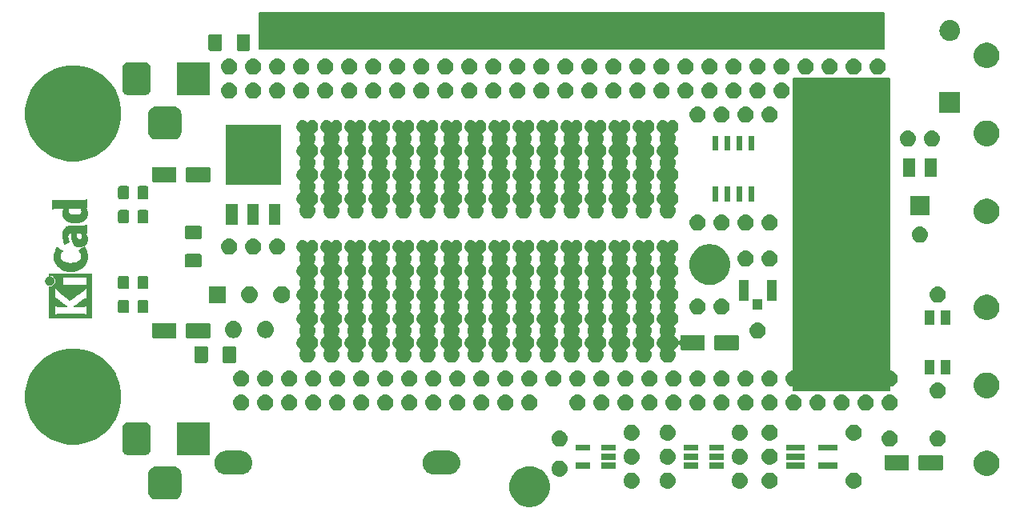
<source format=gts>
G04 #@! TF.GenerationSoftware,KiCad,Pcbnew,5.0.2+dfsg1-1~bpo9+1*
G04 #@! TF.CreationDate,2020-03-15T22:17:02-04:00*
G04 #@! TF.ProjectId,EDIT_C,45444954-5f43-42e6-9b69-6361645f7063,0.10.a*
G04 #@! TF.SameCoordinates,Original*
G04 #@! TF.FileFunction,Soldermask,Top*
G04 #@! TF.FilePolarity,Negative*
%FSLAX46Y46*%
G04 Gerber Fmt 4.6, Leading zero omitted, Abs format (unit mm)*
G04 Created by KiCad (PCBNEW 5.0.2+dfsg1-1~bpo9+1) date Sun 15 Mar 2020 10:17:02 PM EDT*
%MOMM*%
%LPD*%
G01*
G04 APERTURE LIST*
%ADD10C,0.150000*%
%ADD11C,0.010000*%
G04 APERTURE END LIST*
D10*
G36*
X93980000Y-101600000D02*
X104140000Y-101600000D01*
X104140000Y-68580000D01*
X93980000Y-68580000D01*
X93980000Y-101600000D01*
G37*
X93980000Y-101600000D02*
X104140000Y-101600000D01*
X104140000Y-68580000D01*
X93980000Y-68580000D01*
X93980000Y-101600000D01*
G36*
X103505000Y-65405000D02*
X103505000Y-61595000D01*
X37465000Y-61595000D01*
X37465000Y-65405000D01*
X103505000Y-65405000D01*
G37*
X103505000Y-65405000D02*
X103505000Y-61595000D01*
X37465000Y-61595000D01*
X37465000Y-65405000D01*
X103505000Y-65405000D01*
D11*
G04 #@! TO.C,REF1001*
G36*
X14806571Y-89903043D02*
X14830809Y-89806768D01*
X14873641Y-89720184D01*
X14933419Y-89645373D01*
X15008494Y-89584418D01*
X15097220Y-89539399D01*
X15193530Y-89513136D01*
X15290795Y-89507286D01*
X15384654Y-89522140D01*
X15472511Y-89555840D01*
X15551770Y-89606528D01*
X15619836Y-89672345D01*
X15674112Y-89751434D01*
X15712002Y-89841934D01*
X15724426Y-89893200D01*
X15731947Y-89937698D01*
X15734919Y-89971999D01*
X15733094Y-90004960D01*
X15726225Y-90045434D01*
X15719250Y-90078531D01*
X15687741Y-90171947D01*
X15636617Y-90255619D01*
X15567429Y-90327665D01*
X15481728Y-90386200D01*
X15454489Y-90400148D01*
X15418122Y-90416586D01*
X15387582Y-90426894D01*
X15355450Y-90432460D01*
X15314307Y-90434669D01*
X15268222Y-90434948D01*
X15183865Y-90430861D01*
X15114586Y-90417446D01*
X15053961Y-90392256D01*
X14995567Y-90352846D01*
X14951302Y-90314298D01*
X14885484Y-90242406D01*
X14840053Y-90167313D01*
X14812850Y-90084562D01*
X14802576Y-90006928D01*
X14806571Y-89903043D01*
X14806571Y-89903043D01*
G37*
X14806571Y-89903043D02*
X14830809Y-89806768D01*
X14873641Y-89720184D01*
X14933419Y-89645373D01*
X15008494Y-89584418D01*
X15097220Y-89539399D01*
X15193530Y-89513136D01*
X15290795Y-89507286D01*
X15384654Y-89522140D01*
X15472511Y-89555840D01*
X15551770Y-89606528D01*
X15619836Y-89672345D01*
X15674112Y-89751434D01*
X15712002Y-89841934D01*
X15724426Y-89893200D01*
X15731947Y-89937698D01*
X15734919Y-89971999D01*
X15733094Y-90004960D01*
X15726225Y-90045434D01*
X15719250Y-90078531D01*
X15687741Y-90171947D01*
X15636617Y-90255619D01*
X15567429Y-90327665D01*
X15481728Y-90386200D01*
X15454489Y-90400148D01*
X15418122Y-90416586D01*
X15387582Y-90426894D01*
X15355450Y-90432460D01*
X15314307Y-90434669D01*
X15268222Y-90434948D01*
X15183865Y-90430861D01*
X15114586Y-90417446D01*
X15053961Y-90392256D01*
X14995567Y-90352846D01*
X14951302Y-90314298D01*
X14885484Y-90242406D01*
X14840053Y-90167313D01*
X14812850Y-90084562D01*
X14802576Y-90006928D01*
X14806571Y-89903043D01*
G36*
X17252245Y-81443493D02*
X17486662Y-81443474D01*
X17699603Y-81443448D01*
X17892168Y-81443375D01*
X18065459Y-81443218D01*
X18220576Y-81442936D01*
X18358620Y-81442491D01*
X18480692Y-81441844D01*
X18587894Y-81440955D01*
X18681326Y-81439787D01*
X18762090Y-81438299D01*
X18831286Y-81436454D01*
X18890015Y-81434211D01*
X18939379Y-81431531D01*
X18980478Y-81428377D01*
X19014413Y-81424708D01*
X19042286Y-81420487D01*
X19065198Y-81415673D01*
X19084249Y-81410227D01*
X19100540Y-81404112D01*
X19115173Y-81397288D01*
X19129249Y-81389715D01*
X19143868Y-81381355D01*
X19152974Y-81376161D01*
X19213689Y-81341896D01*
X19213689Y-82200045D01*
X19117733Y-82200045D01*
X19074370Y-82200776D01*
X19041205Y-82202728D01*
X19023424Y-82205537D01*
X19021778Y-82206779D01*
X19028662Y-82218201D01*
X19046505Y-82240916D01*
X19065879Y-82263615D01*
X19106614Y-82318200D01*
X19147617Y-82387679D01*
X19185123Y-82464730D01*
X19215364Y-82542035D01*
X19225012Y-82572887D01*
X19239578Y-82641384D01*
X19249539Y-82724236D01*
X19254583Y-82813629D01*
X19254396Y-82901752D01*
X19248666Y-82980793D01*
X19242858Y-83018489D01*
X19204797Y-83156586D01*
X19147073Y-83283887D01*
X19070211Y-83399708D01*
X18974739Y-83503363D01*
X18861179Y-83594167D01*
X18750381Y-83660969D01*
X18633625Y-83715836D01*
X18514276Y-83757837D01*
X18388283Y-83787833D01*
X18251594Y-83806689D01*
X18100158Y-83815268D01*
X18022711Y-83815994D01*
X17965934Y-83813900D01*
X17965934Y-82984783D01*
X18059002Y-82984576D01*
X18146692Y-82981663D01*
X18223772Y-82976000D01*
X18285009Y-82967545D01*
X18297350Y-82964962D01*
X18404633Y-82933160D01*
X18491658Y-82891502D01*
X18558642Y-82839637D01*
X18605805Y-82777219D01*
X18633365Y-82703900D01*
X18641541Y-82619331D01*
X18630551Y-82523165D01*
X18614829Y-82459689D01*
X18596639Y-82410546D01*
X18570791Y-82356417D01*
X18547089Y-82315756D01*
X18500721Y-82245200D01*
X17350530Y-82245200D01*
X17306962Y-82312608D01*
X17266040Y-82391133D01*
X17239389Y-82475319D01*
X17227465Y-82560443D01*
X17230722Y-82641784D01*
X17249615Y-82714620D01*
X17265184Y-82746574D01*
X17308181Y-82804499D01*
X17364953Y-82853456D01*
X17437575Y-82894610D01*
X17528121Y-82929126D01*
X17638666Y-82958167D01*
X17644533Y-82959448D01*
X17706788Y-82969619D01*
X17784594Y-82977261D01*
X17872720Y-82982330D01*
X17965934Y-82984783D01*
X17965934Y-83813900D01*
X17809895Y-83808143D01*
X17614059Y-83786198D01*
X17435332Y-83750214D01*
X17273845Y-83700241D01*
X17129726Y-83636332D01*
X17003106Y-83558538D01*
X16894115Y-83466911D01*
X16802883Y-83361503D01*
X16771932Y-83316338D01*
X16715785Y-83215389D01*
X16676174Y-83112099D01*
X16652014Y-83002011D01*
X16642219Y-82880670D01*
X16643265Y-82788164D01*
X16654231Y-82658510D01*
X16676046Y-82545916D01*
X16709714Y-82447125D01*
X16756236Y-82358879D01*
X16790448Y-82310014D01*
X16812362Y-82280647D01*
X16827333Y-82258957D01*
X16831733Y-82250747D01*
X16820904Y-82249132D01*
X16790251Y-82247841D01*
X16742526Y-82246862D01*
X16680479Y-82246183D01*
X16606862Y-82245790D01*
X16524427Y-82245670D01*
X16435925Y-82245812D01*
X16344107Y-82246203D01*
X16251724Y-82246829D01*
X16161528Y-82247680D01*
X16076271Y-82248740D01*
X15998703Y-82249999D01*
X15931576Y-82251444D01*
X15877641Y-82253062D01*
X15839650Y-82254839D01*
X15832667Y-82255331D01*
X15762251Y-82262908D01*
X15707102Y-82274469D01*
X15659981Y-82292208D01*
X15613647Y-82318318D01*
X15604067Y-82324585D01*
X15567378Y-82349017D01*
X15567378Y-81443689D01*
X17252245Y-81443493D01*
X17252245Y-81443493D01*
G37*
X17252245Y-81443493D02*
X17486662Y-81443474D01*
X17699603Y-81443448D01*
X17892168Y-81443375D01*
X18065459Y-81443218D01*
X18220576Y-81442936D01*
X18358620Y-81442491D01*
X18480692Y-81441844D01*
X18587894Y-81440955D01*
X18681326Y-81439787D01*
X18762090Y-81438299D01*
X18831286Y-81436454D01*
X18890015Y-81434211D01*
X18939379Y-81431531D01*
X18980478Y-81428377D01*
X19014413Y-81424708D01*
X19042286Y-81420487D01*
X19065198Y-81415673D01*
X19084249Y-81410227D01*
X19100540Y-81404112D01*
X19115173Y-81397288D01*
X19129249Y-81389715D01*
X19143868Y-81381355D01*
X19152974Y-81376161D01*
X19213689Y-81341896D01*
X19213689Y-82200045D01*
X19117733Y-82200045D01*
X19074370Y-82200776D01*
X19041205Y-82202728D01*
X19023424Y-82205537D01*
X19021778Y-82206779D01*
X19028662Y-82218201D01*
X19046505Y-82240916D01*
X19065879Y-82263615D01*
X19106614Y-82318200D01*
X19147617Y-82387679D01*
X19185123Y-82464730D01*
X19215364Y-82542035D01*
X19225012Y-82572887D01*
X19239578Y-82641384D01*
X19249539Y-82724236D01*
X19254583Y-82813629D01*
X19254396Y-82901752D01*
X19248666Y-82980793D01*
X19242858Y-83018489D01*
X19204797Y-83156586D01*
X19147073Y-83283887D01*
X19070211Y-83399708D01*
X18974739Y-83503363D01*
X18861179Y-83594167D01*
X18750381Y-83660969D01*
X18633625Y-83715836D01*
X18514276Y-83757837D01*
X18388283Y-83787833D01*
X18251594Y-83806689D01*
X18100158Y-83815268D01*
X18022711Y-83815994D01*
X17965934Y-83813900D01*
X17965934Y-82984783D01*
X18059002Y-82984576D01*
X18146692Y-82981663D01*
X18223772Y-82976000D01*
X18285009Y-82967545D01*
X18297350Y-82964962D01*
X18404633Y-82933160D01*
X18491658Y-82891502D01*
X18558642Y-82839637D01*
X18605805Y-82777219D01*
X18633365Y-82703900D01*
X18641541Y-82619331D01*
X18630551Y-82523165D01*
X18614829Y-82459689D01*
X18596639Y-82410546D01*
X18570791Y-82356417D01*
X18547089Y-82315756D01*
X18500721Y-82245200D01*
X17350530Y-82245200D01*
X17306962Y-82312608D01*
X17266040Y-82391133D01*
X17239389Y-82475319D01*
X17227465Y-82560443D01*
X17230722Y-82641784D01*
X17249615Y-82714620D01*
X17265184Y-82746574D01*
X17308181Y-82804499D01*
X17364953Y-82853456D01*
X17437575Y-82894610D01*
X17528121Y-82929126D01*
X17638666Y-82958167D01*
X17644533Y-82959448D01*
X17706788Y-82969619D01*
X17784594Y-82977261D01*
X17872720Y-82982330D01*
X17965934Y-82984783D01*
X17965934Y-83813900D01*
X17809895Y-83808143D01*
X17614059Y-83786198D01*
X17435332Y-83750214D01*
X17273845Y-83700241D01*
X17129726Y-83636332D01*
X17003106Y-83558538D01*
X16894115Y-83466911D01*
X16802883Y-83361503D01*
X16771932Y-83316338D01*
X16715785Y-83215389D01*
X16676174Y-83112099D01*
X16652014Y-83002011D01*
X16642219Y-82880670D01*
X16643265Y-82788164D01*
X16654231Y-82658510D01*
X16676046Y-82545916D01*
X16709714Y-82447125D01*
X16756236Y-82358879D01*
X16790448Y-82310014D01*
X16812362Y-82280647D01*
X16827333Y-82258957D01*
X16831733Y-82250747D01*
X16820904Y-82249132D01*
X16790251Y-82247841D01*
X16742526Y-82246862D01*
X16680479Y-82246183D01*
X16606862Y-82245790D01*
X16524427Y-82245670D01*
X16435925Y-82245812D01*
X16344107Y-82246203D01*
X16251724Y-82246829D01*
X16161528Y-82247680D01*
X16076271Y-82248740D01*
X15998703Y-82249999D01*
X15931576Y-82251444D01*
X15877641Y-82253062D01*
X15839650Y-82254839D01*
X15832667Y-82255331D01*
X15762251Y-82262908D01*
X15707102Y-82274469D01*
X15659981Y-82292208D01*
X15613647Y-82318318D01*
X15604067Y-82324585D01*
X15567378Y-82349017D01*
X15567378Y-81443689D01*
X17252245Y-81443493D01*
G36*
X16646552Y-84956426D02*
X16666567Y-84804508D01*
X16700202Y-84669244D01*
X16747725Y-84549761D01*
X16809405Y-84445185D01*
X16872965Y-84367576D01*
X16947099Y-84298735D01*
X17026871Y-84244994D01*
X17119091Y-84202090D01*
X17162161Y-84186616D01*
X17201142Y-84173756D01*
X17237289Y-84162554D01*
X17272434Y-84152880D01*
X17308410Y-84144604D01*
X17347050Y-84137597D01*
X17390185Y-84131728D01*
X17439649Y-84126869D01*
X17497273Y-84122890D01*
X17564891Y-84119660D01*
X17644334Y-84117051D01*
X17737436Y-84114933D01*
X17846027Y-84113176D01*
X17971942Y-84111651D01*
X18117012Y-84110228D01*
X18259778Y-84108975D01*
X18415968Y-84107649D01*
X18551239Y-84106444D01*
X18667246Y-84105234D01*
X18765645Y-84103894D01*
X18848093Y-84102300D01*
X18916246Y-84100325D01*
X18971760Y-84097844D01*
X19016292Y-84094731D01*
X19051498Y-84090862D01*
X19079034Y-84086111D01*
X19100556Y-84080352D01*
X19117722Y-84073461D01*
X19132186Y-84065311D01*
X19145606Y-84055777D01*
X19159638Y-84044734D01*
X19165071Y-84040434D01*
X19187910Y-84024614D01*
X19203463Y-84017578D01*
X19203922Y-84017556D01*
X19206121Y-84028433D01*
X19208147Y-84059418D01*
X19209942Y-84108043D01*
X19211451Y-84171837D01*
X19212616Y-84248331D01*
X19213380Y-84335056D01*
X19213686Y-84429543D01*
X19213689Y-84440450D01*
X19213689Y-84863343D01*
X19117622Y-84866605D01*
X19021556Y-84869867D01*
X19072543Y-84931956D01*
X19140057Y-85029286D01*
X19194749Y-85139187D01*
X19224978Y-85225651D01*
X19239666Y-85294722D01*
X19249659Y-85378075D01*
X19254646Y-85467841D01*
X19254313Y-85556155D01*
X19248351Y-85635149D01*
X19242638Y-85671378D01*
X19204776Y-85811397D01*
X19149932Y-85937822D01*
X19078924Y-86049740D01*
X18992568Y-86146238D01*
X18891679Y-86226400D01*
X18777076Y-86289313D01*
X18650984Y-86333688D01*
X18594401Y-86346022D01*
X18532202Y-86353632D01*
X18457363Y-86357261D01*
X18423467Y-86357755D01*
X18420282Y-86357690D01*
X18420282Y-85597752D01*
X18495333Y-85588459D01*
X18559160Y-85560272D01*
X18614798Y-85511803D01*
X18619211Y-85506746D01*
X18654037Y-85458452D01*
X18676620Y-85406743D01*
X18688540Y-85346011D01*
X18691383Y-85270648D01*
X18690978Y-85252541D01*
X18688325Y-85198722D01*
X18682909Y-85158692D01*
X18672745Y-85123676D01*
X18655850Y-85084897D01*
X18650672Y-85074255D01*
X18614844Y-85013604D01*
X18572212Y-84966785D01*
X18556973Y-84954048D01*
X18500462Y-84909378D01*
X18304586Y-84909378D01*
X18225939Y-84909914D01*
X18167988Y-84911604D01*
X18128875Y-84914572D01*
X18106741Y-84918943D01*
X18100274Y-84923028D01*
X18097111Y-84938953D01*
X18094488Y-84972736D01*
X18092655Y-85019660D01*
X18091857Y-85075007D01*
X18091842Y-85083894D01*
X18097096Y-85204670D01*
X18113263Y-85307340D01*
X18140961Y-85393894D01*
X18180808Y-85466319D01*
X18227758Y-85521249D01*
X18285645Y-85565796D01*
X18348693Y-85590520D01*
X18420282Y-85597752D01*
X18420282Y-86357690D01*
X18329712Y-86355822D01*
X18250812Y-86347478D01*
X18179590Y-86331232D01*
X18108864Y-86305595D01*
X18056493Y-86281599D01*
X17961196Y-86222980D01*
X17873170Y-86144883D01*
X17794017Y-86049685D01*
X17725340Y-85939762D01*
X17668741Y-85817490D01*
X17625821Y-85685245D01*
X17610882Y-85620578D01*
X17588777Y-85484396D01*
X17574194Y-85335951D01*
X17567813Y-85184495D01*
X17569445Y-85057936D01*
X17576224Y-84896050D01*
X17517245Y-84903470D01*
X17418092Y-84922762D01*
X17337372Y-84953896D01*
X17274466Y-84997731D01*
X17228756Y-85055129D01*
X17199622Y-85126952D01*
X17186447Y-85214059D01*
X17188611Y-85317314D01*
X17192612Y-85355289D01*
X17217780Y-85496480D01*
X17258814Y-85633293D01*
X17296815Y-85727822D01*
X17316190Y-85772982D01*
X17331760Y-85811415D01*
X17341405Y-85837766D01*
X17343452Y-85845454D01*
X17334374Y-85855198D01*
X17305405Y-85871917D01*
X17256217Y-85895768D01*
X17186484Y-85926907D01*
X17095879Y-85965493D01*
X17080089Y-85972090D01*
X17007772Y-86002147D01*
X16942425Y-86029126D01*
X16886906Y-86051864D01*
X16844072Y-86069194D01*
X16816781Y-86079952D01*
X16807942Y-86083059D01*
X16803187Y-86073060D01*
X16797910Y-86046783D01*
X16794231Y-86018511D01*
X16789474Y-85988354D01*
X16780028Y-85940567D01*
X16766820Y-85879388D01*
X16750776Y-85809054D01*
X16732820Y-85733806D01*
X16725797Y-85705245D01*
X16700209Y-85600184D01*
X16680147Y-85512520D01*
X16664969Y-85437932D01*
X16654035Y-85372097D01*
X16646704Y-85310693D01*
X16642335Y-85249398D01*
X16640287Y-85183890D01*
X16639889Y-85125872D01*
X16646552Y-84956426D01*
X16646552Y-84956426D01*
G37*
X16646552Y-84956426D02*
X16666567Y-84804508D01*
X16700202Y-84669244D01*
X16747725Y-84549761D01*
X16809405Y-84445185D01*
X16872965Y-84367576D01*
X16947099Y-84298735D01*
X17026871Y-84244994D01*
X17119091Y-84202090D01*
X17162161Y-84186616D01*
X17201142Y-84173756D01*
X17237289Y-84162554D01*
X17272434Y-84152880D01*
X17308410Y-84144604D01*
X17347050Y-84137597D01*
X17390185Y-84131728D01*
X17439649Y-84126869D01*
X17497273Y-84122890D01*
X17564891Y-84119660D01*
X17644334Y-84117051D01*
X17737436Y-84114933D01*
X17846027Y-84113176D01*
X17971942Y-84111651D01*
X18117012Y-84110228D01*
X18259778Y-84108975D01*
X18415968Y-84107649D01*
X18551239Y-84106444D01*
X18667246Y-84105234D01*
X18765645Y-84103894D01*
X18848093Y-84102300D01*
X18916246Y-84100325D01*
X18971760Y-84097844D01*
X19016292Y-84094731D01*
X19051498Y-84090862D01*
X19079034Y-84086111D01*
X19100556Y-84080352D01*
X19117722Y-84073461D01*
X19132186Y-84065311D01*
X19145606Y-84055777D01*
X19159638Y-84044734D01*
X19165071Y-84040434D01*
X19187910Y-84024614D01*
X19203463Y-84017578D01*
X19203922Y-84017556D01*
X19206121Y-84028433D01*
X19208147Y-84059418D01*
X19209942Y-84108043D01*
X19211451Y-84171837D01*
X19212616Y-84248331D01*
X19213380Y-84335056D01*
X19213686Y-84429543D01*
X19213689Y-84440450D01*
X19213689Y-84863343D01*
X19117622Y-84866605D01*
X19021556Y-84869867D01*
X19072543Y-84931956D01*
X19140057Y-85029286D01*
X19194749Y-85139187D01*
X19224978Y-85225651D01*
X19239666Y-85294722D01*
X19249659Y-85378075D01*
X19254646Y-85467841D01*
X19254313Y-85556155D01*
X19248351Y-85635149D01*
X19242638Y-85671378D01*
X19204776Y-85811397D01*
X19149932Y-85937822D01*
X19078924Y-86049740D01*
X18992568Y-86146238D01*
X18891679Y-86226400D01*
X18777076Y-86289313D01*
X18650984Y-86333688D01*
X18594401Y-86346022D01*
X18532202Y-86353632D01*
X18457363Y-86357261D01*
X18423467Y-86357755D01*
X18420282Y-86357690D01*
X18420282Y-85597752D01*
X18495333Y-85588459D01*
X18559160Y-85560272D01*
X18614798Y-85511803D01*
X18619211Y-85506746D01*
X18654037Y-85458452D01*
X18676620Y-85406743D01*
X18688540Y-85346011D01*
X18691383Y-85270648D01*
X18690978Y-85252541D01*
X18688325Y-85198722D01*
X18682909Y-85158692D01*
X18672745Y-85123676D01*
X18655850Y-85084897D01*
X18650672Y-85074255D01*
X18614844Y-85013604D01*
X18572212Y-84966785D01*
X18556973Y-84954048D01*
X18500462Y-84909378D01*
X18304586Y-84909378D01*
X18225939Y-84909914D01*
X18167988Y-84911604D01*
X18128875Y-84914572D01*
X18106741Y-84918943D01*
X18100274Y-84923028D01*
X18097111Y-84938953D01*
X18094488Y-84972736D01*
X18092655Y-85019660D01*
X18091857Y-85075007D01*
X18091842Y-85083894D01*
X18097096Y-85204670D01*
X18113263Y-85307340D01*
X18140961Y-85393894D01*
X18180808Y-85466319D01*
X18227758Y-85521249D01*
X18285645Y-85565796D01*
X18348693Y-85590520D01*
X18420282Y-85597752D01*
X18420282Y-86357690D01*
X18329712Y-86355822D01*
X18250812Y-86347478D01*
X18179590Y-86331232D01*
X18108864Y-86305595D01*
X18056493Y-86281599D01*
X17961196Y-86222980D01*
X17873170Y-86144883D01*
X17794017Y-86049685D01*
X17725340Y-85939762D01*
X17668741Y-85817490D01*
X17625821Y-85685245D01*
X17610882Y-85620578D01*
X17588777Y-85484396D01*
X17574194Y-85335951D01*
X17567813Y-85184495D01*
X17569445Y-85057936D01*
X17576224Y-84896050D01*
X17517245Y-84903470D01*
X17418092Y-84922762D01*
X17337372Y-84953896D01*
X17274466Y-84997731D01*
X17228756Y-85055129D01*
X17199622Y-85126952D01*
X17186447Y-85214059D01*
X17188611Y-85317314D01*
X17192612Y-85355289D01*
X17217780Y-85496480D01*
X17258814Y-85633293D01*
X17296815Y-85727822D01*
X17316190Y-85772982D01*
X17331760Y-85811415D01*
X17341405Y-85837766D01*
X17343452Y-85845454D01*
X17334374Y-85855198D01*
X17305405Y-85871917D01*
X17256217Y-85895768D01*
X17186484Y-85926907D01*
X17095879Y-85965493D01*
X17080089Y-85972090D01*
X17007772Y-86002147D01*
X16942425Y-86029126D01*
X16886906Y-86051864D01*
X16844072Y-86069194D01*
X16816781Y-86079952D01*
X16807942Y-86083059D01*
X16803187Y-86073060D01*
X16797910Y-86046783D01*
X16794231Y-86018511D01*
X16789474Y-85988354D01*
X16780028Y-85940567D01*
X16766820Y-85879388D01*
X16750776Y-85809054D01*
X16732820Y-85733806D01*
X16725797Y-85705245D01*
X16700209Y-85600184D01*
X16680147Y-85512520D01*
X16664969Y-85437932D01*
X16654035Y-85372097D01*
X16646704Y-85310693D01*
X16642335Y-85249398D01*
X16640287Y-85183890D01*
X16639889Y-85125872D01*
X16646552Y-84956426D01*
G36*
X15729071Y-87301571D02*
X15750245Y-87141430D01*
X15790385Y-86977490D01*
X15849889Y-86807687D01*
X15929154Y-86629957D01*
X15934699Y-86618690D01*
X15962725Y-86560995D01*
X15986802Y-86509448D01*
X16005249Y-86467809D01*
X16016386Y-86439838D01*
X16018933Y-86430267D01*
X16023941Y-86411050D01*
X16028147Y-86406439D01*
X16038580Y-86411542D01*
X16064868Y-86427582D01*
X16104257Y-86452712D01*
X16153991Y-86485086D01*
X16211315Y-86522857D01*
X16273476Y-86564178D01*
X16337718Y-86607202D01*
X16401285Y-86650083D01*
X16461425Y-86690974D01*
X16515380Y-86728029D01*
X16560397Y-86759400D01*
X16593721Y-86783241D01*
X16612597Y-86797706D01*
X16614787Y-86799691D01*
X16610138Y-86809809D01*
X16592962Y-86832150D01*
X16566440Y-86862720D01*
X16551964Y-86878464D01*
X16476682Y-86974953D01*
X16421241Y-87081664D01*
X16386141Y-87197168D01*
X16371880Y-87320038D01*
X16373051Y-87389439D01*
X16390212Y-87510577D01*
X16426094Y-87619795D01*
X16480959Y-87717418D01*
X16555070Y-87803772D01*
X16648688Y-87879185D01*
X16762076Y-87943982D01*
X16848667Y-87981399D01*
X16984366Y-88025252D01*
X17131850Y-88057572D01*
X17287314Y-88078443D01*
X17446956Y-88087949D01*
X17606973Y-88086173D01*
X17763561Y-88073197D01*
X17912918Y-88049106D01*
X18051240Y-88013982D01*
X18174724Y-87967908D01*
X18208978Y-87951627D01*
X18323064Y-87883380D01*
X18419557Y-87802921D01*
X18497670Y-87711430D01*
X18556617Y-87610089D01*
X18595612Y-87500080D01*
X18613868Y-87382585D01*
X18615211Y-87341117D01*
X18604290Y-87219559D01*
X18571474Y-87099122D01*
X18517439Y-86981334D01*
X18442865Y-86867723D01*
X18364539Y-86776315D01*
X18320008Y-86729785D01*
X18617271Y-86548517D01*
X18691433Y-86503420D01*
X18759646Y-86462181D01*
X18819459Y-86426265D01*
X18868420Y-86397134D01*
X18904079Y-86376250D01*
X18923984Y-86365076D01*
X18927079Y-86363625D01*
X18936718Y-86371854D01*
X18953999Y-86397433D01*
X18977283Y-86437127D01*
X19004934Y-86487703D01*
X19035315Y-86545926D01*
X19066790Y-86608563D01*
X19097722Y-86672379D01*
X19126473Y-86734140D01*
X19151408Y-86790612D01*
X19170889Y-86838562D01*
X19179318Y-86862014D01*
X19217133Y-86995779D01*
X19242136Y-87133673D01*
X19255140Y-87281378D01*
X19257468Y-87408167D01*
X19256373Y-87476122D01*
X19254275Y-87541723D01*
X19251434Y-87599153D01*
X19248106Y-87642597D01*
X19246422Y-87656702D01*
X19217587Y-87795716D01*
X19172468Y-87937243D01*
X19113750Y-88074725D01*
X19044120Y-88201606D01*
X18991441Y-88279111D01*
X18883239Y-88406519D01*
X18756671Y-88524822D01*
X18614866Y-88631828D01*
X18460951Y-88725348D01*
X18298053Y-88803190D01*
X18180756Y-88847044D01*
X17997128Y-88897292D01*
X17802581Y-88930791D01*
X17601325Y-88947551D01*
X17397568Y-88947584D01*
X17195521Y-88930899D01*
X16999392Y-88897507D01*
X16813391Y-88847420D01*
X16801803Y-88843603D01*
X16639750Y-88780719D01*
X16491832Y-88703972D01*
X16353865Y-88610758D01*
X16221661Y-88498473D01*
X16176399Y-88454608D01*
X16052457Y-88318466D01*
X15949915Y-88178509D01*
X15867656Y-88032589D01*
X15804564Y-87878558D01*
X15759523Y-87714268D01*
X15742033Y-87618711D01*
X15726466Y-87459977D01*
X15729071Y-87301571D01*
X15729071Y-87301571D01*
G37*
X15729071Y-87301571D02*
X15750245Y-87141430D01*
X15790385Y-86977490D01*
X15849889Y-86807687D01*
X15929154Y-86629957D01*
X15934699Y-86618690D01*
X15962725Y-86560995D01*
X15986802Y-86509448D01*
X16005249Y-86467809D01*
X16016386Y-86439838D01*
X16018933Y-86430267D01*
X16023941Y-86411050D01*
X16028147Y-86406439D01*
X16038580Y-86411542D01*
X16064868Y-86427582D01*
X16104257Y-86452712D01*
X16153991Y-86485086D01*
X16211315Y-86522857D01*
X16273476Y-86564178D01*
X16337718Y-86607202D01*
X16401285Y-86650083D01*
X16461425Y-86690974D01*
X16515380Y-86728029D01*
X16560397Y-86759400D01*
X16593721Y-86783241D01*
X16612597Y-86797706D01*
X16614787Y-86799691D01*
X16610138Y-86809809D01*
X16592962Y-86832150D01*
X16566440Y-86862720D01*
X16551964Y-86878464D01*
X16476682Y-86974953D01*
X16421241Y-87081664D01*
X16386141Y-87197168D01*
X16371880Y-87320038D01*
X16373051Y-87389439D01*
X16390212Y-87510577D01*
X16426094Y-87619795D01*
X16480959Y-87717418D01*
X16555070Y-87803772D01*
X16648688Y-87879185D01*
X16762076Y-87943982D01*
X16848667Y-87981399D01*
X16984366Y-88025252D01*
X17131850Y-88057572D01*
X17287314Y-88078443D01*
X17446956Y-88087949D01*
X17606973Y-88086173D01*
X17763561Y-88073197D01*
X17912918Y-88049106D01*
X18051240Y-88013982D01*
X18174724Y-87967908D01*
X18208978Y-87951627D01*
X18323064Y-87883380D01*
X18419557Y-87802921D01*
X18497670Y-87711430D01*
X18556617Y-87610089D01*
X18595612Y-87500080D01*
X18613868Y-87382585D01*
X18615211Y-87341117D01*
X18604290Y-87219559D01*
X18571474Y-87099122D01*
X18517439Y-86981334D01*
X18442865Y-86867723D01*
X18364539Y-86776315D01*
X18320008Y-86729785D01*
X18617271Y-86548517D01*
X18691433Y-86503420D01*
X18759646Y-86462181D01*
X18819459Y-86426265D01*
X18868420Y-86397134D01*
X18904079Y-86376250D01*
X18923984Y-86365076D01*
X18927079Y-86363625D01*
X18936718Y-86371854D01*
X18953999Y-86397433D01*
X18977283Y-86437127D01*
X19004934Y-86487703D01*
X19035315Y-86545926D01*
X19066790Y-86608563D01*
X19097722Y-86672379D01*
X19126473Y-86734140D01*
X19151408Y-86790612D01*
X19170889Y-86838562D01*
X19179318Y-86862014D01*
X19217133Y-86995779D01*
X19242136Y-87133673D01*
X19255140Y-87281378D01*
X19257468Y-87408167D01*
X19256373Y-87476122D01*
X19254275Y-87541723D01*
X19251434Y-87599153D01*
X19248106Y-87642597D01*
X19246422Y-87656702D01*
X19217587Y-87795716D01*
X19172468Y-87937243D01*
X19113750Y-88074725D01*
X19044120Y-88201606D01*
X18991441Y-88279111D01*
X18883239Y-88406519D01*
X18756671Y-88524822D01*
X18614866Y-88631828D01*
X18460951Y-88725348D01*
X18298053Y-88803190D01*
X18180756Y-88847044D01*
X17997128Y-88897292D01*
X17802581Y-88930791D01*
X17601325Y-88947551D01*
X17397568Y-88947584D01*
X17195521Y-88930899D01*
X16999392Y-88897507D01*
X16813391Y-88847420D01*
X16801803Y-88843603D01*
X16639750Y-88780719D01*
X16491832Y-88703972D01*
X16353865Y-88610758D01*
X16221661Y-88498473D01*
X16176399Y-88454608D01*
X16052457Y-88318466D01*
X15949915Y-88178509D01*
X15867656Y-88032589D01*
X15804564Y-87878558D01*
X15759523Y-87714268D01*
X15742033Y-87618711D01*
X15726466Y-87459977D01*
X15729071Y-87301571D01*
G36*
X15269054Y-90576400D02*
X15382993Y-90565535D01*
X15490616Y-90533918D01*
X15589615Y-90483015D01*
X15677684Y-90414293D01*
X15752516Y-90329219D01*
X15810384Y-90232232D01*
X15850005Y-90125964D01*
X15868573Y-90018950D01*
X15867434Y-89913300D01*
X15847930Y-89811125D01*
X15811406Y-89714534D01*
X15759205Y-89625638D01*
X15692673Y-89546546D01*
X15613152Y-89479369D01*
X15521987Y-89426217D01*
X15420523Y-89389199D01*
X15310102Y-89370427D01*
X15260206Y-89368489D01*
X15172267Y-89368489D01*
X15172267Y-89316560D01*
X15175111Y-89280253D01*
X15186911Y-89253355D01*
X15210649Y-89226249D01*
X15249031Y-89187867D01*
X17440602Y-89187867D01*
X17702739Y-89187876D01*
X17943241Y-89187908D01*
X18163048Y-89187972D01*
X18363101Y-89188076D01*
X18544344Y-89188227D01*
X18707716Y-89188434D01*
X18854160Y-89188706D01*
X18984617Y-89189050D01*
X19100029Y-89189474D01*
X19201338Y-89189987D01*
X19289484Y-89190597D01*
X19365410Y-89191312D01*
X19430057Y-89192140D01*
X19484367Y-89193089D01*
X19529280Y-89194167D01*
X19565740Y-89195383D01*
X19594687Y-89196745D01*
X19617063Y-89198261D01*
X19633809Y-89199938D01*
X19645868Y-89201786D01*
X19654180Y-89203813D01*
X19659687Y-89206025D01*
X19661537Y-89207108D01*
X19668549Y-89211271D01*
X19674996Y-89214805D01*
X19680900Y-89218635D01*
X19686286Y-89223682D01*
X19691178Y-89230871D01*
X19695598Y-89241123D01*
X19699572Y-89255364D01*
X19703121Y-89274514D01*
X19706270Y-89299499D01*
X19709042Y-89331240D01*
X19711461Y-89370662D01*
X19713551Y-89418686D01*
X19715335Y-89476237D01*
X19716837Y-89544237D01*
X19718080Y-89623610D01*
X19719089Y-89715279D01*
X19719885Y-89820166D01*
X19720494Y-89939196D01*
X19720939Y-90073290D01*
X19721243Y-90223373D01*
X19721430Y-90390367D01*
X19721524Y-90575196D01*
X19721548Y-90778783D01*
X19721525Y-91002050D01*
X19721480Y-91245922D01*
X19721437Y-91511321D01*
X19721432Y-91549704D01*
X19721389Y-91816682D01*
X19721318Y-92062002D01*
X19721213Y-92286583D01*
X19721066Y-92491345D01*
X19720869Y-92677206D01*
X19720616Y-92845088D01*
X19720300Y-92995908D01*
X19719913Y-93130587D01*
X19719447Y-93250044D01*
X19718897Y-93355199D01*
X19718253Y-93446971D01*
X19717511Y-93526279D01*
X19716661Y-93594043D01*
X19715697Y-93651182D01*
X19714611Y-93698617D01*
X19713397Y-93737266D01*
X19712047Y-93768049D01*
X19710555Y-93791885D01*
X19708911Y-93809694D01*
X19707111Y-93822395D01*
X19705145Y-93830908D01*
X19703477Y-93835266D01*
X19699906Y-93843728D01*
X19697270Y-93851497D01*
X19694634Y-93858602D01*
X19691062Y-93865073D01*
X19685621Y-93870939D01*
X19677375Y-93876229D01*
X19665390Y-93880974D01*
X19648731Y-93885202D01*
X19626463Y-93888943D01*
X19597652Y-93892227D01*
X19561363Y-93895083D01*
X19516661Y-93897540D01*
X19462611Y-93899629D01*
X19398279Y-93901378D01*
X19322730Y-93902817D01*
X19235030Y-93903976D01*
X19134243Y-93904883D01*
X19019434Y-93905569D01*
X18889670Y-93906063D01*
X18744015Y-93906395D01*
X18581535Y-93906593D01*
X18401295Y-93906687D01*
X18202360Y-93906708D01*
X17983796Y-93906685D01*
X17744668Y-93906646D01*
X17484040Y-93906622D01*
X17441889Y-93906622D01*
X17178992Y-93906636D01*
X16937732Y-93906661D01*
X16717165Y-93906671D01*
X16516352Y-93906642D01*
X16334349Y-93906548D01*
X16170216Y-93906362D01*
X16023011Y-93906059D01*
X15891792Y-93905614D01*
X15781867Y-93905034D01*
X15781867Y-93602197D01*
X15839711Y-93562407D01*
X15855479Y-93551236D01*
X15869441Y-93541166D01*
X15882784Y-93532138D01*
X15896693Y-93524097D01*
X15912356Y-93516986D01*
X15930958Y-93510747D01*
X15953686Y-93505325D01*
X15981727Y-93500662D01*
X16016267Y-93496701D01*
X16058492Y-93493385D01*
X16109589Y-93490659D01*
X16170744Y-93488464D01*
X16243144Y-93486745D01*
X16327975Y-93485444D01*
X16426422Y-93484505D01*
X16539674Y-93483870D01*
X16668916Y-93483484D01*
X16815334Y-93483288D01*
X16980116Y-93483227D01*
X17164447Y-93483243D01*
X17369513Y-93483280D01*
X17492133Y-93483289D01*
X17709082Y-93483265D01*
X17904642Y-93483231D01*
X18079999Y-93483243D01*
X18236341Y-93483358D01*
X18374857Y-93483630D01*
X18496734Y-93484118D01*
X18603160Y-93484876D01*
X18695322Y-93485962D01*
X18774409Y-93487431D01*
X18841608Y-93489340D01*
X18898107Y-93491744D01*
X18945093Y-93494701D01*
X18983755Y-93498266D01*
X19015280Y-93502495D01*
X19040855Y-93507446D01*
X19061670Y-93513173D01*
X19078911Y-93519733D01*
X19093765Y-93527183D01*
X19107422Y-93535579D01*
X19121069Y-93544976D01*
X19135893Y-93555432D01*
X19144783Y-93561523D01*
X19202400Y-93600296D01*
X19202400Y-93068732D01*
X19202365Y-92945483D01*
X19202215Y-92842987D01*
X19201878Y-92759420D01*
X19201286Y-92692956D01*
X19200367Y-92641771D01*
X19199051Y-92604041D01*
X19197269Y-92577940D01*
X19194951Y-92561644D01*
X19192026Y-92553328D01*
X19188424Y-92551168D01*
X19184075Y-92553339D01*
X19182645Y-92554535D01*
X19145573Y-92579685D01*
X19092772Y-92605583D01*
X19030770Y-92629192D01*
X19004357Y-92637461D01*
X18986416Y-92642078D01*
X18965355Y-92645979D01*
X18939089Y-92649248D01*
X18905532Y-92651966D01*
X18862599Y-92654215D01*
X18808204Y-92656077D01*
X18740262Y-92657636D01*
X18656688Y-92658972D01*
X18555395Y-92660169D01*
X18434300Y-92661308D01*
X18389600Y-92661685D01*
X18264449Y-92662702D01*
X18160082Y-92663460D01*
X18074707Y-92663903D01*
X18006533Y-92663970D01*
X17953765Y-92663605D01*
X17914614Y-92662748D01*
X17887285Y-92661341D01*
X17869986Y-92659325D01*
X17860926Y-92656643D01*
X17858312Y-92653236D01*
X17860351Y-92649044D01*
X17864667Y-92644571D01*
X17877602Y-92634216D01*
X17906676Y-92612158D01*
X17949759Y-92579957D01*
X18004718Y-92539174D01*
X18069423Y-92491370D01*
X18141742Y-92438105D01*
X18219544Y-92380940D01*
X18300698Y-92321437D01*
X18383072Y-92261155D01*
X18464536Y-92201655D01*
X18542957Y-92144498D01*
X18616204Y-92091245D01*
X18682147Y-92043457D01*
X18738654Y-92002693D01*
X18783593Y-91970516D01*
X18814834Y-91948485D01*
X18821466Y-91943917D01*
X18858369Y-91920996D01*
X18906359Y-91894188D01*
X18955897Y-91868789D01*
X18962577Y-91865568D01*
X19010772Y-91843890D01*
X19048334Y-91831304D01*
X19084160Y-91825574D01*
X19126200Y-91824456D01*
X19202400Y-91825090D01*
X19202400Y-90670651D01*
X19108669Y-90761815D01*
X19058775Y-90808612D01*
X19002295Y-90858899D01*
X18948026Y-90904944D01*
X18922673Y-90925369D01*
X18883128Y-90955807D01*
X18829916Y-90995862D01*
X18764667Y-91044361D01*
X18689011Y-91100135D01*
X18604577Y-91162011D01*
X18512994Y-91228819D01*
X18415892Y-91299387D01*
X18314901Y-91372545D01*
X18211650Y-91447121D01*
X18107768Y-91521944D01*
X18004885Y-91595843D01*
X17904631Y-91667646D01*
X17808636Y-91736184D01*
X17718527Y-91800284D01*
X17635936Y-91858775D01*
X17562492Y-91910486D01*
X17499824Y-91954247D01*
X17449561Y-91988885D01*
X17413334Y-92013230D01*
X17392771Y-92026111D01*
X17388668Y-92027869D01*
X17377342Y-92019910D01*
X17350162Y-91999115D01*
X17308829Y-91966847D01*
X17255044Y-91924470D01*
X17190506Y-91873347D01*
X17116918Y-91814841D01*
X17035978Y-91750314D01*
X16949388Y-91681131D01*
X16858848Y-91608653D01*
X16766060Y-91534246D01*
X16691702Y-91474517D01*
X16691702Y-90463511D01*
X16704659Y-90457602D01*
X16726908Y-90443272D01*
X16728391Y-90442225D01*
X16758544Y-90423438D01*
X16795375Y-90403791D01*
X16803511Y-90399892D01*
X16811940Y-90396356D01*
X16822059Y-90393230D01*
X16835260Y-90390486D01*
X16852938Y-90388092D01*
X16876484Y-90386019D01*
X16907293Y-90384235D01*
X16946757Y-90382712D01*
X16996269Y-90381419D01*
X17057223Y-90380326D01*
X17131011Y-90379403D01*
X17219028Y-90378619D01*
X17322665Y-90377945D01*
X17443316Y-90377350D01*
X17582374Y-90376805D01*
X17741232Y-90376279D01*
X17920089Y-90375745D01*
X18105207Y-90375206D01*
X18269145Y-90374772D01*
X18413303Y-90374509D01*
X18539079Y-90374484D01*
X18647871Y-90374765D01*
X18741077Y-90375419D01*
X18820097Y-90376514D01*
X18886328Y-90378118D01*
X18941170Y-90380297D01*
X18986021Y-90383119D01*
X19022278Y-90386651D01*
X19051341Y-90390961D01*
X19074609Y-90396117D01*
X19093479Y-90402185D01*
X19109351Y-90409233D01*
X19123622Y-90417329D01*
X19137691Y-90426540D01*
X19150158Y-90435040D01*
X19176452Y-90452176D01*
X19194037Y-90462322D01*
X19197257Y-90463511D01*
X19198334Y-90452604D01*
X19199335Y-90421411D01*
X19200235Y-90372223D01*
X19201010Y-90307333D01*
X19201637Y-90229030D01*
X19202091Y-90139607D01*
X19202349Y-90041356D01*
X19202400Y-89972445D01*
X19202180Y-89867452D01*
X19201548Y-89770610D01*
X19200549Y-89684107D01*
X19199227Y-89610132D01*
X19197626Y-89550874D01*
X19195791Y-89508520D01*
X19193765Y-89485260D01*
X19192493Y-89481378D01*
X19177591Y-89489076D01*
X19169560Y-89497074D01*
X19152434Y-89510246D01*
X19122183Y-89527485D01*
X19097622Y-89539407D01*
X19038711Y-89566045D01*
X17861845Y-89569120D01*
X16684978Y-89572195D01*
X16684978Y-90017853D01*
X16685142Y-90115670D01*
X16685611Y-90206064D01*
X16686347Y-90286630D01*
X16687316Y-90354962D01*
X16688480Y-90408656D01*
X16689803Y-90445305D01*
X16691249Y-90462504D01*
X16691702Y-90463511D01*
X16691702Y-91474517D01*
X16672722Y-91459270D01*
X16580537Y-91385090D01*
X16491204Y-91313069D01*
X16406424Y-91244569D01*
X16327898Y-91180955D01*
X16257326Y-91123588D01*
X16196409Y-91073833D01*
X16146847Y-91033052D01*
X16126178Y-91015888D01*
X16025516Y-90929596D01*
X15942259Y-90852997D01*
X15874438Y-90784183D01*
X15820089Y-90721248D01*
X15812722Y-90711867D01*
X15782117Y-90672356D01*
X15781867Y-91804116D01*
X15829844Y-91798827D01*
X15887188Y-91802130D01*
X15955463Y-91823661D01*
X16035212Y-91863635D01*
X16107495Y-91908943D01*
X16130140Y-91925161D01*
X16167696Y-91953214D01*
X16218021Y-91991430D01*
X16278973Y-92038137D01*
X16348411Y-92091661D01*
X16424194Y-92150331D01*
X16504180Y-92212475D01*
X16586228Y-92276421D01*
X16668196Y-92340495D01*
X16747943Y-92403027D01*
X16823327Y-92462343D01*
X16892207Y-92516771D01*
X16952442Y-92564639D01*
X17001889Y-92604275D01*
X17038408Y-92634006D01*
X17059858Y-92652161D01*
X17063156Y-92655220D01*
X17055149Y-92658079D01*
X17024855Y-92660293D01*
X16972556Y-92661857D01*
X16898531Y-92662767D01*
X16803063Y-92663020D01*
X16686434Y-92662613D01*
X16566445Y-92661704D01*
X16434333Y-92660382D01*
X16322594Y-92658857D01*
X16229025Y-92656881D01*
X16151419Y-92654206D01*
X16087574Y-92650582D01*
X16035283Y-92645761D01*
X15992344Y-92639494D01*
X15956551Y-92631532D01*
X15925700Y-92621627D01*
X15897586Y-92609531D01*
X15870005Y-92594993D01*
X15844966Y-92580311D01*
X15781867Y-92542314D01*
X15781867Y-93602197D01*
X15781867Y-93905034D01*
X15775617Y-93905001D01*
X15673544Y-93904195D01*
X15584633Y-93903170D01*
X15507941Y-93901900D01*
X15442527Y-93900360D01*
X15387449Y-93898524D01*
X15341765Y-93896367D01*
X15304534Y-93893863D01*
X15274813Y-93890987D01*
X15251662Y-93887713D01*
X15234139Y-93884015D01*
X15221301Y-93879869D01*
X15212208Y-93875247D01*
X15205918Y-93870126D01*
X15201488Y-93864478D01*
X15197978Y-93858279D01*
X15194445Y-93851504D01*
X15190876Y-93845508D01*
X15188300Y-93840275D01*
X15185972Y-93832099D01*
X15183878Y-93819886D01*
X15182007Y-93802541D01*
X15180347Y-93778969D01*
X15178884Y-93748077D01*
X15177608Y-93708768D01*
X15176504Y-93659950D01*
X15175561Y-93600527D01*
X15174767Y-93529404D01*
X15174109Y-93445488D01*
X15173575Y-93347683D01*
X15173153Y-93234894D01*
X15172829Y-93106029D01*
X15172592Y-92959991D01*
X15172430Y-92795686D01*
X15172330Y-92612020D01*
X15172280Y-92407897D01*
X15172267Y-92196753D01*
X15172267Y-90576400D01*
X15269054Y-90576400D01*
X15269054Y-90576400D01*
G37*
X15269054Y-90576400D02*
X15382993Y-90565535D01*
X15490616Y-90533918D01*
X15589615Y-90483015D01*
X15677684Y-90414293D01*
X15752516Y-90329219D01*
X15810384Y-90232232D01*
X15850005Y-90125964D01*
X15868573Y-90018950D01*
X15867434Y-89913300D01*
X15847930Y-89811125D01*
X15811406Y-89714534D01*
X15759205Y-89625638D01*
X15692673Y-89546546D01*
X15613152Y-89479369D01*
X15521987Y-89426217D01*
X15420523Y-89389199D01*
X15310102Y-89370427D01*
X15260206Y-89368489D01*
X15172267Y-89368489D01*
X15172267Y-89316560D01*
X15175111Y-89280253D01*
X15186911Y-89253355D01*
X15210649Y-89226249D01*
X15249031Y-89187867D01*
X17440602Y-89187867D01*
X17702739Y-89187876D01*
X17943241Y-89187908D01*
X18163048Y-89187972D01*
X18363101Y-89188076D01*
X18544344Y-89188227D01*
X18707716Y-89188434D01*
X18854160Y-89188706D01*
X18984617Y-89189050D01*
X19100029Y-89189474D01*
X19201338Y-89189987D01*
X19289484Y-89190597D01*
X19365410Y-89191312D01*
X19430057Y-89192140D01*
X19484367Y-89193089D01*
X19529280Y-89194167D01*
X19565740Y-89195383D01*
X19594687Y-89196745D01*
X19617063Y-89198261D01*
X19633809Y-89199938D01*
X19645868Y-89201786D01*
X19654180Y-89203813D01*
X19659687Y-89206025D01*
X19661537Y-89207108D01*
X19668549Y-89211271D01*
X19674996Y-89214805D01*
X19680900Y-89218635D01*
X19686286Y-89223682D01*
X19691178Y-89230871D01*
X19695598Y-89241123D01*
X19699572Y-89255364D01*
X19703121Y-89274514D01*
X19706270Y-89299499D01*
X19709042Y-89331240D01*
X19711461Y-89370662D01*
X19713551Y-89418686D01*
X19715335Y-89476237D01*
X19716837Y-89544237D01*
X19718080Y-89623610D01*
X19719089Y-89715279D01*
X19719885Y-89820166D01*
X19720494Y-89939196D01*
X19720939Y-90073290D01*
X19721243Y-90223373D01*
X19721430Y-90390367D01*
X19721524Y-90575196D01*
X19721548Y-90778783D01*
X19721525Y-91002050D01*
X19721480Y-91245922D01*
X19721437Y-91511321D01*
X19721432Y-91549704D01*
X19721389Y-91816682D01*
X19721318Y-92062002D01*
X19721213Y-92286583D01*
X19721066Y-92491345D01*
X19720869Y-92677206D01*
X19720616Y-92845088D01*
X19720300Y-92995908D01*
X19719913Y-93130587D01*
X19719447Y-93250044D01*
X19718897Y-93355199D01*
X19718253Y-93446971D01*
X19717511Y-93526279D01*
X19716661Y-93594043D01*
X19715697Y-93651182D01*
X19714611Y-93698617D01*
X19713397Y-93737266D01*
X19712047Y-93768049D01*
X19710555Y-93791885D01*
X19708911Y-93809694D01*
X19707111Y-93822395D01*
X19705145Y-93830908D01*
X19703477Y-93835266D01*
X19699906Y-93843728D01*
X19697270Y-93851497D01*
X19694634Y-93858602D01*
X19691062Y-93865073D01*
X19685621Y-93870939D01*
X19677375Y-93876229D01*
X19665390Y-93880974D01*
X19648731Y-93885202D01*
X19626463Y-93888943D01*
X19597652Y-93892227D01*
X19561363Y-93895083D01*
X19516661Y-93897540D01*
X19462611Y-93899629D01*
X19398279Y-93901378D01*
X19322730Y-93902817D01*
X19235030Y-93903976D01*
X19134243Y-93904883D01*
X19019434Y-93905569D01*
X18889670Y-93906063D01*
X18744015Y-93906395D01*
X18581535Y-93906593D01*
X18401295Y-93906687D01*
X18202360Y-93906708D01*
X17983796Y-93906685D01*
X17744668Y-93906646D01*
X17484040Y-93906622D01*
X17441889Y-93906622D01*
X17178992Y-93906636D01*
X16937732Y-93906661D01*
X16717165Y-93906671D01*
X16516352Y-93906642D01*
X16334349Y-93906548D01*
X16170216Y-93906362D01*
X16023011Y-93906059D01*
X15891792Y-93905614D01*
X15781867Y-93905034D01*
X15781867Y-93602197D01*
X15839711Y-93562407D01*
X15855479Y-93551236D01*
X15869441Y-93541166D01*
X15882784Y-93532138D01*
X15896693Y-93524097D01*
X15912356Y-93516986D01*
X15930958Y-93510747D01*
X15953686Y-93505325D01*
X15981727Y-93500662D01*
X16016267Y-93496701D01*
X16058492Y-93493385D01*
X16109589Y-93490659D01*
X16170744Y-93488464D01*
X16243144Y-93486745D01*
X16327975Y-93485444D01*
X16426422Y-93484505D01*
X16539674Y-93483870D01*
X16668916Y-93483484D01*
X16815334Y-93483288D01*
X16980116Y-93483227D01*
X17164447Y-93483243D01*
X17369513Y-93483280D01*
X17492133Y-93483289D01*
X17709082Y-93483265D01*
X17904642Y-93483231D01*
X18079999Y-93483243D01*
X18236341Y-93483358D01*
X18374857Y-93483630D01*
X18496734Y-93484118D01*
X18603160Y-93484876D01*
X18695322Y-93485962D01*
X18774409Y-93487431D01*
X18841608Y-93489340D01*
X18898107Y-93491744D01*
X18945093Y-93494701D01*
X18983755Y-93498266D01*
X19015280Y-93502495D01*
X19040855Y-93507446D01*
X19061670Y-93513173D01*
X19078911Y-93519733D01*
X19093765Y-93527183D01*
X19107422Y-93535579D01*
X19121069Y-93544976D01*
X19135893Y-93555432D01*
X19144783Y-93561523D01*
X19202400Y-93600296D01*
X19202400Y-93068732D01*
X19202365Y-92945483D01*
X19202215Y-92842987D01*
X19201878Y-92759420D01*
X19201286Y-92692956D01*
X19200367Y-92641771D01*
X19199051Y-92604041D01*
X19197269Y-92577940D01*
X19194951Y-92561644D01*
X19192026Y-92553328D01*
X19188424Y-92551168D01*
X19184075Y-92553339D01*
X19182645Y-92554535D01*
X19145573Y-92579685D01*
X19092772Y-92605583D01*
X19030770Y-92629192D01*
X19004357Y-92637461D01*
X18986416Y-92642078D01*
X18965355Y-92645979D01*
X18939089Y-92649248D01*
X18905532Y-92651966D01*
X18862599Y-92654215D01*
X18808204Y-92656077D01*
X18740262Y-92657636D01*
X18656688Y-92658972D01*
X18555395Y-92660169D01*
X18434300Y-92661308D01*
X18389600Y-92661685D01*
X18264449Y-92662702D01*
X18160082Y-92663460D01*
X18074707Y-92663903D01*
X18006533Y-92663970D01*
X17953765Y-92663605D01*
X17914614Y-92662748D01*
X17887285Y-92661341D01*
X17869986Y-92659325D01*
X17860926Y-92656643D01*
X17858312Y-92653236D01*
X17860351Y-92649044D01*
X17864667Y-92644571D01*
X17877602Y-92634216D01*
X17906676Y-92612158D01*
X17949759Y-92579957D01*
X18004718Y-92539174D01*
X18069423Y-92491370D01*
X18141742Y-92438105D01*
X18219544Y-92380940D01*
X18300698Y-92321437D01*
X18383072Y-92261155D01*
X18464536Y-92201655D01*
X18542957Y-92144498D01*
X18616204Y-92091245D01*
X18682147Y-92043457D01*
X18738654Y-92002693D01*
X18783593Y-91970516D01*
X18814834Y-91948485D01*
X18821466Y-91943917D01*
X18858369Y-91920996D01*
X18906359Y-91894188D01*
X18955897Y-91868789D01*
X18962577Y-91865568D01*
X19010772Y-91843890D01*
X19048334Y-91831304D01*
X19084160Y-91825574D01*
X19126200Y-91824456D01*
X19202400Y-91825090D01*
X19202400Y-90670651D01*
X19108669Y-90761815D01*
X19058775Y-90808612D01*
X19002295Y-90858899D01*
X18948026Y-90904944D01*
X18922673Y-90925369D01*
X18883128Y-90955807D01*
X18829916Y-90995862D01*
X18764667Y-91044361D01*
X18689011Y-91100135D01*
X18604577Y-91162011D01*
X18512994Y-91228819D01*
X18415892Y-91299387D01*
X18314901Y-91372545D01*
X18211650Y-91447121D01*
X18107768Y-91521944D01*
X18004885Y-91595843D01*
X17904631Y-91667646D01*
X17808636Y-91736184D01*
X17718527Y-91800284D01*
X17635936Y-91858775D01*
X17562492Y-91910486D01*
X17499824Y-91954247D01*
X17449561Y-91988885D01*
X17413334Y-92013230D01*
X17392771Y-92026111D01*
X17388668Y-92027869D01*
X17377342Y-92019910D01*
X17350162Y-91999115D01*
X17308829Y-91966847D01*
X17255044Y-91924470D01*
X17190506Y-91873347D01*
X17116918Y-91814841D01*
X17035978Y-91750314D01*
X16949388Y-91681131D01*
X16858848Y-91608653D01*
X16766060Y-91534246D01*
X16691702Y-91474517D01*
X16691702Y-90463511D01*
X16704659Y-90457602D01*
X16726908Y-90443272D01*
X16728391Y-90442225D01*
X16758544Y-90423438D01*
X16795375Y-90403791D01*
X16803511Y-90399892D01*
X16811940Y-90396356D01*
X16822059Y-90393230D01*
X16835260Y-90390486D01*
X16852938Y-90388092D01*
X16876484Y-90386019D01*
X16907293Y-90384235D01*
X16946757Y-90382712D01*
X16996269Y-90381419D01*
X17057223Y-90380326D01*
X17131011Y-90379403D01*
X17219028Y-90378619D01*
X17322665Y-90377945D01*
X17443316Y-90377350D01*
X17582374Y-90376805D01*
X17741232Y-90376279D01*
X17920089Y-90375745D01*
X18105207Y-90375206D01*
X18269145Y-90374772D01*
X18413303Y-90374509D01*
X18539079Y-90374484D01*
X18647871Y-90374765D01*
X18741077Y-90375419D01*
X18820097Y-90376514D01*
X18886328Y-90378118D01*
X18941170Y-90380297D01*
X18986021Y-90383119D01*
X19022278Y-90386651D01*
X19051341Y-90390961D01*
X19074609Y-90396117D01*
X19093479Y-90402185D01*
X19109351Y-90409233D01*
X19123622Y-90417329D01*
X19137691Y-90426540D01*
X19150158Y-90435040D01*
X19176452Y-90452176D01*
X19194037Y-90462322D01*
X19197257Y-90463511D01*
X19198334Y-90452604D01*
X19199335Y-90421411D01*
X19200235Y-90372223D01*
X19201010Y-90307333D01*
X19201637Y-90229030D01*
X19202091Y-90139607D01*
X19202349Y-90041356D01*
X19202400Y-89972445D01*
X19202180Y-89867452D01*
X19201548Y-89770610D01*
X19200549Y-89684107D01*
X19199227Y-89610132D01*
X19197626Y-89550874D01*
X19195791Y-89508520D01*
X19193765Y-89485260D01*
X19192493Y-89481378D01*
X19177591Y-89489076D01*
X19169560Y-89497074D01*
X19152434Y-89510246D01*
X19122183Y-89527485D01*
X19097622Y-89539407D01*
X19038711Y-89566045D01*
X17861845Y-89569120D01*
X16684978Y-89572195D01*
X16684978Y-90017853D01*
X16685142Y-90115670D01*
X16685611Y-90206064D01*
X16686347Y-90286630D01*
X16687316Y-90354962D01*
X16688480Y-90408656D01*
X16689803Y-90445305D01*
X16691249Y-90462504D01*
X16691702Y-90463511D01*
X16691702Y-91474517D01*
X16672722Y-91459270D01*
X16580537Y-91385090D01*
X16491204Y-91313069D01*
X16406424Y-91244569D01*
X16327898Y-91180955D01*
X16257326Y-91123588D01*
X16196409Y-91073833D01*
X16146847Y-91033052D01*
X16126178Y-91015888D01*
X16025516Y-90929596D01*
X15942259Y-90852997D01*
X15874438Y-90784183D01*
X15820089Y-90721248D01*
X15812722Y-90711867D01*
X15782117Y-90672356D01*
X15781867Y-91804116D01*
X15829844Y-91798827D01*
X15887188Y-91802130D01*
X15955463Y-91823661D01*
X16035212Y-91863635D01*
X16107495Y-91908943D01*
X16130140Y-91925161D01*
X16167696Y-91953214D01*
X16218021Y-91991430D01*
X16278973Y-92038137D01*
X16348411Y-92091661D01*
X16424194Y-92150331D01*
X16504180Y-92212475D01*
X16586228Y-92276421D01*
X16668196Y-92340495D01*
X16747943Y-92403027D01*
X16823327Y-92462343D01*
X16892207Y-92516771D01*
X16952442Y-92564639D01*
X17001889Y-92604275D01*
X17038408Y-92634006D01*
X17059858Y-92652161D01*
X17063156Y-92655220D01*
X17055149Y-92658079D01*
X17024855Y-92660293D01*
X16972556Y-92661857D01*
X16898531Y-92662767D01*
X16803063Y-92663020D01*
X16686434Y-92662613D01*
X16566445Y-92661704D01*
X16434333Y-92660382D01*
X16322594Y-92658857D01*
X16229025Y-92656881D01*
X16151419Y-92654206D01*
X16087574Y-92650582D01*
X16035283Y-92645761D01*
X15992344Y-92639494D01*
X15956551Y-92631532D01*
X15925700Y-92621627D01*
X15897586Y-92609531D01*
X15870005Y-92594993D01*
X15844966Y-92580311D01*
X15781867Y-92542314D01*
X15781867Y-93602197D01*
X15781867Y-93905034D01*
X15775617Y-93905001D01*
X15673544Y-93904195D01*
X15584633Y-93903170D01*
X15507941Y-93901900D01*
X15442527Y-93900360D01*
X15387449Y-93898524D01*
X15341765Y-93896367D01*
X15304534Y-93893863D01*
X15274813Y-93890987D01*
X15251662Y-93887713D01*
X15234139Y-93884015D01*
X15221301Y-93879869D01*
X15212208Y-93875247D01*
X15205918Y-93870126D01*
X15201488Y-93864478D01*
X15197978Y-93858279D01*
X15194445Y-93851504D01*
X15190876Y-93845508D01*
X15188300Y-93840275D01*
X15185972Y-93832099D01*
X15183878Y-93819886D01*
X15182007Y-93802541D01*
X15180347Y-93778969D01*
X15178884Y-93748077D01*
X15177608Y-93708768D01*
X15176504Y-93659950D01*
X15175561Y-93600527D01*
X15174767Y-93529404D01*
X15174109Y-93445488D01*
X15173575Y-93347683D01*
X15173153Y-93234894D01*
X15172829Y-93106029D01*
X15172592Y-92959991D01*
X15172430Y-92795686D01*
X15172330Y-92612020D01*
X15172280Y-92407897D01*
X15172267Y-92196753D01*
X15172267Y-90576400D01*
X15269054Y-90576400D01*
D10*
G36*
X66433772Y-109646205D02*
X66667132Y-109692623D01*
X66829203Y-109759755D01*
X67058406Y-109854694D01*
X67410548Y-110089988D01*
X67710012Y-110389452D01*
X67945306Y-110741594D01*
X67968730Y-110798145D01*
X68107377Y-111132868D01*
X68190000Y-111548243D01*
X68190000Y-111971757D01*
X68107377Y-112387132D01*
X68040245Y-112549203D01*
X67945306Y-112778406D01*
X67710012Y-113130548D01*
X67410548Y-113430012D01*
X67058406Y-113665306D01*
X66829203Y-113760245D01*
X66667132Y-113827377D01*
X66459445Y-113868688D01*
X66251758Y-113910000D01*
X65828242Y-113910000D01*
X65620555Y-113868688D01*
X65412868Y-113827377D01*
X65250797Y-113760245D01*
X65021594Y-113665306D01*
X64669452Y-113430012D01*
X64369988Y-113130548D01*
X64134694Y-112778406D01*
X64039755Y-112549203D01*
X63972623Y-112387132D01*
X63890000Y-111971757D01*
X63890000Y-111548243D01*
X63972623Y-111132868D01*
X64111270Y-110798145D01*
X64134694Y-110741594D01*
X64369988Y-110389452D01*
X64669452Y-110089988D01*
X65021594Y-109854694D01*
X65250797Y-109759755D01*
X65412868Y-109692623D01*
X65646228Y-109646205D01*
X65828242Y-109610000D01*
X66251758Y-109610000D01*
X66433772Y-109646205D01*
X66433772Y-109646205D01*
G37*
G36*
X28575891Y-109646205D02*
X28728200Y-109692407D01*
X28868567Y-109767435D01*
X28991597Y-109868403D01*
X29092565Y-109991433D01*
X29167593Y-110131800D01*
X29213795Y-110284109D01*
X29230000Y-110448640D01*
X29230000Y-112311360D01*
X29213795Y-112475891D01*
X29167593Y-112628200D01*
X29092565Y-112768567D01*
X28991597Y-112891597D01*
X28868567Y-112992565D01*
X28728200Y-113067593D01*
X28575891Y-113113795D01*
X28411360Y-113130000D01*
X26548640Y-113130000D01*
X26384109Y-113113795D01*
X26231800Y-113067593D01*
X26091433Y-112992565D01*
X25968403Y-112891597D01*
X25867435Y-112768567D01*
X25792407Y-112628200D01*
X25746205Y-112475891D01*
X25730000Y-112311360D01*
X25730000Y-110448640D01*
X25746205Y-110284109D01*
X25792407Y-110131800D01*
X25867435Y-109991433D01*
X25968403Y-109868403D01*
X26091433Y-109767435D01*
X26231800Y-109692407D01*
X26384109Y-109646205D01*
X26548640Y-109630000D01*
X28411360Y-109630000D01*
X28575891Y-109646205D01*
X28575891Y-109646205D01*
G37*
G36*
X77001630Y-110287299D02*
X77161855Y-110335903D01*
X77309520Y-110414831D01*
X77438949Y-110521051D01*
X77545169Y-110650480D01*
X77624097Y-110798145D01*
X77672701Y-110958370D01*
X77689112Y-111125000D01*
X77672701Y-111291630D01*
X77624097Y-111451855D01*
X77545169Y-111599520D01*
X77438949Y-111728949D01*
X77309520Y-111835169D01*
X77161855Y-111914097D01*
X77001630Y-111962701D01*
X76876752Y-111975000D01*
X76793248Y-111975000D01*
X76668370Y-111962701D01*
X76508145Y-111914097D01*
X76360480Y-111835169D01*
X76231051Y-111728949D01*
X76124831Y-111599520D01*
X76045903Y-111451855D01*
X75997299Y-111291630D01*
X75980888Y-111125000D01*
X75997299Y-110958370D01*
X76045903Y-110798145D01*
X76124831Y-110650480D01*
X76231051Y-110521051D01*
X76360480Y-110414831D01*
X76508145Y-110335903D01*
X76668370Y-110287299D01*
X76793248Y-110275000D01*
X76876752Y-110275000D01*
X77001630Y-110287299D01*
X77001630Y-110287299D01*
G37*
G36*
X88431630Y-110287299D02*
X88591855Y-110335903D01*
X88739520Y-110414831D01*
X88868949Y-110521051D01*
X88975169Y-110650480D01*
X89054097Y-110798145D01*
X89102701Y-110958370D01*
X89119112Y-111125000D01*
X89102701Y-111291630D01*
X89054097Y-111451855D01*
X88975169Y-111599520D01*
X88868949Y-111728949D01*
X88739520Y-111835169D01*
X88591855Y-111914097D01*
X88431630Y-111962701D01*
X88306752Y-111975000D01*
X88223248Y-111975000D01*
X88098370Y-111962701D01*
X87938145Y-111914097D01*
X87790480Y-111835169D01*
X87661051Y-111728949D01*
X87554831Y-111599520D01*
X87475903Y-111451855D01*
X87427299Y-111291630D01*
X87410888Y-111125000D01*
X87427299Y-110958370D01*
X87475903Y-110798145D01*
X87554831Y-110650480D01*
X87661051Y-110521051D01*
X87790480Y-110414831D01*
X87938145Y-110335903D01*
X88098370Y-110287299D01*
X88223248Y-110275000D01*
X88306752Y-110275000D01*
X88431630Y-110287299D01*
X88431630Y-110287299D01*
G37*
G36*
X80811630Y-110287299D02*
X80971855Y-110335903D01*
X81119520Y-110414831D01*
X81248949Y-110521051D01*
X81355169Y-110650480D01*
X81434097Y-110798145D01*
X81482701Y-110958370D01*
X81499112Y-111125000D01*
X81482701Y-111291630D01*
X81434097Y-111451855D01*
X81355169Y-111599520D01*
X81248949Y-111728949D01*
X81119520Y-111835169D01*
X80971855Y-111914097D01*
X80811630Y-111962701D01*
X80686752Y-111975000D01*
X80603248Y-111975000D01*
X80478370Y-111962701D01*
X80318145Y-111914097D01*
X80170480Y-111835169D01*
X80041051Y-111728949D01*
X79934831Y-111599520D01*
X79855903Y-111451855D01*
X79807299Y-111291630D01*
X79790888Y-111125000D01*
X79807299Y-110958370D01*
X79855903Y-110798145D01*
X79934831Y-110650480D01*
X80041051Y-110521051D01*
X80170480Y-110414831D01*
X80318145Y-110335903D01*
X80478370Y-110287299D01*
X80603248Y-110275000D01*
X80686752Y-110275000D01*
X80811630Y-110287299D01*
X80811630Y-110287299D01*
G37*
G36*
X91606630Y-110287299D02*
X91766855Y-110335903D01*
X91914520Y-110414831D01*
X92043949Y-110521051D01*
X92150169Y-110650480D01*
X92229097Y-110798145D01*
X92277701Y-110958370D01*
X92294112Y-111125000D01*
X92277701Y-111291630D01*
X92229097Y-111451855D01*
X92150169Y-111599520D01*
X92043949Y-111728949D01*
X91914520Y-111835169D01*
X91766855Y-111914097D01*
X91606630Y-111962701D01*
X91481752Y-111975000D01*
X91398248Y-111975000D01*
X91273370Y-111962701D01*
X91113145Y-111914097D01*
X90965480Y-111835169D01*
X90836051Y-111728949D01*
X90729831Y-111599520D01*
X90650903Y-111451855D01*
X90602299Y-111291630D01*
X90585888Y-111125000D01*
X90602299Y-110958370D01*
X90650903Y-110798145D01*
X90729831Y-110650480D01*
X90836051Y-110521051D01*
X90965480Y-110414831D01*
X91113145Y-110335903D01*
X91273370Y-110287299D01*
X91398248Y-110275000D01*
X91481752Y-110275000D01*
X91606630Y-110287299D01*
X91606630Y-110287299D01*
G37*
G36*
X100496630Y-110287299D02*
X100656855Y-110335903D01*
X100804520Y-110414831D01*
X100933949Y-110521051D01*
X101040169Y-110650480D01*
X101119097Y-110798145D01*
X101167701Y-110958370D01*
X101184112Y-111125000D01*
X101167701Y-111291630D01*
X101119097Y-111451855D01*
X101040169Y-111599520D01*
X100933949Y-111728949D01*
X100804520Y-111835169D01*
X100656855Y-111914097D01*
X100496630Y-111962701D01*
X100371752Y-111975000D01*
X100288248Y-111975000D01*
X100163370Y-111962701D01*
X100003145Y-111914097D01*
X99855480Y-111835169D01*
X99726051Y-111728949D01*
X99619831Y-111599520D01*
X99540903Y-111451855D01*
X99492299Y-111291630D01*
X99475888Y-111125000D01*
X99492299Y-110958370D01*
X99540903Y-110798145D01*
X99619831Y-110650480D01*
X99726051Y-110521051D01*
X99855480Y-110414831D01*
X100003145Y-110335903D01*
X100163370Y-110287299D01*
X100288248Y-110275000D01*
X100371752Y-110275000D01*
X100496630Y-110287299D01*
X100496630Y-110287299D01*
G37*
G36*
X69381630Y-109017299D02*
X69541855Y-109065903D01*
X69689520Y-109144831D01*
X69818949Y-109251051D01*
X69925169Y-109380480D01*
X70004097Y-109528145D01*
X70052701Y-109688370D01*
X70069112Y-109855000D01*
X70052701Y-110021630D01*
X70004097Y-110181855D01*
X69925169Y-110329520D01*
X69818949Y-110458949D01*
X69689520Y-110565169D01*
X69541855Y-110644097D01*
X69381630Y-110692701D01*
X69256752Y-110705000D01*
X69173248Y-110705000D01*
X69048370Y-110692701D01*
X68888145Y-110644097D01*
X68740480Y-110565169D01*
X68611051Y-110458949D01*
X68504831Y-110329520D01*
X68425903Y-110181855D01*
X68377299Y-110021630D01*
X68360888Y-109855000D01*
X68377299Y-109688370D01*
X68425903Y-109528145D01*
X68504831Y-109380480D01*
X68611051Y-109251051D01*
X68740480Y-109144831D01*
X68888145Y-109065903D01*
X69048370Y-109017299D01*
X69173248Y-109005000D01*
X69256752Y-109005000D01*
X69381630Y-109017299D01*
X69381630Y-109017299D01*
G37*
G36*
X114773778Y-107991879D02*
X115019466Y-108093646D01*
X115240578Y-108241389D01*
X115428611Y-108429422D01*
X115576354Y-108650534D01*
X115678121Y-108896222D01*
X115730000Y-109157035D01*
X115730000Y-109422965D01*
X115678121Y-109683778D01*
X115576354Y-109929466D01*
X115428611Y-110150578D01*
X115240578Y-110338611D01*
X115019466Y-110486354D01*
X114773778Y-110588121D01*
X114512965Y-110640000D01*
X114247035Y-110640000D01*
X113986222Y-110588121D01*
X113740534Y-110486354D01*
X113519422Y-110338611D01*
X113331389Y-110150578D01*
X113183646Y-109929466D01*
X113081879Y-109683778D01*
X113030000Y-109422965D01*
X113030000Y-109157035D01*
X113081879Y-108896222D01*
X113183646Y-108650534D01*
X113331389Y-108429422D01*
X113519422Y-108241389D01*
X113740534Y-108093646D01*
X113986222Y-107991879D01*
X114247035Y-107940000D01*
X114512965Y-107940000D01*
X114773778Y-107991879D01*
X114773778Y-107991879D01*
G37*
G36*
X35714811Y-107988402D02*
X35832593Y-108024131D01*
X35950376Y-108059860D01*
X36013585Y-108093646D01*
X36167470Y-108175899D01*
X36357763Y-108332067D01*
X36513931Y-108522360D01*
X36550193Y-108590202D01*
X36629970Y-108739454D01*
X36665699Y-108857237D01*
X36681705Y-108910000D01*
X36701428Y-108975020D01*
X36725556Y-109220000D01*
X36701428Y-109464980D01*
X36629970Y-109700546D01*
X36594217Y-109767435D01*
X36513931Y-109917640D01*
X36357763Y-110107933D01*
X36167470Y-110264101D01*
X36045081Y-110329519D01*
X35950376Y-110380140D01*
X35919678Y-110389452D01*
X35714811Y-110451598D01*
X35531218Y-110469680D01*
X33907302Y-110469680D01*
X33723709Y-110451598D01*
X33518842Y-110389452D01*
X33488144Y-110380140D01*
X33393439Y-110329519D01*
X33271050Y-110264101D01*
X33080757Y-110107933D01*
X32924589Y-109917640D01*
X32844303Y-109767435D01*
X32808550Y-109700546D01*
X32737092Y-109464980D01*
X32712964Y-109220000D01*
X32737092Y-108975020D01*
X32756816Y-108910000D01*
X32772821Y-108857237D01*
X32808550Y-108739454D01*
X32888327Y-108590202D01*
X32924589Y-108522360D01*
X33080757Y-108332067D01*
X33271050Y-108175899D01*
X33424935Y-108093646D01*
X33488144Y-108059860D01*
X33605927Y-108024131D01*
X33723709Y-107988402D01*
X33907302Y-107970320D01*
X35531218Y-107970320D01*
X35714811Y-107988402D01*
X35714811Y-107988402D01*
G37*
G36*
X57716291Y-107988402D02*
X57834073Y-108024131D01*
X57951856Y-108059860D01*
X58015065Y-108093646D01*
X58168950Y-108175899D01*
X58359243Y-108332067D01*
X58515411Y-108522360D01*
X58551673Y-108590202D01*
X58631450Y-108739454D01*
X58667179Y-108857237D01*
X58683185Y-108910000D01*
X58702908Y-108975020D01*
X58727036Y-109220000D01*
X58702908Y-109464980D01*
X58631450Y-109700546D01*
X58595697Y-109767435D01*
X58515411Y-109917640D01*
X58359243Y-110107933D01*
X58168950Y-110264101D01*
X58046561Y-110329519D01*
X57951856Y-110380140D01*
X57921158Y-110389452D01*
X57716291Y-110451598D01*
X57532698Y-110469680D01*
X55908782Y-110469680D01*
X55725189Y-110451598D01*
X55520322Y-110389452D01*
X55489624Y-110380140D01*
X55394919Y-110329519D01*
X55272530Y-110264101D01*
X55082237Y-110107933D01*
X54926069Y-109917640D01*
X54845783Y-109767435D01*
X54810030Y-109700546D01*
X54738572Y-109464980D01*
X54714444Y-109220000D01*
X54738572Y-108975020D01*
X54758296Y-108910000D01*
X54774301Y-108857237D01*
X54810030Y-108739454D01*
X54889807Y-108590202D01*
X54926069Y-108522360D01*
X55082237Y-108332067D01*
X55272530Y-108175899D01*
X55426415Y-108093646D01*
X55489624Y-108059860D01*
X55607407Y-108024131D01*
X55725189Y-107988402D01*
X55908782Y-107970320D01*
X57532698Y-107970320D01*
X57716291Y-107988402D01*
X57716291Y-107988402D01*
G37*
G36*
X109647826Y-108423745D02*
X109678491Y-108433048D01*
X109706750Y-108448152D01*
X109731520Y-108468480D01*
X109751848Y-108493250D01*
X109766952Y-108521509D01*
X109776255Y-108552174D01*
X109780000Y-108590202D01*
X109780000Y-109849798D01*
X109776255Y-109887826D01*
X109766952Y-109918491D01*
X109751848Y-109946750D01*
X109731520Y-109971520D01*
X109706750Y-109991848D01*
X109678491Y-110006952D01*
X109647826Y-110016255D01*
X109609798Y-110020000D01*
X107350202Y-110020000D01*
X107312174Y-110016255D01*
X107281509Y-110006952D01*
X107253250Y-109991848D01*
X107228480Y-109971520D01*
X107208152Y-109946750D01*
X107193048Y-109918491D01*
X107183745Y-109887826D01*
X107180000Y-109849798D01*
X107180000Y-108590202D01*
X107183745Y-108552174D01*
X107193048Y-108521509D01*
X107208152Y-108493250D01*
X107228480Y-108468480D01*
X107253250Y-108448152D01*
X107281509Y-108433048D01*
X107312174Y-108423745D01*
X107350202Y-108420000D01*
X109609798Y-108420000D01*
X109647826Y-108423745D01*
X109647826Y-108423745D01*
G37*
G36*
X106047826Y-108423745D02*
X106078491Y-108433048D01*
X106106750Y-108448152D01*
X106131520Y-108468480D01*
X106151848Y-108493250D01*
X106166952Y-108521509D01*
X106176255Y-108552174D01*
X106180000Y-108590202D01*
X106180000Y-109849798D01*
X106176255Y-109887826D01*
X106166952Y-109918491D01*
X106151848Y-109946750D01*
X106131520Y-109971520D01*
X106106750Y-109991848D01*
X106078491Y-110006952D01*
X106047826Y-110016255D01*
X106009798Y-110020000D01*
X103750202Y-110020000D01*
X103712174Y-110016255D01*
X103681509Y-110006952D01*
X103653250Y-109991848D01*
X103628480Y-109971520D01*
X103608152Y-109946750D01*
X103593048Y-109918491D01*
X103583745Y-109887826D01*
X103580000Y-109849798D01*
X103580000Y-108590202D01*
X103583745Y-108552174D01*
X103593048Y-108521509D01*
X103608152Y-108493250D01*
X103628480Y-108468480D01*
X103653250Y-108448152D01*
X103681509Y-108433048D01*
X103712174Y-108423745D01*
X103750202Y-108420000D01*
X106009798Y-108420000D01*
X106047826Y-108423745D01*
X106047826Y-108423745D01*
G37*
G36*
X98595000Y-109860000D02*
X96595000Y-109860000D01*
X96595000Y-109210000D01*
X98595000Y-109210000D01*
X98595000Y-109860000D01*
X98595000Y-109860000D01*
G37*
G36*
X72455000Y-109860000D02*
X70895000Y-109860000D01*
X70895000Y-109210000D01*
X72455000Y-109210000D01*
X72455000Y-109860000D01*
X72455000Y-109860000D01*
G37*
G36*
X75155000Y-109860000D02*
X73595000Y-109860000D01*
X73595000Y-109210000D01*
X75155000Y-109210000D01*
X75155000Y-109860000D01*
X75155000Y-109860000D01*
G37*
G36*
X95175000Y-109860000D02*
X93175000Y-109860000D01*
X93175000Y-109210000D01*
X95175000Y-109210000D01*
X95175000Y-109860000D01*
X95175000Y-109860000D01*
G37*
G36*
X86585000Y-109860000D02*
X85025000Y-109860000D01*
X85025000Y-109210000D01*
X86585000Y-109210000D01*
X86585000Y-109860000D01*
X86585000Y-109860000D01*
G37*
G36*
X83885000Y-109860000D02*
X82325000Y-109860000D01*
X82325000Y-109210000D01*
X83885000Y-109210000D01*
X83885000Y-109860000D01*
X83885000Y-109860000D01*
G37*
G36*
X77001630Y-107747299D02*
X77161855Y-107795903D01*
X77309520Y-107874831D01*
X77438949Y-107981051D01*
X77545169Y-108110480D01*
X77624097Y-108258145D01*
X77672701Y-108418370D01*
X77689112Y-108585000D01*
X77672701Y-108751630D01*
X77624097Y-108911855D01*
X77545169Y-109059520D01*
X77438949Y-109188949D01*
X77309520Y-109295169D01*
X77161855Y-109374097D01*
X77001630Y-109422701D01*
X76876752Y-109435000D01*
X76793248Y-109435000D01*
X76668370Y-109422701D01*
X76508145Y-109374097D01*
X76360480Y-109295169D01*
X76231051Y-109188949D01*
X76124831Y-109059520D01*
X76045903Y-108911855D01*
X75997299Y-108751630D01*
X75980888Y-108585000D01*
X75997299Y-108418370D01*
X76045903Y-108258145D01*
X76124831Y-108110480D01*
X76231051Y-107981051D01*
X76360480Y-107874831D01*
X76508145Y-107795903D01*
X76668370Y-107747299D01*
X76793248Y-107735000D01*
X76876752Y-107735000D01*
X77001630Y-107747299D01*
X77001630Y-107747299D01*
G37*
G36*
X88431630Y-107747299D02*
X88591855Y-107795903D01*
X88739520Y-107874831D01*
X88868949Y-107981051D01*
X88975169Y-108110480D01*
X89054097Y-108258145D01*
X89102701Y-108418370D01*
X89119112Y-108585000D01*
X89102701Y-108751630D01*
X89054097Y-108911855D01*
X88975169Y-109059520D01*
X88868949Y-109188949D01*
X88739520Y-109295169D01*
X88591855Y-109374097D01*
X88431630Y-109422701D01*
X88306752Y-109435000D01*
X88223248Y-109435000D01*
X88098370Y-109422701D01*
X87938145Y-109374097D01*
X87790480Y-109295169D01*
X87661051Y-109188949D01*
X87554831Y-109059520D01*
X87475903Y-108911855D01*
X87427299Y-108751630D01*
X87410888Y-108585000D01*
X87427299Y-108418370D01*
X87475903Y-108258145D01*
X87554831Y-108110480D01*
X87661051Y-107981051D01*
X87790480Y-107874831D01*
X87938145Y-107795903D01*
X88098370Y-107747299D01*
X88223248Y-107735000D01*
X88306752Y-107735000D01*
X88431630Y-107747299D01*
X88431630Y-107747299D01*
G37*
G36*
X80811630Y-107747299D02*
X80971855Y-107795903D01*
X81119520Y-107874831D01*
X81248949Y-107981051D01*
X81355169Y-108110480D01*
X81434097Y-108258145D01*
X81482701Y-108418370D01*
X81499112Y-108585000D01*
X81482701Y-108751630D01*
X81434097Y-108911855D01*
X81355169Y-109059520D01*
X81248949Y-109188949D01*
X81119520Y-109295169D01*
X80971855Y-109374097D01*
X80811630Y-109422701D01*
X80686752Y-109435000D01*
X80603248Y-109435000D01*
X80478370Y-109422701D01*
X80318145Y-109374097D01*
X80170480Y-109295169D01*
X80041051Y-109188949D01*
X79934831Y-109059520D01*
X79855903Y-108911855D01*
X79807299Y-108751630D01*
X79790888Y-108585000D01*
X79807299Y-108418370D01*
X79855903Y-108258145D01*
X79934831Y-108110480D01*
X80041051Y-107981051D01*
X80170480Y-107874831D01*
X80318145Y-107795903D01*
X80478370Y-107747299D01*
X80603248Y-107735000D01*
X80686752Y-107735000D01*
X80811630Y-107747299D01*
X80811630Y-107747299D01*
G37*
G36*
X91606630Y-107747299D02*
X91766855Y-107795903D01*
X91914520Y-107874831D01*
X92043949Y-107981051D01*
X92150169Y-108110480D01*
X92229097Y-108258145D01*
X92277701Y-108418370D01*
X92294112Y-108585000D01*
X92277701Y-108751630D01*
X92229097Y-108911855D01*
X92150169Y-109059520D01*
X92043949Y-109188949D01*
X91914520Y-109295169D01*
X91766855Y-109374097D01*
X91606630Y-109422701D01*
X91481752Y-109435000D01*
X91398248Y-109435000D01*
X91273370Y-109422701D01*
X91113145Y-109374097D01*
X90965480Y-109295169D01*
X90836051Y-109188949D01*
X90729831Y-109059520D01*
X90650903Y-108911855D01*
X90602299Y-108751630D01*
X90585888Y-108585000D01*
X90602299Y-108418370D01*
X90650903Y-108258145D01*
X90729831Y-108110480D01*
X90836051Y-107981051D01*
X90965480Y-107874831D01*
X91113145Y-107795903D01*
X91273370Y-107747299D01*
X91398248Y-107735000D01*
X91481752Y-107735000D01*
X91606630Y-107747299D01*
X91606630Y-107747299D01*
G37*
G36*
X83885000Y-108910000D02*
X82325000Y-108910000D01*
X82325000Y-108260000D01*
X83885000Y-108260000D01*
X83885000Y-108910000D01*
X83885000Y-108910000D01*
G37*
G36*
X75155000Y-108910000D02*
X73595000Y-108910000D01*
X73595000Y-108260000D01*
X75155000Y-108260000D01*
X75155000Y-108910000D01*
X75155000Y-108910000D01*
G37*
G36*
X86585000Y-108910000D02*
X85025000Y-108910000D01*
X85025000Y-108260000D01*
X86585000Y-108260000D01*
X86585000Y-108910000D01*
X86585000Y-108910000D01*
G37*
G36*
X95175000Y-108910000D02*
X93175000Y-108910000D01*
X93175000Y-108260000D01*
X95175000Y-108260000D01*
X95175000Y-108910000D01*
X95175000Y-108910000D01*
G37*
G36*
X25426508Y-104943803D02*
X25555363Y-104982891D01*
X25674119Y-105046367D01*
X25778208Y-105131792D01*
X25863633Y-105235881D01*
X25927109Y-105354637D01*
X25966197Y-105483492D01*
X25980000Y-105623640D01*
X25980000Y-107736360D01*
X25966197Y-107876508D01*
X25927109Y-108005363D01*
X25863633Y-108124119D01*
X25778208Y-108228208D01*
X25674119Y-108313633D01*
X25555363Y-108377109D01*
X25426508Y-108416197D01*
X25286360Y-108430000D01*
X23673640Y-108430000D01*
X23533492Y-108416197D01*
X23404637Y-108377109D01*
X23285881Y-108313633D01*
X23181792Y-108228208D01*
X23096367Y-108124119D01*
X23032891Y-108005363D01*
X22993803Y-107876508D01*
X22980000Y-107736360D01*
X22980000Y-105623640D01*
X22993803Y-105483492D01*
X23032891Y-105354637D01*
X23096367Y-105235881D01*
X23181792Y-105131792D01*
X23285881Y-105046367D01*
X23404637Y-104982891D01*
X23533492Y-104943803D01*
X23673640Y-104930000D01*
X25286360Y-104930000D01*
X25426508Y-104943803D01*
X25426508Y-104943803D01*
G37*
G36*
X32230000Y-108430000D02*
X28730000Y-108430000D01*
X28730000Y-104930000D01*
X32230000Y-104930000D01*
X32230000Y-108430000D01*
X32230000Y-108430000D01*
G37*
G36*
X83885000Y-107960000D02*
X82325000Y-107960000D01*
X82325000Y-107310000D01*
X83885000Y-107310000D01*
X83885000Y-107960000D01*
X83885000Y-107960000D01*
G37*
G36*
X98595000Y-107960000D02*
X96595000Y-107960000D01*
X96595000Y-107310000D01*
X98595000Y-107310000D01*
X98595000Y-107960000D01*
X98595000Y-107960000D01*
G37*
G36*
X95175000Y-107960000D02*
X93175000Y-107960000D01*
X93175000Y-107310000D01*
X95175000Y-107310000D01*
X95175000Y-107960000D01*
X95175000Y-107960000D01*
G37*
G36*
X86585000Y-107960000D02*
X85025000Y-107960000D01*
X85025000Y-107310000D01*
X86585000Y-107310000D01*
X86585000Y-107960000D01*
X86585000Y-107960000D01*
G37*
G36*
X75155000Y-107960000D02*
X73595000Y-107960000D01*
X73595000Y-107310000D01*
X75155000Y-107310000D01*
X75155000Y-107960000D01*
X75155000Y-107960000D01*
G37*
G36*
X72455000Y-107960000D02*
X70895000Y-107960000D01*
X70895000Y-107310000D01*
X72455000Y-107310000D01*
X72455000Y-107960000D01*
X72455000Y-107960000D01*
G37*
G36*
X109386630Y-105842299D02*
X109546855Y-105890903D01*
X109694520Y-105969831D01*
X109823949Y-106076051D01*
X109930169Y-106205480D01*
X110009097Y-106353145D01*
X110057701Y-106513370D01*
X110074112Y-106680000D01*
X110057701Y-106846630D01*
X110009097Y-107006855D01*
X109930169Y-107154520D01*
X109823949Y-107283949D01*
X109694520Y-107390169D01*
X109546855Y-107469097D01*
X109386630Y-107517701D01*
X109261752Y-107530000D01*
X109178248Y-107530000D01*
X109053370Y-107517701D01*
X108893145Y-107469097D01*
X108745480Y-107390169D01*
X108616051Y-107283949D01*
X108509831Y-107154520D01*
X108430903Y-107006855D01*
X108382299Y-106846630D01*
X108365888Y-106680000D01*
X108382299Y-106513370D01*
X108430903Y-106353145D01*
X108509831Y-106205480D01*
X108616051Y-106076051D01*
X108745480Y-105969831D01*
X108893145Y-105890903D01*
X109053370Y-105842299D01*
X109178248Y-105830000D01*
X109261752Y-105830000D01*
X109386630Y-105842299D01*
X109386630Y-105842299D01*
G37*
G36*
X104306630Y-105842299D02*
X104466855Y-105890903D01*
X104614520Y-105969831D01*
X104743949Y-106076051D01*
X104850169Y-106205480D01*
X104929097Y-106353145D01*
X104977701Y-106513370D01*
X104994112Y-106680000D01*
X104977701Y-106846630D01*
X104929097Y-107006855D01*
X104850169Y-107154520D01*
X104743949Y-107283949D01*
X104614520Y-107390169D01*
X104466855Y-107469097D01*
X104306630Y-107517701D01*
X104181752Y-107530000D01*
X104098248Y-107530000D01*
X103973370Y-107517701D01*
X103813145Y-107469097D01*
X103665480Y-107390169D01*
X103536051Y-107283949D01*
X103429831Y-107154520D01*
X103350903Y-107006855D01*
X103302299Y-106846630D01*
X103285888Y-106680000D01*
X103302299Y-106513370D01*
X103350903Y-106353145D01*
X103429831Y-106205480D01*
X103536051Y-106076051D01*
X103665480Y-105969831D01*
X103813145Y-105890903D01*
X103973370Y-105842299D01*
X104098248Y-105830000D01*
X104181752Y-105830000D01*
X104306630Y-105842299D01*
X104306630Y-105842299D01*
G37*
G36*
X69381630Y-105842299D02*
X69541855Y-105890903D01*
X69689520Y-105969831D01*
X69818949Y-106076051D01*
X69925169Y-106205480D01*
X70004097Y-106353145D01*
X70052701Y-106513370D01*
X70069112Y-106680000D01*
X70052701Y-106846630D01*
X70004097Y-107006855D01*
X69925169Y-107154520D01*
X69818949Y-107283949D01*
X69689520Y-107390169D01*
X69541855Y-107469097D01*
X69381630Y-107517701D01*
X69256752Y-107530000D01*
X69173248Y-107530000D01*
X69048370Y-107517701D01*
X68888145Y-107469097D01*
X68740480Y-107390169D01*
X68611051Y-107283949D01*
X68504831Y-107154520D01*
X68425903Y-107006855D01*
X68377299Y-106846630D01*
X68360888Y-106680000D01*
X68377299Y-106513370D01*
X68425903Y-106353145D01*
X68504831Y-106205480D01*
X68611051Y-106076051D01*
X68740480Y-105969831D01*
X68888145Y-105890903D01*
X69048370Y-105842299D01*
X69173248Y-105830000D01*
X69256752Y-105830000D01*
X69381630Y-105842299D01*
X69381630Y-105842299D01*
G37*
G36*
X19261781Y-97350221D02*
X19915502Y-97621001D01*
X20186282Y-97733162D01*
X20520725Y-97956630D01*
X21018314Y-98289108D01*
X21725892Y-98996686D01*
X21725894Y-98996689D01*
X22281838Y-99828718D01*
X22349218Y-99991389D01*
X22664779Y-100753219D01*
X22860000Y-101734662D01*
X22860000Y-102735338D01*
X22664779Y-103716781D01*
X22393999Y-104370502D01*
X22281838Y-104641282D01*
X21871161Y-105255903D01*
X21725892Y-105473314D01*
X21018314Y-106180892D01*
X21018311Y-106180894D01*
X20186282Y-106736838D01*
X19951477Y-106834097D01*
X19261781Y-107119779D01*
X18280338Y-107315000D01*
X17279662Y-107315000D01*
X16298219Y-107119779D01*
X15608523Y-106834097D01*
X15373718Y-106736838D01*
X14541689Y-106180894D01*
X14541686Y-106180892D01*
X13834108Y-105473314D01*
X13688839Y-105255903D01*
X13278162Y-104641282D01*
X13166001Y-104370502D01*
X12895221Y-103716781D01*
X12700000Y-102735338D01*
X12700000Y-101734662D01*
X12895221Y-100753219D01*
X13210782Y-99991389D01*
X13278162Y-99828718D01*
X13834106Y-98996689D01*
X13834108Y-98996686D01*
X14541686Y-98289108D01*
X15039275Y-97956630D01*
X15373718Y-97733162D01*
X15644498Y-97621001D01*
X16298219Y-97350221D01*
X17279662Y-97155000D01*
X18280338Y-97155000D01*
X19261781Y-97350221D01*
X19261781Y-97350221D01*
G37*
G36*
X88431630Y-105207299D02*
X88591855Y-105255903D01*
X88739520Y-105334831D01*
X88868949Y-105441051D01*
X88975169Y-105570480D01*
X89054097Y-105718145D01*
X89102701Y-105878370D01*
X89119112Y-106045000D01*
X89102701Y-106211630D01*
X89054097Y-106371855D01*
X88975169Y-106519520D01*
X88868949Y-106648949D01*
X88739520Y-106755169D01*
X88591855Y-106834097D01*
X88431630Y-106882701D01*
X88306752Y-106895000D01*
X88223248Y-106895000D01*
X88098370Y-106882701D01*
X87938145Y-106834097D01*
X87790480Y-106755169D01*
X87661051Y-106648949D01*
X87554831Y-106519520D01*
X87475903Y-106371855D01*
X87427299Y-106211630D01*
X87410888Y-106045000D01*
X87427299Y-105878370D01*
X87475903Y-105718145D01*
X87554831Y-105570480D01*
X87661051Y-105441051D01*
X87790480Y-105334831D01*
X87938145Y-105255903D01*
X88098370Y-105207299D01*
X88223248Y-105195000D01*
X88306752Y-105195000D01*
X88431630Y-105207299D01*
X88431630Y-105207299D01*
G37*
G36*
X100496630Y-105207299D02*
X100656855Y-105255903D01*
X100804520Y-105334831D01*
X100933949Y-105441051D01*
X101040169Y-105570480D01*
X101119097Y-105718145D01*
X101167701Y-105878370D01*
X101184112Y-106045000D01*
X101167701Y-106211630D01*
X101119097Y-106371855D01*
X101040169Y-106519520D01*
X100933949Y-106648949D01*
X100804520Y-106755169D01*
X100656855Y-106834097D01*
X100496630Y-106882701D01*
X100371752Y-106895000D01*
X100288248Y-106895000D01*
X100163370Y-106882701D01*
X100003145Y-106834097D01*
X99855480Y-106755169D01*
X99726051Y-106648949D01*
X99619831Y-106519520D01*
X99540903Y-106371855D01*
X99492299Y-106211630D01*
X99475888Y-106045000D01*
X99492299Y-105878370D01*
X99540903Y-105718145D01*
X99619831Y-105570480D01*
X99726051Y-105441051D01*
X99855480Y-105334831D01*
X100003145Y-105255903D01*
X100163370Y-105207299D01*
X100288248Y-105195000D01*
X100371752Y-105195000D01*
X100496630Y-105207299D01*
X100496630Y-105207299D01*
G37*
G36*
X80811630Y-105207299D02*
X80971855Y-105255903D01*
X81119520Y-105334831D01*
X81248949Y-105441051D01*
X81355169Y-105570480D01*
X81434097Y-105718145D01*
X81482701Y-105878370D01*
X81499112Y-106045000D01*
X81482701Y-106211630D01*
X81434097Y-106371855D01*
X81355169Y-106519520D01*
X81248949Y-106648949D01*
X81119520Y-106755169D01*
X80971855Y-106834097D01*
X80811630Y-106882701D01*
X80686752Y-106895000D01*
X80603248Y-106895000D01*
X80478370Y-106882701D01*
X80318145Y-106834097D01*
X80170480Y-106755169D01*
X80041051Y-106648949D01*
X79934831Y-106519520D01*
X79855903Y-106371855D01*
X79807299Y-106211630D01*
X79790888Y-106045000D01*
X79807299Y-105878370D01*
X79855903Y-105718145D01*
X79934831Y-105570480D01*
X80041051Y-105441051D01*
X80170480Y-105334831D01*
X80318145Y-105255903D01*
X80478370Y-105207299D01*
X80603248Y-105195000D01*
X80686752Y-105195000D01*
X80811630Y-105207299D01*
X80811630Y-105207299D01*
G37*
G36*
X77001630Y-105207299D02*
X77161855Y-105255903D01*
X77309520Y-105334831D01*
X77438949Y-105441051D01*
X77545169Y-105570480D01*
X77624097Y-105718145D01*
X77672701Y-105878370D01*
X77689112Y-106045000D01*
X77672701Y-106211630D01*
X77624097Y-106371855D01*
X77545169Y-106519520D01*
X77438949Y-106648949D01*
X77309520Y-106755169D01*
X77161855Y-106834097D01*
X77001630Y-106882701D01*
X76876752Y-106895000D01*
X76793248Y-106895000D01*
X76668370Y-106882701D01*
X76508145Y-106834097D01*
X76360480Y-106755169D01*
X76231051Y-106648949D01*
X76124831Y-106519520D01*
X76045903Y-106371855D01*
X75997299Y-106211630D01*
X75980888Y-106045000D01*
X75997299Y-105878370D01*
X76045903Y-105718145D01*
X76124831Y-105570480D01*
X76231051Y-105441051D01*
X76360480Y-105334831D01*
X76508145Y-105255903D01*
X76668370Y-105207299D01*
X76793248Y-105195000D01*
X76876752Y-105195000D01*
X77001630Y-105207299D01*
X77001630Y-105207299D01*
G37*
G36*
X91606630Y-105207299D02*
X91766855Y-105255903D01*
X91914520Y-105334831D01*
X92043949Y-105441051D01*
X92150169Y-105570480D01*
X92229097Y-105718145D01*
X92277701Y-105878370D01*
X92294112Y-106045000D01*
X92277701Y-106211630D01*
X92229097Y-106371855D01*
X92150169Y-106519520D01*
X92043949Y-106648949D01*
X91914520Y-106755169D01*
X91766855Y-106834097D01*
X91606630Y-106882701D01*
X91481752Y-106895000D01*
X91398248Y-106895000D01*
X91273370Y-106882701D01*
X91113145Y-106834097D01*
X90965480Y-106755169D01*
X90836051Y-106648949D01*
X90729831Y-106519520D01*
X90650903Y-106371855D01*
X90602299Y-106211630D01*
X90585888Y-106045000D01*
X90602299Y-105878370D01*
X90650903Y-105718145D01*
X90729831Y-105570480D01*
X90836051Y-105441051D01*
X90965480Y-105334831D01*
X91113145Y-105255903D01*
X91273370Y-105207299D01*
X91398248Y-105195000D01*
X91481752Y-105195000D01*
X91606630Y-105207299D01*
X91606630Y-105207299D01*
G37*
G36*
X81446630Y-102032299D02*
X81606855Y-102080903D01*
X81754520Y-102159831D01*
X81883949Y-102266051D01*
X81990169Y-102395480D01*
X82069097Y-102543145D01*
X82117701Y-102703370D01*
X82134112Y-102870000D01*
X82117701Y-103036630D01*
X82069097Y-103196855D01*
X81990169Y-103344520D01*
X81883949Y-103473949D01*
X81754520Y-103580169D01*
X81606855Y-103659097D01*
X81446630Y-103707701D01*
X81321752Y-103720000D01*
X81238248Y-103720000D01*
X81113370Y-103707701D01*
X80953145Y-103659097D01*
X80805480Y-103580169D01*
X80676051Y-103473949D01*
X80569831Y-103344520D01*
X80490903Y-103196855D01*
X80442299Y-103036630D01*
X80425888Y-102870000D01*
X80442299Y-102703370D01*
X80490903Y-102543145D01*
X80569831Y-102395480D01*
X80676051Y-102266051D01*
X80805480Y-102159831D01*
X80953145Y-102080903D01*
X81113370Y-102032299D01*
X81238248Y-102020000D01*
X81321752Y-102020000D01*
X81446630Y-102032299D01*
X81446630Y-102032299D01*
G37*
G36*
X96686630Y-102032299D02*
X96846855Y-102080903D01*
X96994520Y-102159831D01*
X97123949Y-102266051D01*
X97230169Y-102395480D01*
X97309097Y-102543145D01*
X97357701Y-102703370D01*
X97374112Y-102870000D01*
X97357701Y-103036630D01*
X97309097Y-103196855D01*
X97230169Y-103344520D01*
X97123949Y-103473949D01*
X96994520Y-103580169D01*
X96846855Y-103659097D01*
X96686630Y-103707701D01*
X96561752Y-103720000D01*
X96478248Y-103720000D01*
X96353370Y-103707701D01*
X96193145Y-103659097D01*
X96045480Y-103580169D01*
X95916051Y-103473949D01*
X95809831Y-103344520D01*
X95730903Y-103196855D01*
X95682299Y-103036630D01*
X95665888Y-102870000D01*
X95682299Y-102703370D01*
X95730903Y-102543145D01*
X95809831Y-102395480D01*
X95916051Y-102266051D01*
X96045480Y-102159831D01*
X96193145Y-102080903D01*
X96353370Y-102032299D01*
X96478248Y-102020000D01*
X96561752Y-102020000D01*
X96686630Y-102032299D01*
X96686630Y-102032299D01*
G37*
G36*
X66206630Y-102032299D02*
X66366855Y-102080903D01*
X66514520Y-102159831D01*
X66643949Y-102266051D01*
X66750169Y-102395480D01*
X66829097Y-102543145D01*
X66877701Y-102703370D01*
X66894112Y-102870000D01*
X66877701Y-103036630D01*
X66829097Y-103196855D01*
X66750169Y-103344520D01*
X66643949Y-103473949D01*
X66514520Y-103580169D01*
X66366855Y-103659097D01*
X66206630Y-103707701D01*
X66081752Y-103720000D01*
X65998248Y-103720000D01*
X65873370Y-103707701D01*
X65713145Y-103659097D01*
X65565480Y-103580169D01*
X65436051Y-103473949D01*
X65329831Y-103344520D01*
X65250903Y-103196855D01*
X65202299Y-103036630D01*
X65185888Y-102870000D01*
X65202299Y-102703370D01*
X65250903Y-102543145D01*
X65329831Y-102395480D01*
X65436051Y-102266051D01*
X65565480Y-102159831D01*
X65713145Y-102080903D01*
X65873370Y-102032299D01*
X65998248Y-102020000D01*
X66081752Y-102020000D01*
X66206630Y-102032299D01*
X66206630Y-102032299D01*
G37*
G36*
X104306630Y-102032299D02*
X104466855Y-102080903D01*
X104614520Y-102159831D01*
X104743949Y-102266051D01*
X104850169Y-102395480D01*
X104929097Y-102543145D01*
X104977701Y-102703370D01*
X104994112Y-102870000D01*
X104977701Y-103036630D01*
X104929097Y-103196855D01*
X104850169Y-103344520D01*
X104743949Y-103473949D01*
X104614520Y-103580169D01*
X104466855Y-103659097D01*
X104306630Y-103707701D01*
X104181752Y-103720000D01*
X104098248Y-103720000D01*
X103973370Y-103707701D01*
X103813145Y-103659097D01*
X103665480Y-103580169D01*
X103536051Y-103473949D01*
X103429831Y-103344520D01*
X103350903Y-103196855D01*
X103302299Y-103036630D01*
X103285888Y-102870000D01*
X103302299Y-102703370D01*
X103350903Y-102543145D01*
X103429831Y-102395480D01*
X103536051Y-102266051D01*
X103665480Y-102159831D01*
X103813145Y-102080903D01*
X103973370Y-102032299D01*
X104098248Y-102020000D01*
X104181752Y-102020000D01*
X104306630Y-102032299D01*
X104306630Y-102032299D01*
G37*
G36*
X83986630Y-102032299D02*
X84146855Y-102080903D01*
X84294520Y-102159831D01*
X84423949Y-102266051D01*
X84530169Y-102395480D01*
X84609097Y-102543145D01*
X84657701Y-102703370D01*
X84674112Y-102870000D01*
X84657701Y-103036630D01*
X84609097Y-103196855D01*
X84530169Y-103344520D01*
X84423949Y-103473949D01*
X84294520Y-103580169D01*
X84146855Y-103659097D01*
X83986630Y-103707701D01*
X83861752Y-103720000D01*
X83778248Y-103720000D01*
X83653370Y-103707701D01*
X83493145Y-103659097D01*
X83345480Y-103580169D01*
X83216051Y-103473949D01*
X83109831Y-103344520D01*
X83030903Y-103196855D01*
X82982299Y-103036630D01*
X82965888Y-102870000D01*
X82982299Y-102703370D01*
X83030903Y-102543145D01*
X83109831Y-102395480D01*
X83216051Y-102266051D01*
X83345480Y-102159831D01*
X83493145Y-102080903D01*
X83653370Y-102032299D01*
X83778248Y-102020000D01*
X83861752Y-102020000D01*
X83986630Y-102032299D01*
X83986630Y-102032299D01*
G37*
G36*
X35726630Y-102032299D02*
X35886855Y-102080903D01*
X36034520Y-102159831D01*
X36163949Y-102266051D01*
X36270169Y-102395480D01*
X36349097Y-102543145D01*
X36397701Y-102703370D01*
X36414112Y-102870000D01*
X36397701Y-103036630D01*
X36349097Y-103196855D01*
X36270169Y-103344520D01*
X36163949Y-103473949D01*
X36034520Y-103580169D01*
X35886855Y-103659097D01*
X35726630Y-103707701D01*
X35601752Y-103720000D01*
X35518248Y-103720000D01*
X35393370Y-103707701D01*
X35233145Y-103659097D01*
X35085480Y-103580169D01*
X34956051Y-103473949D01*
X34849831Y-103344520D01*
X34770903Y-103196855D01*
X34722299Y-103036630D01*
X34705888Y-102870000D01*
X34722299Y-102703370D01*
X34770903Y-102543145D01*
X34849831Y-102395480D01*
X34956051Y-102266051D01*
X35085480Y-102159831D01*
X35233145Y-102080903D01*
X35393370Y-102032299D01*
X35518248Y-102020000D01*
X35601752Y-102020000D01*
X35726630Y-102032299D01*
X35726630Y-102032299D01*
G37*
G36*
X40806630Y-102032299D02*
X40966855Y-102080903D01*
X41114520Y-102159831D01*
X41243949Y-102266051D01*
X41350169Y-102395480D01*
X41429097Y-102543145D01*
X41477701Y-102703370D01*
X41494112Y-102870000D01*
X41477701Y-103036630D01*
X41429097Y-103196855D01*
X41350169Y-103344520D01*
X41243949Y-103473949D01*
X41114520Y-103580169D01*
X40966855Y-103659097D01*
X40806630Y-103707701D01*
X40681752Y-103720000D01*
X40598248Y-103720000D01*
X40473370Y-103707701D01*
X40313145Y-103659097D01*
X40165480Y-103580169D01*
X40036051Y-103473949D01*
X39929831Y-103344520D01*
X39850903Y-103196855D01*
X39802299Y-103036630D01*
X39785888Y-102870000D01*
X39802299Y-102703370D01*
X39850903Y-102543145D01*
X39929831Y-102395480D01*
X40036051Y-102266051D01*
X40165480Y-102159831D01*
X40313145Y-102080903D01*
X40473370Y-102032299D01*
X40598248Y-102020000D01*
X40681752Y-102020000D01*
X40806630Y-102032299D01*
X40806630Y-102032299D01*
G37*
G36*
X43346630Y-102032299D02*
X43506855Y-102080903D01*
X43654520Y-102159831D01*
X43783949Y-102266051D01*
X43890169Y-102395480D01*
X43969097Y-102543145D01*
X44017701Y-102703370D01*
X44034112Y-102870000D01*
X44017701Y-103036630D01*
X43969097Y-103196855D01*
X43890169Y-103344520D01*
X43783949Y-103473949D01*
X43654520Y-103580169D01*
X43506855Y-103659097D01*
X43346630Y-103707701D01*
X43221752Y-103720000D01*
X43138248Y-103720000D01*
X43013370Y-103707701D01*
X42853145Y-103659097D01*
X42705480Y-103580169D01*
X42576051Y-103473949D01*
X42469831Y-103344520D01*
X42390903Y-103196855D01*
X42342299Y-103036630D01*
X42325888Y-102870000D01*
X42342299Y-102703370D01*
X42390903Y-102543145D01*
X42469831Y-102395480D01*
X42576051Y-102266051D01*
X42705480Y-102159831D01*
X42853145Y-102080903D01*
X43013370Y-102032299D01*
X43138248Y-102020000D01*
X43221752Y-102020000D01*
X43346630Y-102032299D01*
X43346630Y-102032299D01*
G37*
G36*
X71286630Y-102032299D02*
X71446855Y-102080903D01*
X71594520Y-102159831D01*
X71723949Y-102266051D01*
X71830169Y-102395480D01*
X71909097Y-102543145D01*
X71957701Y-102703370D01*
X71974112Y-102870000D01*
X71957701Y-103036630D01*
X71909097Y-103196855D01*
X71830169Y-103344520D01*
X71723949Y-103473949D01*
X71594520Y-103580169D01*
X71446855Y-103659097D01*
X71286630Y-103707701D01*
X71161752Y-103720000D01*
X71078248Y-103720000D01*
X70953370Y-103707701D01*
X70793145Y-103659097D01*
X70645480Y-103580169D01*
X70516051Y-103473949D01*
X70409831Y-103344520D01*
X70330903Y-103196855D01*
X70282299Y-103036630D01*
X70265888Y-102870000D01*
X70282299Y-102703370D01*
X70330903Y-102543145D01*
X70409831Y-102395480D01*
X70516051Y-102266051D01*
X70645480Y-102159831D01*
X70793145Y-102080903D01*
X70953370Y-102032299D01*
X71078248Y-102020000D01*
X71161752Y-102020000D01*
X71286630Y-102032299D01*
X71286630Y-102032299D01*
G37*
G36*
X48426630Y-102032299D02*
X48586855Y-102080903D01*
X48734520Y-102159831D01*
X48863949Y-102266051D01*
X48970169Y-102395480D01*
X49049097Y-102543145D01*
X49097701Y-102703370D01*
X49114112Y-102870000D01*
X49097701Y-103036630D01*
X49049097Y-103196855D01*
X48970169Y-103344520D01*
X48863949Y-103473949D01*
X48734520Y-103580169D01*
X48586855Y-103659097D01*
X48426630Y-103707701D01*
X48301752Y-103720000D01*
X48218248Y-103720000D01*
X48093370Y-103707701D01*
X47933145Y-103659097D01*
X47785480Y-103580169D01*
X47656051Y-103473949D01*
X47549831Y-103344520D01*
X47470903Y-103196855D01*
X47422299Y-103036630D01*
X47405888Y-102870000D01*
X47422299Y-102703370D01*
X47470903Y-102543145D01*
X47549831Y-102395480D01*
X47656051Y-102266051D01*
X47785480Y-102159831D01*
X47933145Y-102080903D01*
X48093370Y-102032299D01*
X48218248Y-102020000D01*
X48301752Y-102020000D01*
X48426630Y-102032299D01*
X48426630Y-102032299D01*
G37*
G36*
X53506630Y-102032299D02*
X53666855Y-102080903D01*
X53814520Y-102159831D01*
X53943949Y-102266051D01*
X54050169Y-102395480D01*
X54129097Y-102543145D01*
X54177701Y-102703370D01*
X54194112Y-102870000D01*
X54177701Y-103036630D01*
X54129097Y-103196855D01*
X54050169Y-103344520D01*
X53943949Y-103473949D01*
X53814520Y-103580169D01*
X53666855Y-103659097D01*
X53506630Y-103707701D01*
X53381752Y-103720000D01*
X53298248Y-103720000D01*
X53173370Y-103707701D01*
X53013145Y-103659097D01*
X52865480Y-103580169D01*
X52736051Y-103473949D01*
X52629831Y-103344520D01*
X52550903Y-103196855D01*
X52502299Y-103036630D01*
X52485888Y-102870000D01*
X52502299Y-102703370D01*
X52550903Y-102543145D01*
X52629831Y-102395480D01*
X52736051Y-102266051D01*
X52865480Y-102159831D01*
X53013145Y-102080903D01*
X53173370Y-102032299D01*
X53298248Y-102020000D01*
X53381752Y-102020000D01*
X53506630Y-102032299D01*
X53506630Y-102032299D01*
G37*
G36*
X45886630Y-102032299D02*
X46046855Y-102080903D01*
X46194520Y-102159831D01*
X46323949Y-102266051D01*
X46430169Y-102395480D01*
X46509097Y-102543145D01*
X46557701Y-102703370D01*
X46574112Y-102870000D01*
X46557701Y-103036630D01*
X46509097Y-103196855D01*
X46430169Y-103344520D01*
X46323949Y-103473949D01*
X46194520Y-103580169D01*
X46046855Y-103659097D01*
X45886630Y-103707701D01*
X45761752Y-103720000D01*
X45678248Y-103720000D01*
X45553370Y-103707701D01*
X45393145Y-103659097D01*
X45245480Y-103580169D01*
X45116051Y-103473949D01*
X45009831Y-103344520D01*
X44930903Y-103196855D01*
X44882299Y-103036630D01*
X44865888Y-102870000D01*
X44882299Y-102703370D01*
X44930903Y-102543145D01*
X45009831Y-102395480D01*
X45116051Y-102266051D01*
X45245480Y-102159831D01*
X45393145Y-102080903D01*
X45553370Y-102032299D01*
X45678248Y-102020000D01*
X45761752Y-102020000D01*
X45886630Y-102032299D01*
X45886630Y-102032299D01*
G37*
G36*
X50966630Y-102032299D02*
X51126855Y-102080903D01*
X51274520Y-102159831D01*
X51403949Y-102266051D01*
X51510169Y-102395480D01*
X51589097Y-102543145D01*
X51637701Y-102703370D01*
X51654112Y-102870000D01*
X51637701Y-103036630D01*
X51589097Y-103196855D01*
X51510169Y-103344520D01*
X51403949Y-103473949D01*
X51274520Y-103580169D01*
X51126855Y-103659097D01*
X50966630Y-103707701D01*
X50841752Y-103720000D01*
X50758248Y-103720000D01*
X50633370Y-103707701D01*
X50473145Y-103659097D01*
X50325480Y-103580169D01*
X50196051Y-103473949D01*
X50089831Y-103344520D01*
X50010903Y-103196855D01*
X49962299Y-103036630D01*
X49945888Y-102870000D01*
X49962299Y-102703370D01*
X50010903Y-102543145D01*
X50089831Y-102395480D01*
X50196051Y-102266051D01*
X50325480Y-102159831D01*
X50473145Y-102080903D01*
X50633370Y-102032299D01*
X50758248Y-102020000D01*
X50841752Y-102020000D01*
X50966630Y-102032299D01*
X50966630Y-102032299D01*
G37*
G36*
X63666630Y-102032299D02*
X63826855Y-102080903D01*
X63974520Y-102159831D01*
X64103949Y-102266051D01*
X64210169Y-102395480D01*
X64289097Y-102543145D01*
X64337701Y-102703370D01*
X64354112Y-102870000D01*
X64337701Y-103036630D01*
X64289097Y-103196855D01*
X64210169Y-103344520D01*
X64103949Y-103473949D01*
X63974520Y-103580169D01*
X63826855Y-103659097D01*
X63666630Y-103707701D01*
X63541752Y-103720000D01*
X63458248Y-103720000D01*
X63333370Y-103707701D01*
X63173145Y-103659097D01*
X63025480Y-103580169D01*
X62896051Y-103473949D01*
X62789831Y-103344520D01*
X62710903Y-103196855D01*
X62662299Y-103036630D01*
X62645888Y-102870000D01*
X62662299Y-102703370D01*
X62710903Y-102543145D01*
X62789831Y-102395480D01*
X62896051Y-102266051D01*
X63025480Y-102159831D01*
X63173145Y-102080903D01*
X63333370Y-102032299D01*
X63458248Y-102020000D01*
X63541752Y-102020000D01*
X63666630Y-102032299D01*
X63666630Y-102032299D01*
G37*
G36*
X56046630Y-102032299D02*
X56206855Y-102080903D01*
X56354520Y-102159831D01*
X56483949Y-102266051D01*
X56590169Y-102395480D01*
X56669097Y-102543145D01*
X56717701Y-102703370D01*
X56734112Y-102870000D01*
X56717701Y-103036630D01*
X56669097Y-103196855D01*
X56590169Y-103344520D01*
X56483949Y-103473949D01*
X56354520Y-103580169D01*
X56206855Y-103659097D01*
X56046630Y-103707701D01*
X55921752Y-103720000D01*
X55838248Y-103720000D01*
X55713370Y-103707701D01*
X55553145Y-103659097D01*
X55405480Y-103580169D01*
X55276051Y-103473949D01*
X55169831Y-103344520D01*
X55090903Y-103196855D01*
X55042299Y-103036630D01*
X55025888Y-102870000D01*
X55042299Y-102703370D01*
X55090903Y-102543145D01*
X55169831Y-102395480D01*
X55276051Y-102266051D01*
X55405480Y-102159831D01*
X55553145Y-102080903D01*
X55713370Y-102032299D01*
X55838248Y-102020000D01*
X55921752Y-102020000D01*
X56046630Y-102032299D01*
X56046630Y-102032299D01*
G37*
G36*
X61126630Y-102032299D02*
X61286855Y-102080903D01*
X61434520Y-102159831D01*
X61563949Y-102266051D01*
X61670169Y-102395480D01*
X61749097Y-102543145D01*
X61797701Y-102703370D01*
X61814112Y-102870000D01*
X61797701Y-103036630D01*
X61749097Y-103196855D01*
X61670169Y-103344520D01*
X61563949Y-103473949D01*
X61434520Y-103580169D01*
X61286855Y-103659097D01*
X61126630Y-103707701D01*
X61001752Y-103720000D01*
X60918248Y-103720000D01*
X60793370Y-103707701D01*
X60633145Y-103659097D01*
X60485480Y-103580169D01*
X60356051Y-103473949D01*
X60249831Y-103344520D01*
X60170903Y-103196855D01*
X60122299Y-103036630D01*
X60105888Y-102870000D01*
X60122299Y-102703370D01*
X60170903Y-102543145D01*
X60249831Y-102395480D01*
X60356051Y-102266051D01*
X60485480Y-102159831D01*
X60633145Y-102080903D01*
X60793370Y-102032299D01*
X60918248Y-102020000D01*
X61001752Y-102020000D01*
X61126630Y-102032299D01*
X61126630Y-102032299D01*
G37*
G36*
X38266630Y-102032299D02*
X38426855Y-102080903D01*
X38574520Y-102159831D01*
X38703949Y-102266051D01*
X38810169Y-102395480D01*
X38889097Y-102543145D01*
X38937701Y-102703370D01*
X38954112Y-102870000D01*
X38937701Y-103036630D01*
X38889097Y-103196855D01*
X38810169Y-103344520D01*
X38703949Y-103473949D01*
X38574520Y-103580169D01*
X38426855Y-103659097D01*
X38266630Y-103707701D01*
X38141752Y-103720000D01*
X38058248Y-103720000D01*
X37933370Y-103707701D01*
X37773145Y-103659097D01*
X37625480Y-103580169D01*
X37496051Y-103473949D01*
X37389831Y-103344520D01*
X37310903Y-103196855D01*
X37262299Y-103036630D01*
X37245888Y-102870000D01*
X37262299Y-102703370D01*
X37310903Y-102543145D01*
X37389831Y-102395480D01*
X37496051Y-102266051D01*
X37625480Y-102159831D01*
X37773145Y-102080903D01*
X37933370Y-102032299D01*
X38058248Y-102020000D01*
X38141752Y-102020000D01*
X38266630Y-102032299D01*
X38266630Y-102032299D01*
G37*
G36*
X91606630Y-102032299D02*
X91766855Y-102080903D01*
X91914520Y-102159831D01*
X92043949Y-102266051D01*
X92150169Y-102395480D01*
X92229097Y-102543145D01*
X92277701Y-102703370D01*
X92294112Y-102870000D01*
X92277701Y-103036630D01*
X92229097Y-103196855D01*
X92150169Y-103344520D01*
X92043949Y-103473949D01*
X91914520Y-103580169D01*
X91766855Y-103659097D01*
X91606630Y-103707701D01*
X91481752Y-103720000D01*
X91398248Y-103720000D01*
X91273370Y-103707701D01*
X91113145Y-103659097D01*
X90965480Y-103580169D01*
X90836051Y-103473949D01*
X90729831Y-103344520D01*
X90650903Y-103196855D01*
X90602299Y-103036630D01*
X90585888Y-102870000D01*
X90602299Y-102703370D01*
X90650903Y-102543145D01*
X90729831Y-102395480D01*
X90836051Y-102266051D01*
X90965480Y-102159831D01*
X91113145Y-102080903D01*
X91273370Y-102032299D01*
X91398248Y-102020000D01*
X91481752Y-102020000D01*
X91606630Y-102032299D01*
X91606630Y-102032299D01*
G37*
G36*
X99226630Y-102032299D02*
X99386855Y-102080903D01*
X99534520Y-102159831D01*
X99663949Y-102266051D01*
X99770169Y-102395480D01*
X99849097Y-102543145D01*
X99897701Y-102703370D01*
X99914112Y-102870000D01*
X99897701Y-103036630D01*
X99849097Y-103196855D01*
X99770169Y-103344520D01*
X99663949Y-103473949D01*
X99534520Y-103580169D01*
X99386855Y-103659097D01*
X99226630Y-103707701D01*
X99101752Y-103720000D01*
X99018248Y-103720000D01*
X98893370Y-103707701D01*
X98733145Y-103659097D01*
X98585480Y-103580169D01*
X98456051Y-103473949D01*
X98349831Y-103344520D01*
X98270903Y-103196855D01*
X98222299Y-103036630D01*
X98205888Y-102870000D01*
X98222299Y-102703370D01*
X98270903Y-102543145D01*
X98349831Y-102395480D01*
X98456051Y-102266051D01*
X98585480Y-102159831D01*
X98733145Y-102080903D01*
X98893370Y-102032299D01*
X99018248Y-102020000D01*
X99101752Y-102020000D01*
X99226630Y-102032299D01*
X99226630Y-102032299D01*
G37*
G36*
X78906630Y-102032299D02*
X79066855Y-102080903D01*
X79214520Y-102159831D01*
X79343949Y-102266051D01*
X79450169Y-102395480D01*
X79529097Y-102543145D01*
X79577701Y-102703370D01*
X79594112Y-102870000D01*
X79577701Y-103036630D01*
X79529097Y-103196855D01*
X79450169Y-103344520D01*
X79343949Y-103473949D01*
X79214520Y-103580169D01*
X79066855Y-103659097D01*
X78906630Y-103707701D01*
X78781752Y-103720000D01*
X78698248Y-103720000D01*
X78573370Y-103707701D01*
X78413145Y-103659097D01*
X78265480Y-103580169D01*
X78136051Y-103473949D01*
X78029831Y-103344520D01*
X77950903Y-103196855D01*
X77902299Y-103036630D01*
X77885888Y-102870000D01*
X77902299Y-102703370D01*
X77950903Y-102543145D01*
X78029831Y-102395480D01*
X78136051Y-102266051D01*
X78265480Y-102159831D01*
X78413145Y-102080903D01*
X78573370Y-102032299D01*
X78698248Y-102020000D01*
X78781752Y-102020000D01*
X78906630Y-102032299D01*
X78906630Y-102032299D01*
G37*
G36*
X94146630Y-102032299D02*
X94306855Y-102080903D01*
X94454520Y-102159831D01*
X94583949Y-102266051D01*
X94690169Y-102395480D01*
X94769097Y-102543145D01*
X94817701Y-102703370D01*
X94834112Y-102870000D01*
X94817701Y-103036630D01*
X94769097Y-103196855D01*
X94690169Y-103344520D01*
X94583949Y-103473949D01*
X94454520Y-103580169D01*
X94306855Y-103659097D01*
X94146630Y-103707701D01*
X94021752Y-103720000D01*
X93938248Y-103720000D01*
X93813370Y-103707701D01*
X93653145Y-103659097D01*
X93505480Y-103580169D01*
X93376051Y-103473949D01*
X93269831Y-103344520D01*
X93190903Y-103196855D01*
X93142299Y-103036630D01*
X93125888Y-102870000D01*
X93142299Y-102703370D01*
X93190903Y-102543145D01*
X93269831Y-102395480D01*
X93376051Y-102266051D01*
X93505480Y-102159831D01*
X93653145Y-102080903D01*
X93813370Y-102032299D01*
X93938248Y-102020000D01*
X94021752Y-102020000D01*
X94146630Y-102032299D01*
X94146630Y-102032299D01*
G37*
G36*
X101766630Y-102032299D02*
X101926855Y-102080903D01*
X102074520Y-102159831D01*
X102203949Y-102266051D01*
X102310169Y-102395480D01*
X102389097Y-102543145D01*
X102437701Y-102703370D01*
X102454112Y-102870000D01*
X102437701Y-103036630D01*
X102389097Y-103196855D01*
X102310169Y-103344520D01*
X102203949Y-103473949D01*
X102074520Y-103580169D01*
X101926855Y-103659097D01*
X101766630Y-103707701D01*
X101641752Y-103720000D01*
X101558248Y-103720000D01*
X101433370Y-103707701D01*
X101273145Y-103659097D01*
X101125480Y-103580169D01*
X100996051Y-103473949D01*
X100889831Y-103344520D01*
X100810903Y-103196855D01*
X100762299Y-103036630D01*
X100745888Y-102870000D01*
X100762299Y-102703370D01*
X100810903Y-102543145D01*
X100889831Y-102395480D01*
X100996051Y-102266051D01*
X101125480Y-102159831D01*
X101273145Y-102080903D01*
X101433370Y-102032299D01*
X101558248Y-102020000D01*
X101641752Y-102020000D01*
X101766630Y-102032299D01*
X101766630Y-102032299D01*
G37*
G36*
X73826630Y-102032299D02*
X73986855Y-102080903D01*
X74134520Y-102159831D01*
X74263949Y-102266051D01*
X74370169Y-102395480D01*
X74449097Y-102543145D01*
X74497701Y-102703370D01*
X74514112Y-102870000D01*
X74497701Y-103036630D01*
X74449097Y-103196855D01*
X74370169Y-103344520D01*
X74263949Y-103473949D01*
X74134520Y-103580169D01*
X73986855Y-103659097D01*
X73826630Y-103707701D01*
X73701752Y-103720000D01*
X73618248Y-103720000D01*
X73493370Y-103707701D01*
X73333145Y-103659097D01*
X73185480Y-103580169D01*
X73056051Y-103473949D01*
X72949831Y-103344520D01*
X72870903Y-103196855D01*
X72822299Y-103036630D01*
X72805888Y-102870000D01*
X72822299Y-102703370D01*
X72870903Y-102543145D01*
X72949831Y-102395480D01*
X73056051Y-102266051D01*
X73185480Y-102159831D01*
X73333145Y-102080903D01*
X73493370Y-102032299D01*
X73618248Y-102020000D01*
X73701752Y-102020000D01*
X73826630Y-102032299D01*
X73826630Y-102032299D01*
G37*
G36*
X76366630Y-102032299D02*
X76526855Y-102080903D01*
X76674520Y-102159831D01*
X76803949Y-102266051D01*
X76910169Y-102395480D01*
X76989097Y-102543145D01*
X77037701Y-102703370D01*
X77054112Y-102870000D01*
X77037701Y-103036630D01*
X76989097Y-103196855D01*
X76910169Y-103344520D01*
X76803949Y-103473949D01*
X76674520Y-103580169D01*
X76526855Y-103659097D01*
X76366630Y-103707701D01*
X76241752Y-103720000D01*
X76158248Y-103720000D01*
X76033370Y-103707701D01*
X75873145Y-103659097D01*
X75725480Y-103580169D01*
X75596051Y-103473949D01*
X75489831Y-103344520D01*
X75410903Y-103196855D01*
X75362299Y-103036630D01*
X75345888Y-102870000D01*
X75362299Y-102703370D01*
X75410903Y-102543145D01*
X75489831Y-102395480D01*
X75596051Y-102266051D01*
X75725480Y-102159831D01*
X75873145Y-102080903D01*
X76033370Y-102032299D01*
X76158248Y-102020000D01*
X76241752Y-102020000D01*
X76366630Y-102032299D01*
X76366630Y-102032299D01*
G37*
G36*
X86526630Y-102032299D02*
X86686855Y-102080903D01*
X86834520Y-102159831D01*
X86963949Y-102266051D01*
X87070169Y-102395480D01*
X87149097Y-102543145D01*
X87197701Y-102703370D01*
X87214112Y-102870000D01*
X87197701Y-103036630D01*
X87149097Y-103196855D01*
X87070169Y-103344520D01*
X86963949Y-103473949D01*
X86834520Y-103580169D01*
X86686855Y-103659097D01*
X86526630Y-103707701D01*
X86401752Y-103720000D01*
X86318248Y-103720000D01*
X86193370Y-103707701D01*
X86033145Y-103659097D01*
X85885480Y-103580169D01*
X85756051Y-103473949D01*
X85649831Y-103344520D01*
X85570903Y-103196855D01*
X85522299Y-103036630D01*
X85505888Y-102870000D01*
X85522299Y-102703370D01*
X85570903Y-102543145D01*
X85649831Y-102395480D01*
X85756051Y-102266051D01*
X85885480Y-102159831D01*
X86033145Y-102080903D01*
X86193370Y-102032299D01*
X86318248Y-102020000D01*
X86401752Y-102020000D01*
X86526630Y-102032299D01*
X86526630Y-102032299D01*
G37*
G36*
X89066630Y-102032299D02*
X89226855Y-102080903D01*
X89374520Y-102159831D01*
X89503949Y-102266051D01*
X89610169Y-102395480D01*
X89689097Y-102543145D01*
X89737701Y-102703370D01*
X89754112Y-102870000D01*
X89737701Y-103036630D01*
X89689097Y-103196855D01*
X89610169Y-103344520D01*
X89503949Y-103473949D01*
X89374520Y-103580169D01*
X89226855Y-103659097D01*
X89066630Y-103707701D01*
X88941752Y-103720000D01*
X88858248Y-103720000D01*
X88733370Y-103707701D01*
X88573145Y-103659097D01*
X88425480Y-103580169D01*
X88296051Y-103473949D01*
X88189831Y-103344520D01*
X88110903Y-103196855D01*
X88062299Y-103036630D01*
X88045888Y-102870000D01*
X88062299Y-102703370D01*
X88110903Y-102543145D01*
X88189831Y-102395480D01*
X88296051Y-102266051D01*
X88425480Y-102159831D01*
X88573145Y-102080903D01*
X88733370Y-102032299D01*
X88858248Y-102020000D01*
X88941752Y-102020000D01*
X89066630Y-102032299D01*
X89066630Y-102032299D01*
G37*
G36*
X58586630Y-102032299D02*
X58746855Y-102080903D01*
X58894520Y-102159831D01*
X59023949Y-102266051D01*
X59130169Y-102395480D01*
X59209097Y-102543145D01*
X59257701Y-102703370D01*
X59274112Y-102870000D01*
X59257701Y-103036630D01*
X59209097Y-103196855D01*
X59130169Y-103344520D01*
X59023949Y-103473949D01*
X58894520Y-103580169D01*
X58746855Y-103659097D01*
X58586630Y-103707701D01*
X58461752Y-103720000D01*
X58378248Y-103720000D01*
X58253370Y-103707701D01*
X58093145Y-103659097D01*
X57945480Y-103580169D01*
X57816051Y-103473949D01*
X57709831Y-103344520D01*
X57630903Y-103196855D01*
X57582299Y-103036630D01*
X57565888Y-102870000D01*
X57582299Y-102703370D01*
X57630903Y-102543145D01*
X57709831Y-102395480D01*
X57816051Y-102266051D01*
X57945480Y-102159831D01*
X58093145Y-102080903D01*
X58253370Y-102032299D01*
X58378248Y-102020000D01*
X58461752Y-102020000D01*
X58586630Y-102032299D01*
X58586630Y-102032299D01*
G37*
G36*
X109386630Y-100762299D02*
X109546855Y-100810903D01*
X109694520Y-100889831D01*
X109823949Y-100996051D01*
X109930169Y-101125480D01*
X110009097Y-101273145D01*
X110057701Y-101433370D01*
X110074112Y-101600000D01*
X110057701Y-101766630D01*
X110009097Y-101926855D01*
X109930169Y-102074520D01*
X109823949Y-102203949D01*
X109694520Y-102310169D01*
X109546855Y-102389097D01*
X109386630Y-102437701D01*
X109261752Y-102450000D01*
X109178248Y-102450000D01*
X109053370Y-102437701D01*
X108893145Y-102389097D01*
X108745480Y-102310169D01*
X108616051Y-102203949D01*
X108509831Y-102074520D01*
X108430903Y-101926855D01*
X108382299Y-101766630D01*
X108365888Y-101600000D01*
X108382299Y-101433370D01*
X108430903Y-101273145D01*
X108509831Y-101125480D01*
X108616051Y-100996051D01*
X108745480Y-100889831D01*
X108893145Y-100810903D01*
X109053370Y-100762299D01*
X109178248Y-100750000D01*
X109261752Y-100750000D01*
X109386630Y-100762299D01*
X109386630Y-100762299D01*
G37*
G36*
X114773778Y-99741879D02*
X115019466Y-99843646D01*
X115240578Y-99991389D01*
X115428611Y-100179422D01*
X115576354Y-100400534D01*
X115678121Y-100646222D01*
X115730000Y-100907035D01*
X115730000Y-101172965D01*
X115678121Y-101433778D01*
X115576354Y-101679466D01*
X115428611Y-101900578D01*
X115240578Y-102088611D01*
X115019466Y-102236354D01*
X114773778Y-102338121D01*
X114512965Y-102390000D01*
X114247035Y-102390000D01*
X113986222Y-102338121D01*
X113740534Y-102236354D01*
X113519422Y-102088611D01*
X113331389Y-101900578D01*
X113183646Y-101679466D01*
X113081879Y-101433778D01*
X113030000Y-101172965D01*
X113030000Y-100907035D01*
X113081879Y-100646222D01*
X113183646Y-100400534D01*
X113331389Y-100179422D01*
X113519422Y-99991389D01*
X113740534Y-99843646D01*
X113986222Y-99741879D01*
X114247035Y-99690000D01*
X114512965Y-99690000D01*
X114773778Y-99741879D01*
X114773778Y-99741879D01*
G37*
G36*
X101766630Y-99492299D02*
X101926855Y-99540903D01*
X102074520Y-99619831D01*
X102203949Y-99726051D01*
X102310169Y-99855480D01*
X102389097Y-100003145D01*
X102437701Y-100163370D01*
X102454112Y-100330000D01*
X102437701Y-100496630D01*
X102389097Y-100656855D01*
X102310169Y-100804520D01*
X102203949Y-100933949D01*
X102074520Y-101040169D01*
X101926855Y-101119097D01*
X101766630Y-101167701D01*
X101641752Y-101180000D01*
X101558248Y-101180000D01*
X101433370Y-101167701D01*
X101273145Y-101119097D01*
X101125480Y-101040169D01*
X100996051Y-100933949D01*
X100889831Y-100804520D01*
X100810903Y-100656855D01*
X100762299Y-100496630D01*
X100745888Y-100330000D01*
X100762299Y-100163370D01*
X100810903Y-100003145D01*
X100889831Y-99855480D01*
X100996051Y-99726051D01*
X101125480Y-99619831D01*
X101273145Y-99540903D01*
X101433370Y-99492299D01*
X101558248Y-99480000D01*
X101641752Y-99480000D01*
X101766630Y-99492299D01*
X101766630Y-99492299D01*
G37*
G36*
X99226630Y-99492299D02*
X99386855Y-99540903D01*
X99534520Y-99619831D01*
X99663949Y-99726051D01*
X99770169Y-99855480D01*
X99849097Y-100003145D01*
X99897701Y-100163370D01*
X99914112Y-100330000D01*
X99897701Y-100496630D01*
X99849097Y-100656855D01*
X99770169Y-100804520D01*
X99663949Y-100933949D01*
X99534520Y-101040169D01*
X99386855Y-101119097D01*
X99226630Y-101167701D01*
X99101752Y-101180000D01*
X99018248Y-101180000D01*
X98893370Y-101167701D01*
X98733145Y-101119097D01*
X98585480Y-101040169D01*
X98456051Y-100933949D01*
X98349831Y-100804520D01*
X98270903Y-100656855D01*
X98222299Y-100496630D01*
X98205888Y-100330000D01*
X98222299Y-100163370D01*
X98270903Y-100003145D01*
X98349831Y-99855480D01*
X98456051Y-99726051D01*
X98585480Y-99619831D01*
X98733145Y-99540903D01*
X98893370Y-99492299D01*
X99018248Y-99480000D01*
X99101752Y-99480000D01*
X99226630Y-99492299D01*
X99226630Y-99492299D01*
G37*
G36*
X81446630Y-99492299D02*
X81606855Y-99540903D01*
X81754520Y-99619831D01*
X81883949Y-99726051D01*
X81990169Y-99855480D01*
X82069097Y-100003145D01*
X82117701Y-100163370D01*
X82134112Y-100330000D01*
X82117701Y-100496630D01*
X82069097Y-100656855D01*
X81990169Y-100804520D01*
X81883949Y-100933949D01*
X81754520Y-101040169D01*
X81606855Y-101119097D01*
X81446630Y-101167701D01*
X81321752Y-101180000D01*
X81238248Y-101180000D01*
X81113370Y-101167701D01*
X80953145Y-101119097D01*
X80805480Y-101040169D01*
X80676051Y-100933949D01*
X80569831Y-100804520D01*
X80490903Y-100656855D01*
X80442299Y-100496630D01*
X80425888Y-100330000D01*
X80442299Y-100163370D01*
X80490903Y-100003145D01*
X80569831Y-99855480D01*
X80676051Y-99726051D01*
X80805480Y-99619831D01*
X80953145Y-99540903D01*
X81113370Y-99492299D01*
X81238248Y-99480000D01*
X81321752Y-99480000D01*
X81446630Y-99492299D01*
X81446630Y-99492299D01*
G37*
G36*
X96686630Y-99492299D02*
X96846855Y-99540903D01*
X96994520Y-99619831D01*
X97123949Y-99726051D01*
X97230169Y-99855480D01*
X97309097Y-100003145D01*
X97357701Y-100163370D01*
X97374112Y-100330000D01*
X97357701Y-100496630D01*
X97309097Y-100656855D01*
X97230169Y-100804520D01*
X97123949Y-100933949D01*
X96994520Y-101040169D01*
X96846855Y-101119097D01*
X96686630Y-101167701D01*
X96561752Y-101180000D01*
X96478248Y-101180000D01*
X96353370Y-101167701D01*
X96193145Y-101119097D01*
X96045480Y-101040169D01*
X95916051Y-100933949D01*
X95809831Y-100804520D01*
X95730903Y-100656855D01*
X95682299Y-100496630D01*
X95665888Y-100330000D01*
X95682299Y-100163370D01*
X95730903Y-100003145D01*
X95809831Y-99855480D01*
X95916051Y-99726051D01*
X96045480Y-99619831D01*
X96193145Y-99540903D01*
X96353370Y-99492299D01*
X96478248Y-99480000D01*
X96561752Y-99480000D01*
X96686630Y-99492299D01*
X96686630Y-99492299D01*
G37*
G36*
X91606630Y-99492299D02*
X91766855Y-99540903D01*
X91914520Y-99619831D01*
X92043949Y-99726051D01*
X92150169Y-99855480D01*
X92229097Y-100003145D01*
X92277701Y-100163370D01*
X92294112Y-100330000D01*
X92277701Y-100496630D01*
X92229097Y-100656855D01*
X92150169Y-100804520D01*
X92043949Y-100933949D01*
X91914520Y-101040169D01*
X91766855Y-101119097D01*
X91606630Y-101167701D01*
X91481752Y-101180000D01*
X91398248Y-101180000D01*
X91273370Y-101167701D01*
X91113145Y-101119097D01*
X90965480Y-101040169D01*
X90836051Y-100933949D01*
X90729831Y-100804520D01*
X90650903Y-100656855D01*
X90602299Y-100496630D01*
X90585888Y-100330000D01*
X90602299Y-100163370D01*
X90650903Y-100003145D01*
X90729831Y-99855480D01*
X90836051Y-99726051D01*
X90965480Y-99619831D01*
X91113145Y-99540903D01*
X91273370Y-99492299D01*
X91398248Y-99480000D01*
X91481752Y-99480000D01*
X91606630Y-99492299D01*
X91606630Y-99492299D01*
G37*
G36*
X104306630Y-99492299D02*
X104466855Y-99540903D01*
X104614520Y-99619831D01*
X104743949Y-99726051D01*
X104850169Y-99855480D01*
X104929097Y-100003145D01*
X104977701Y-100163370D01*
X104994112Y-100330000D01*
X104977701Y-100496630D01*
X104929097Y-100656855D01*
X104850169Y-100804520D01*
X104743949Y-100933949D01*
X104614520Y-101040169D01*
X104466855Y-101119097D01*
X104306630Y-101167701D01*
X104181752Y-101180000D01*
X104098248Y-101180000D01*
X103973370Y-101167701D01*
X103813145Y-101119097D01*
X103665480Y-101040169D01*
X103536051Y-100933949D01*
X103429831Y-100804520D01*
X103350903Y-100656855D01*
X103302299Y-100496630D01*
X103285888Y-100330000D01*
X103302299Y-100163370D01*
X103350903Y-100003145D01*
X103429831Y-99855480D01*
X103536051Y-99726051D01*
X103665480Y-99619831D01*
X103813145Y-99540903D01*
X103973370Y-99492299D01*
X104098248Y-99480000D01*
X104181752Y-99480000D01*
X104306630Y-99492299D01*
X104306630Y-99492299D01*
G37*
G36*
X86526630Y-99492299D02*
X86686855Y-99540903D01*
X86834520Y-99619831D01*
X86963949Y-99726051D01*
X87070169Y-99855480D01*
X87149097Y-100003145D01*
X87197701Y-100163370D01*
X87214112Y-100330000D01*
X87197701Y-100496630D01*
X87149097Y-100656855D01*
X87070169Y-100804520D01*
X86963949Y-100933949D01*
X86834520Y-101040169D01*
X86686855Y-101119097D01*
X86526630Y-101167701D01*
X86401752Y-101180000D01*
X86318248Y-101180000D01*
X86193370Y-101167701D01*
X86033145Y-101119097D01*
X85885480Y-101040169D01*
X85756051Y-100933949D01*
X85649831Y-100804520D01*
X85570903Y-100656855D01*
X85522299Y-100496630D01*
X85505888Y-100330000D01*
X85522299Y-100163370D01*
X85570903Y-100003145D01*
X85649831Y-99855480D01*
X85756051Y-99726051D01*
X85885480Y-99619831D01*
X86033145Y-99540903D01*
X86193370Y-99492299D01*
X86318248Y-99480000D01*
X86401752Y-99480000D01*
X86526630Y-99492299D01*
X86526630Y-99492299D01*
G37*
G36*
X89066630Y-99492299D02*
X89226855Y-99540903D01*
X89374520Y-99619831D01*
X89503949Y-99726051D01*
X89610169Y-99855480D01*
X89689097Y-100003145D01*
X89737701Y-100163370D01*
X89754112Y-100330000D01*
X89737701Y-100496630D01*
X89689097Y-100656855D01*
X89610169Y-100804520D01*
X89503949Y-100933949D01*
X89374520Y-101040169D01*
X89226855Y-101119097D01*
X89066630Y-101167701D01*
X88941752Y-101180000D01*
X88858248Y-101180000D01*
X88733370Y-101167701D01*
X88573145Y-101119097D01*
X88425480Y-101040169D01*
X88296051Y-100933949D01*
X88189831Y-100804520D01*
X88110903Y-100656855D01*
X88062299Y-100496630D01*
X88045888Y-100330000D01*
X88062299Y-100163370D01*
X88110903Y-100003145D01*
X88189831Y-99855480D01*
X88296051Y-99726051D01*
X88425480Y-99619831D01*
X88573145Y-99540903D01*
X88733370Y-99492299D01*
X88858248Y-99480000D01*
X88941752Y-99480000D01*
X89066630Y-99492299D01*
X89066630Y-99492299D01*
G37*
G36*
X94146630Y-99492299D02*
X94306855Y-99540903D01*
X94454520Y-99619831D01*
X94583949Y-99726051D01*
X94690169Y-99855480D01*
X94769097Y-100003145D01*
X94817701Y-100163370D01*
X94834112Y-100330000D01*
X94817701Y-100496630D01*
X94769097Y-100656855D01*
X94690169Y-100804520D01*
X94583949Y-100933949D01*
X94454520Y-101040169D01*
X94306855Y-101119097D01*
X94146630Y-101167701D01*
X94021752Y-101180000D01*
X93938248Y-101180000D01*
X93813370Y-101167701D01*
X93653145Y-101119097D01*
X93505480Y-101040169D01*
X93376051Y-100933949D01*
X93269831Y-100804520D01*
X93190903Y-100656855D01*
X93142299Y-100496630D01*
X93125888Y-100330000D01*
X93142299Y-100163370D01*
X93190903Y-100003145D01*
X93269831Y-99855480D01*
X93376051Y-99726051D01*
X93505480Y-99619831D01*
X93653145Y-99540903D01*
X93813370Y-99492299D01*
X93938248Y-99480000D01*
X94021752Y-99480000D01*
X94146630Y-99492299D01*
X94146630Y-99492299D01*
G37*
G36*
X83986630Y-99492299D02*
X84146855Y-99540903D01*
X84294520Y-99619831D01*
X84423949Y-99726051D01*
X84530169Y-99855480D01*
X84609097Y-100003145D01*
X84657701Y-100163370D01*
X84674112Y-100330000D01*
X84657701Y-100496630D01*
X84609097Y-100656855D01*
X84530169Y-100804520D01*
X84423949Y-100933949D01*
X84294520Y-101040169D01*
X84146855Y-101119097D01*
X83986630Y-101167701D01*
X83861752Y-101180000D01*
X83778248Y-101180000D01*
X83653370Y-101167701D01*
X83493145Y-101119097D01*
X83345480Y-101040169D01*
X83216051Y-100933949D01*
X83109831Y-100804520D01*
X83030903Y-100656855D01*
X82982299Y-100496630D01*
X82965888Y-100330000D01*
X82982299Y-100163370D01*
X83030903Y-100003145D01*
X83109831Y-99855480D01*
X83216051Y-99726051D01*
X83345480Y-99619831D01*
X83493145Y-99540903D01*
X83653370Y-99492299D01*
X83778248Y-99480000D01*
X83861752Y-99480000D01*
X83986630Y-99492299D01*
X83986630Y-99492299D01*
G37*
G36*
X58586630Y-99492299D02*
X58746855Y-99540903D01*
X58894520Y-99619831D01*
X59023949Y-99726051D01*
X59130169Y-99855480D01*
X59209097Y-100003145D01*
X59257701Y-100163370D01*
X59274112Y-100330000D01*
X59257701Y-100496630D01*
X59209097Y-100656855D01*
X59130169Y-100804520D01*
X59023949Y-100933949D01*
X58894520Y-101040169D01*
X58746855Y-101119097D01*
X58586630Y-101167701D01*
X58461752Y-101180000D01*
X58378248Y-101180000D01*
X58253370Y-101167701D01*
X58093145Y-101119097D01*
X57945480Y-101040169D01*
X57816051Y-100933949D01*
X57709831Y-100804520D01*
X57630903Y-100656855D01*
X57582299Y-100496630D01*
X57565888Y-100330000D01*
X57582299Y-100163370D01*
X57630903Y-100003145D01*
X57709831Y-99855480D01*
X57816051Y-99726051D01*
X57945480Y-99619831D01*
X58093145Y-99540903D01*
X58253370Y-99492299D01*
X58378248Y-99480000D01*
X58461752Y-99480000D01*
X58586630Y-99492299D01*
X58586630Y-99492299D01*
G37*
G36*
X53506630Y-99492299D02*
X53666855Y-99540903D01*
X53814520Y-99619831D01*
X53943949Y-99726051D01*
X54050169Y-99855480D01*
X54129097Y-100003145D01*
X54177701Y-100163370D01*
X54194112Y-100330000D01*
X54177701Y-100496630D01*
X54129097Y-100656855D01*
X54050169Y-100804520D01*
X53943949Y-100933949D01*
X53814520Y-101040169D01*
X53666855Y-101119097D01*
X53506630Y-101167701D01*
X53381752Y-101180000D01*
X53298248Y-101180000D01*
X53173370Y-101167701D01*
X53013145Y-101119097D01*
X52865480Y-101040169D01*
X52736051Y-100933949D01*
X52629831Y-100804520D01*
X52550903Y-100656855D01*
X52502299Y-100496630D01*
X52485888Y-100330000D01*
X52502299Y-100163370D01*
X52550903Y-100003145D01*
X52629831Y-99855480D01*
X52736051Y-99726051D01*
X52865480Y-99619831D01*
X53013145Y-99540903D01*
X53173370Y-99492299D01*
X53298248Y-99480000D01*
X53381752Y-99480000D01*
X53506630Y-99492299D01*
X53506630Y-99492299D01*
G37*
G36*
X50966630Y-99492299D02*
X51126855Y-99540903D01*
X51274520Y-99619831D01*
X51403949Y-99726051D01*
X51510169Y-99855480D01*
X51589097Y-100003145D01*
X51637701Y-100163370D01*
X51654112Y-100330000D01*
X51637701Y-100496630D01*
X51589097Y-100656855D01*
X51510169Y-100804520D01*
X51403949Y-100933949D01*
X51274520Y-101040169D01*
X51126855Y-101119097D01*
X50966630Y-101167701D01*
X50841752Y-101180000D01*
X50758248Y-101180000D01*
X50633370Y-101167701D01*
X50473145Y-101119097D01*
X50325480Y-101040169D01*
X50196051Y-100933949D01*
X50089831Y-100804520D01*
X50010903Y-100656855D01*
X49962299Y-100496630D01*
X49945888Y-100330000D01*
X49962299Y-100163370D01*
X50010903Y-100003145D01*
X50089831Y-99855480D01*
X50196051Y-99726051D01*
X50325480Y-99619831D01*
X50473145Y-99540903D01*
X50633370Y-99492299D01*
X50758248Y-99480000D01*
X50841752Y-99480000D01*
X50966630Y-99492299D01*
X50966630Y-99492299D01*
G37*
G36*
X45886630Y-99492299D02*
X46046855Y-99540903D01*
X46194520Y-99619831D01*
X46323949Y-99726051D01*
X46430169Y-99855480D01*
X46509097Y-100003145D01*
X46557701Y-100163370D01*
X46574112Y-100330000D01*
X46557701Y-100496630D01*
X46509097Y-100656855D01*
X46430169Y-100804520D01*
X46323949Y-100933949D01*
X46194520Y-101040169D01*
X46046855Y-101119097D01*
X45886630Y-101167701D01*
X45761752Y-101180000D01*
X45678248Y-101180000D01*
X45553370Y-101167701D01*
X45393145Y-101119097D01*
X45245480Y-101040169D01*
X45116051Y-100933949D01*
X45009831Y-100804520D01*
X44930903Y-100656855D01*
X44882299Y-100496630D01*
X44865888Y-100330000D01*
X44882299Y-100163370D01*
X44930903Y-100003145D01*
X45009831Y-99855480D01*
X45116051Y-99726051D01*
X45245480Y-99619831D01*
X45393145Y-99540903D01*
X45553370Y-99492299D01*
X45678248Y-99480000D01*
X45761752Y-99480000D01*
X45886630Y-99492299D01*
X45886630Y-99492299D01*
G37*
G36*
X40806630Y-99492299D02*
X40966855Y-99540903D01*
X41114520Y-99619831D01*
X41243949Y-99726051D01*
X41350169Y-99855480D01*
X41429097Y-100003145D01*
X41477701Y-100163370D01*
X41494112Y-100330000D01*
X41477701Y-100496630D01*
X41429097Y-100656855D01*
X41350169Y-100804520D01*
X41243949Y-100933949D01*
X41114520Y-101040169D01*
X40966855Y-101119097D01*
X40806630Y-101167701D01*
X40681752Y-101180000D01*
X40598248Y-101180000D01*
X40473370Y-101167701D01*
X40313145Y-101119097D01*
X40165480Y-101040169D01*
X40036051Y-100933949D01*
X39929831Y-100804520D01*
X39850903Y-100656855D01*
X39802299Y-100496630D01*
X39785888Y-100330000D01*
X39802299Y-100163370D01*
X39850903Y-100003145D01*
X39929831Y-99855480D01*
X40036051Y-99726051D01*
X40165480Y-99619831D01*
X40313145Y-99540903D01*
X40473370Y-99492299D01*
X40598248Y-99480000D01*
X40681752Y-99480000D01*
X40806630Y-99492299D01*
X40806630Y-99492299D01*
G37*
G36*
X38266630Y-99492299D02*
X38426855Y-99540903D01*
X38574520Y-99619831D01*
X38703949Y-99726051D01*
X38810169Y-99855480D01*
X38889097Y-100003145D01*
X38937701Y-100163370D01*
X38954112Y-100330000D01*
X38937701Y-100496630D01*
X38889097Y-100656855D01*
X38810169Y-100804520D01*
X38703949Y-100933949D01*
X38574520Y-101040169D01*
X38426855Y-101119097D01*
X38266630Y-101167701D01*
X38141752Y-101180000D01*
X38058248Y-101180000D01*
X37933370Y-101167701D01*
X37773145Y-101119097D01*
X37625480Y-101040169D01*
X37496051Y-100933949D01*
X37389831Y-100804520D01*
X37310903Y-100656855D01*
X37262299Y-100496630D01*
X37245888Y-100330000D01*
X37262299Y-100163370D01*
X37310903Y-100003145D01*
X37389831Y-99855480D01*
X37496051Y-99726051D01*
X37625480Y-99619831D01*
X37773145Y-99540903D01*
X37933370Y-99492299D01*
X38058248Y-99480000D01*
X38141752Y-99480000D01*
X38266630Y-99492299D01*
X38266630Y-99492299D01*
G37*
G36*
X61126630Y-99492299D02*
X61286855Y-99540903D01*
X61434520Y-99619831D01*
X61563949Y-99726051D01*
X61670169Y-99855480D01*
X61749097Y-100003145D01*
X61797701Y-100163370D01*
X61814112Y-100330000D01*
X61797701Y-100496630D01*
X61749097Y-100656855D01*
X61670169Y-100804520D01*
X61563949Y-100933949D01*
X61434520Y-101040169D01*
X61286855Y-101119097D01*
X61126630Y-101167701D01*
X61001752Y-101180000D01*
X60918248Y-101180000D01*
X60793370Y-101167701D01*
X60633145Y-101119097D01*
X60485480Y-101040169D01*
X60356051Y-100933949D01*
X60249831Y-100804520D01*
X60170903Y-100656855D01*
X60122299Y-100496630D01*
X60105888Y-100330000D01*
X60122299Y-100163370D01*
X60170903Y-100003145D01*
X60249831Y-99855480D01*
X60356051Y-99726051D01*
X60485480Y-99619831D01*
X60633145Y-99540903D01*
X60793370Y-99492299D01*
X60918248Y-99480000D01*
X61001752Y-99480000D01*
X61126630Y-99492299D01*
X61126630Y-99492299D01*
G37*
G36*
X68746630Y-99492299D02*
X68906855Y-99540903D01*
X69054520Y-99619831D01*
X69183949Y-99726051D01*
X69290169Y-99855480D01*
X69369097Y-100003145D01*
X69417701Y-100163370D01*
X69434112Y-100330000D01*
X69417701Y-100496630D01*
X69369097Y-100656855D01*
X69290169Y-100804520D01*
X69183949Y-100933949D01*
X69054520Y-101040169D01*
X68906855Y-101119097D01*
X68746630Y-101167701D01*
X68621752Y-101180000D01*
X68538248Y-101180000D01*
X68413370Y-101167701D01*
X68253145Y-101119097D01*
X68105480Y-101040169D01*
X67976051Y-100933949D01*
X67869831Y-100804520D01*
X67790903Y-100656855D01*
X67742299Y-100496630D01*
X67725888Y-100330000D01*
X67742299Y-100163370D01*
X67790903Y-100003145D01*
X67869831Y-99855480D01*
X67976051Y-99726051D01*
X68105480Y-99619831D01*
X68253145Y-99540903D01*
X68413370Y-99492299D01*
X68538248Y-99480000D01*
X68621752Y-99480000D01*
X68746630Y-99492299D01*
X68746630Y-99492299D01*
G37*
G36*
X56046630Y-99492299D02*
X56206855Y-99540903D01*
X56354520Y-99619831D01*
X56483949Y-99726051D01*
X56590169Y-99855480D01*
X56669097Y-100003145D01*
X56717701Y-100163370D01*
X56734112Y-100330000D01*
X56717701Y-100496630D01*
X56669097Y-100656855D01*
X56590169Y-100804520D01*
X56483949Y-100933949D01*
X56354520Y-101040169D01*
X56206855Y-101119097D01*
X56046630Y-101167701D01*
X55921752Y-101180000D01*
X55838248Y-101180000D01*
X55713370Y-101167701D01*
X55553145Y-101119097D01*
X55405480Y-101040169D01*
X55276051Y-100933949D01*
X55169831Y-100804520D01*
X55090903Y-100656855D01*
X55042299Y-100496630D01*
X55025888Y-100330000D01*
X55042299Y-100163370D01*
X55090903Y-100003145D01*
X55169831Y-99855480D01*
X55276051Y-99726051D01*
X55405480Y-99619831D01*
X55553145Y-99540903D01*
X55713370Y-99492299D01*
X55838248Y-99480000D01*
X55921752Y-99480000D01*
X56046630Y-99492299D01*
X56046630Y-99492299D01*
G37*
G36*
X78906630Y-99492299D02*
X79066855Y-99540903D01*
X79214520Y-99619831D01*
X79343949Y-99726051D01*
X79450169Y-99855480D01*
X79529097Y-100003145D01*
X79577701Y-100163370D01*
X79594112Y-100330000D01*
X79577701Y-100496630D01*
X79529097Y-100656855D01*
X79450169Y-100804520D01*
X79343949Y-100933949D01*
X79214520Y-101040169D01*
X79066855Y-101119097D01*
X78906630Y-101167701D01*
X78781752Y-101180000D01*
X78698248Y-101180000D01*
X78573370Y-101167701D01*
X78413145Y-101119097D01*
X78265480Y-101040169D01*
X78136051Y-100933949D01*
X78029831Y-100804520D01*
X77950903Y-100656855D01*
X77902299Y-100496630D01*
X77885888Y-100330000D01*
X77902299Y-100163370D01*
X77950903Y-100003145D01*
X78029831Y-99855480D01*
X78136051Y-99726051D01*
X78265480Y-99619831D01*
X78413145Y-99540903D01*
X78573370Y-99492299D01*
X78698248Y-99480000D01*
X78781752Y-99480000D01*
X78906630Y-99492299D01*
X78906630Y-99492299D01*
G37*
G36*
X76366630Y-99492299D02*
X76526855Y-99540903D01*
X76674520Y-99619831D01*
X76803949Y-99726051D01*
X76910169Y-99855480D01*
X76989097Y-100003145D01*
X77037701Y-100163370D01*
X77054112Y-100330000D01*
X77037701Y-100496630D01*
X76989097Y-100656855D01*
X76910169Y-100804520D01*
X76803949Y-100933949D01*
X76674520Y-101040169D01*
X76526855Y-101119097D01*
X76366630Y-101167701D01*
X76241752Y-101180000D01*
X76158248Y-101180000D01*
X76033370Y-101167701D01*
X75873145Y-101119097D01*
X75725480Y-101040169D01*
X75596051Y-100933949D01*
X75489831Y-100804520D01*
X75410903Y-100656855D01*
X75362299Y-100496630D01*
X75345888Y-100330000D01*
X75362299Y-100163370D01*
X75410903Y-100003145D01*
X75489831Y-99855480D01*
X75596051Y-99726051D01*
X75725480Y-99619831D01*
X75873145Y-99540903D01*
X76033370Y-99492299D01*
X76158248Y-99480000D01*
X76241752Y-99480000D01*
X76366630Y-99492299D01*
X76366630Y-99492299D01*
G37*
G36*
X48426630Y-99492299D02*
X48586855Y-99540903D01*
X48734520Y-99619831D01*
X48863949Y-99726051D01*
X48970169Y-99855480D01*
X49049097Y-100003145D01*
X49097701Y-100163370D01*
X49114112Y-100330000D01*
X49097701Y-100496630D01*
X49049097Y-100656855D01*
X48970169Y-100804520D01*
X48863949Y-100933949D01*
X48734520Y-101040169D01*
X48586855Y-101119097D01*
X48426630Y-101167701D01*
X48301752Y-101180000D01*
X48218248Y-101180000D01*
X48093370Y-101167701D01*
X47933145Y-101119097D01*
X47785480Y-101040169D01*
X47656051Y-100933949D01*
X47549831Y-100804520D01*
X47470903Y-100656855D01*
X47422299Y-100496630D01*
X47405888Y-100330000D01*
X47422299Y-100163370D01*
X47470903Y-100003145D01*
X47549831Y-99855480D01*
X47656051Y-99726051D01*
X47785480Y-99619831D01*
X47933145Y-99540903D01*
X48093370Y-99492299D01*
X48218248Y-99480000D01*
X48301752Y-99480000D01*
X48426630Y-99492299D01*
X48426630Y-99492299D01*
G37*
G36*
X73826630Y-99492299D02*
X73986855Y-99540903D01*
X74134520Y-99619831D01*
X74263949Y-99726051D01*
X74370169Y-99855480D01*
X74449097Y-100003145D01*
X74497701Y-100163370D01*
X74514112Y-100330000D01*
X74497701Y-100496630D01*
X74449097Y-100656855D01*
X74370169Y-100804520D01*
X74263949Y-100933949D01*
X74134520Y-101040169D01*
X73986855Y-101119097D01*
X73826630Y-101167701D01*
X73701752Y-101180000D01*
X73618248Y-101180000D01*
X73493370Y-101167701D01*
X73333145Y-101119097D01*
X73185480Y-101040169D01*
X73056051Y-100933949D01*
X72949831Y-100804520D01*
X72870903Y-100656855D01*
X72822299Y-100496630D01*
X72805888Y-100330000D01*
X72822299Y-100163370D01*
X72870903Y-100003145D01*
X72949831Y-99855480D01*
X73056051Y-99726051D01*
X73185480Y-99619831D01*
X73333145Y-99540903D01*
X73493370Y-99492299D01*
X73618248Y-99480000D01*
X73701752Y-99480000D01*
X73826630Y-99492299D01*
X73826630Y-99492299D01*
G37*
G36*
X71286630Y-99492299D02*
X71446855Y-99540903D01*
X71594520Y-99619831D01*
X71723949Y-99726051D01*
X71830169Y-99855480D01*
X71909097Y-100003145D01*
X71957701Y-100163370D01*
X71974112Y-100330000D01*
X71957701Y-100496630D01*
X71909097Y-100656855D01*
X71830169Y-100804520D01*
X71723949Y-100933949D01*
X71594520Y-101040169D01*
X71446855Y-101119097D01*
X71286630Y-101167701D01*
X71161752Y-101180000D01*
X71078248Y-101180000D01*
X70953370Y-101167701D01*
X70793145Y-101119097D01*
X70645480Y-101040169D01*
X70516051Y-100933949D01*
X70409831Y-100804520D01*
X70330903Y-100656855D01*
X70282299Y-100496630D01*
X70265888Y-100330000D01*
X70282299Y-100163370D01*
X70330903Y-100003145D01*
X70409831Y-99855480D01*
X70516051Y-99726051D01*
X70645480Y-99619831D01*
X70793145Y-99540903D01*
X70953370Y-99492299D01*
X71078248Y-99480000D01*
X71161752Y-99480000D01*
X71286630Y-99492299D01*
X71286630Y-99492299D01*
G37*
G36*
X35726630Y-99492299D02*
X35886855Y-99540903D01*
X36034520Y-99619831D01*
X36163949Y-99726051D01*
X36270169Y-99855480D01*
X36349097Y-100003145D01*
X36397701Y-100163370D01*
X36414112Y-100330000D01*
X36397701Y-100496630D01*
X36349097Y-100656855D01*
X36270169Y-100804520D01*
X36163949Y-100933949D01*
X36034520Y-101040169D01*
X35886855Y-101119097D01*
X35726630Y-101167701D01*
X35601752Y-101180000D01*
X35518248Y-101180000D01*
X35393370Y-101167701D01*
X35233145Y-101119097D01*
X35085480Y-101040169D01*
X34956051Y-100933949D01*
X34849831Y-100804520D01*
X34770903Y-100656855D01*
X34722299Y-100496630D01*
X34705888Y-100330000D01*
X34722299Y-100163370D01*
X34770903Y-100003145D01*
X34849831Y-99855480D01*
X34956051Y-99726051D01*
X35085480Y-99619831D01*
X35233145Y-99540903D01*
X35393370Y-99492299D01*
X35518248Y-99480000D01*
X35601752Y-99480000D01*
X35726630Y-99492299D01*
X35726630Y-99492299D01*
G37*
G36*
X66206630Y-99492299D02*
X66366855Y-99540903D01*
X66514520Y-99619831D01*
X66643949Y-99726051D01*
X66750169Y-99855480D01*
X66829097Y-100003145D01*
X66877701Y-100163370D01*
X66894112Y-100330000D01*
X66877701Y-100496630D01*
X66829097Y-100656855D01*
X66750169Y-100804520D01*
X66643949Y-100933949D01*
X66514520Y-101040169D01*
X66366855Y-101119097D01*
X66206630Y-101167701D01*
X66081752Y-101180000D01*
X65998248Y-101180000D01*
X65873370Y-101167701D01*
X65713145Y-101119097D01*
X65565480Y-101040169D01*
X65436051Y-100933949D01*
X65329831Y-100804520D01*
X65250903Y-100656855D01*
X65202299Y-100496630D01*
X65185888Y-100330000D01*
X65202299Y-100163370D01*
X65250903Y-100003145D01*
X65329831Y-99855480D01*
X65436051Y-99726051D01*
X65565480Y-99619831D01*
X65713145Y-99540903D01*
X65873370Y-99492299D01*
X65998248Y-99480000D01*
X66081752Y-99480000D01*
X66206630Y-99492299D01*
X66206630Y-99492299D01*
G37*
G36*
X63666630Y-99492299D02*
X63826855Y-99540903D01*
X63974520Y-99619831D01*
X64103949Y-99726051D01*
X64210169Y-99855480D01*
X64289097Y-100003145D01*
X64337701Y-100163370D01*
X64354112Y-100330000D01*
X64337701Y-100496630D01*
X64289097Y-100656855D01*
X64210169Y-100804520D01*
X64103949Y-100933949D01*
X63974520Y-101040169D01*
X63826855Y-101119097D01*
X63666630Y-101167701D01*
X63541752Y-101180000D01*
X63458248Y-101180000D01*
X63333370Y-101167701D01*
X63173145Y-101119097D01*
X63025480Y-101040169D01*
X62896051Y-100933949D01*
X62789831Y-100804520D01*
X62710903Y-100656855D01*
X62662299Y-100496630D01*
X62645888Y-100330000D01*
X62662299Y-100163370D01*
X62710903Y-100003145D01*
X62789831Y-99855480D01*
X62896051Y-99726051D01*
X63025480Y-99619831D01*
X63173145Y-99540903D01*
X63333370Y-99492299D01*
X63458248Y-99480000D01*
X63541752Y-99480000D01*
X63666630Y-99492299D01*
X63666630Y-99492299D01*
G37*
G36*
X43346630Y-99492299D02*
X43506855Y-99540903D01*
X43654520Y-99619831D01*
X43783949Y-99726051D01*
X43890169Y-99855480D01*
X43969097Y-100003145D01*
X44017701Y-100163370D01*
X44034112Y-100330000D01*
X44017701Y-100496630D01*
X43969097Y-100656855D01*
X43890169Y-100804520D01*
X43783949Y-100933949D01*
X43654520Y-101040169D01*
X43506855Y-101119097D01*
X43346630Y-101167701D01*
X43221752Y-101180000D01*
X43138248Y-101180000D01*
X43013370Y-101167701D01*
X42853145Y-101119097D01*
X42705480Y-101040169D01*
X42576051Y-100933949D01*
X42469831Y-100804520D01*
X42390903Y-100656855D01*
X42342299Y-100496630D01*
X42325888Y-100330000D01*
X42342299Y-100163370D01*
X42390903Y-100003145D01*
X42469831Y-99855480D01*
X42576051Y-99726051D01*
X42705480Y-99619831D01*
X42853145Y-99540903D01*
X43013370Y-99492299D01*
X43138248Y-99480000D01*
X43221752Y-99480000D01*
X43346630Y-99492299D01*
X43346630Y-99492299D01*
G37*
G36*
X108870000Y-99920000D02*
X107870000Y-99920000D01*
X107870000Y-98370000D01*
X108870000Y-98370000D01*
X108870000Y-99920000D01*
X108870000Y-99920000D01*
G37*
G36*
X110570000Y-99920000D02*
X109570000Y-99920000D01*
X109570000Y-98370000D01*
X110570000Y-98370000D01*
X110570000Y-99920000D01*
X110570000Y-99920000D01*
G37*
G36*
X31891464Y-96918837D02*
X31923028Y-96928412D01*
X31952117Y-96943960D01*
X31977614Y-96964886D01*
X31998540Y-96990383D01*
X32014088Y-97019472D01*
X32023663Y-97051036D01*
X32027500Y-97089998D01*
X32027500Y-98490002D01*
X32023663Y-98528964D01*
X32014088Y-98560528D01*
X31998540Y-98589617D01*
X31977614Y-98615114D01*
X31952117Y-98636040D01*
X31923028Y-98651588D01*
X31891464Y-98661163D01*
X31852502Y-98665000D01*
X30777498Y-98665000D01*
X30738536Y-98661163D01*
X30706972Y-98651588D01*
X30677883Y-98636040D01*
X30652386Y-98615114D01*
X30631460Y-98589617D01*
X30615912Y-98560528D01*
X30606337Y-98528964D01*
X30602500Y-98490002D01*
X30602500Y-97089998D01*
X30606337Y-97051036D01*
X30615912Y-97019472D01*
X30631460Y-96990383D01*
X30652386Y-96964886D01*
X30677883Y-96943960D01*
X30706972Y-96928412D01*
X30738536Y-96918837D01*
X30777498Y-96915000D01*
X31852502Y-96915000D01*
X31891464Y-96918837D01*
X31891464Y-96918837D01*
G37*
G36*
X34866464Y-96918837D02*
X34898028Y-96928412D01*
X34927117Y-96943960D01*
X34952614Y-96964886D01*
X34973540Y-96990383D01*
X34989088Y-97019472D01*
X34998663Y-97051036D01*
X35002500Y-97089998D01*
X35002500Y-98490002D01*
X34998663Y-98528964D01*
X34989088Y-98560528D01*
X34973540Y-98589617D01*
X34952614Y-98615114D01*
X34927117Y-98636040D01*
X34898028Y-98651588D01*
X34866464Y-98661163D01*
X34827502Y-98665000D01*
X33752498Y-98665000D01*
X33713536Y-98661163D01*
X33681972Y-98651588D01*
X33652883Y-98636040D01*
X33627386Y-98615114D01*
X33606460Y-98589617D01*
X33590912Y-98560528D01*
X33581337Y-98528964D01*
X33577500Y-98490002D01*
X33577500Y-97089998D01*
X33581337Y-97051036D01*
X33590912Y-97019472D01*
X33606460Y-96990383D01*
X33627386Y-96964886D01*
X33652883Y-96943960D01*
X33681972Y-96928412D01*
X33713536Y-96918837D01*
X33752498Y-96915000D01*
X34827502Y-96915000D01*
X34866464Y-96918837D01*
X34866464Y-96918837D01*
G37*
G36*
X76217620Y-85668682D02*
X76330720Y-85702990D01*
X76434954Y-85758704D01*
X76526317Y-85833683D01*
X76601296Y-85925045D01*
X76657010Y-86029279D01*
X76691318Y-86142379D01*
X76700000Y-86230526D01*
X76700000Y-86489473D01*
X76691318Y-86577620D01*
X76657010Y-86690720D01*
X76601296Y-86794955D01*
X76526317Y-86886317D01*
X76434955Y-86961296D01*
X76340174Y-87011957D01*
X76319811Y-87025564D01*
X76302484Y-87042891D01*
X76288870Y-87063266D01*
X76279492Y-87085905D01*
X76274712Y-87109938D01*
X76274712Y-87134442D01*
X76279493Y-87158476D01*
X76288870Y-87181114D01*
X76326117Y-87250799D01*
X76354097Y-87303145D01*
X76354097Y-87303146D01*
X76402701Y-87463370D01*
X76419112Y-87630000D01*
X76402701Y-87796630D01*
X76363273Y-87926604D01*
X76354097Y-87956855D01*
X76326117Y-88009201D01*
X76288870Y-88078886D01*
X76279492Y-88101525D01*
X76274712Y-88125558D01*
X76274712Y-88150063D01*
X76279493Y-88174096D01*
X76288870Y-88196735D01*
X76302484Y-88217110D01*
X76319811Y-88234437D01*
X76340178Y-88248046D01*
X76434954Y-88298704D01*
X76526317Y-88373683D01*
X76601296Y-88465045D01*
X76657010Y-88569279D01*
X76691318Y-88682379D01*
X76700000Y-88770526D01*
X76700000Y-89029473D01*
X76691318Y-89117620D01*
X76657010Y-89230720D01*
X76601296Y-89334955D01*
X76526317Y-89426317D01*
X76434955Y-89501296D01*
X76340174Y-89551957D01*
X76319811Y-89565564D01*
X76302484Y-89582891D01*
X76288870Y-89603266D01*
X76279492Y-89625905D01*
X76274712Y-89649938D01*
X76274712Y-89674442D01*
X76279493Y-89698476D01*
X76288870Y-89721114D01*
X76326117Y-89790799D01*
X76354097Y-89843145D01*
X76363273Y-89873396D01*
X76402701Y-90003370D01*
X76419112Y-90170000D01*
X76402701Y-90336630D01*
X76378927Y-90415000D01*
X76354097Y-90496855D01*
X76331035Y-90540000D01*
X76288870Y-90618886D01*
X76279492Y-90641525D01*
X76274712Y-90665558D01*
X76274712Y-90690063D01*
X76279493Y-90714096D01*
X76288870Y-90736735D01*
X76302484Y-90757110D01*
X76319811Y-90774437D01*
X76340178Y-90788046D01*
X76434954Y-90838704D01*
X76526317Y-90913683D01*
X76601296Y-91005045D01*
X76657010Y-91109279D01*
X76691318Y-91222379D01*
X76700000Y-91310526D01*
X76700000Y-91569473D01*
X76691318Y-91657620D01*
X76657010Y-91770720D01*
X76601296Y-91874955D01*
X76526317Y-91966317D01*
X76434955Y-92041296D01*
X76340174Y-92091957D01*
X76319811Y-92105564D01*
X76302484Y-92122891D01*
X76288870Y-92143266D01*
X76279492Y-92165905D01*
X76274712Y-92189938D01*
X76274712Y-92214442D01*
X76279493Y-92238476D01*
X76288870Y-92261114D01*
X76324074Y-92326977D01*
X76354097Y-92383145D01*
X76354097Y-92383146D01*
X76402701Y-92543370D01*
X76419112Y-92710000D01*
X76402701Y-92876630D01*
X76363273Y-93006604D01*
X76354097Y-93036855D01*
X76326117Y-93089201D01*
X76288870Y-93158886D01*
X76279492Y-93181525D01*
X76274712Y-93205558D01*
X76274712Y-93230063D01*
X76279493Y-93254096D01*
X76288870Y-93276735D01*
X76302484Y-93297110D01*
X76319811Y-93314437D01*
X76340178Y-93328046D01*
X76434954Y-93378704D01*
X76526317Y-93453683D01*
X76601296Y-93545045D01*
X76657010Y-93649279D01*
X76691318Y-93762379D01*
X76700000Y-93850526D01*
X76700000Y-94109473D01*
X76691318Y-94197620D01*
X76657010Y-94310720D01*
X76601296Y-94414955D01*
X76526317Y-94506317D01*
X76434955Y-94581296D01*
X76340174Y-94631957D01*
X76319811Y-94645564D01*
X76302484Y-94662891D01*
X76288870Y-94683266D01*
X76279492Y-94705905D01*
X76274712Y-94729938D01*
X76274712Y-94754442D01*
X76279493Y-94778476D01*
X76288870Y-94801114D01*
X76326117Y-94870799D01*
X76354097Y-94923145D01*
X76354097Y-94923146D01*
X76402701Y-95083370D01*
X76419112Y-95250000D01*
X76402701Y-95416630D01*
X76363273Y-95546604D01*
X76354097Y-95576855D01*
X76326117Y-95629201D01*
X76288870Y-95698886D01*
X76279492Y-95721525D01*
X76274712Y-95745558D01*
X76274712Y-95770063D01*
X76279493Y-95794096D01*
X76288870Y-95816735D01*
X76302484Y-95837110D01*
X76319811Y-95854437D01*
X76340178Y-95868046D01*
X76434954Y-95918704D01*
X76526317Y-95993683D01*
X76601296Y-96085045D01*
X76657010Y-96189279D01*
X76691318Y-96302379D01*
X76700000Y-96390526D01*
X76700000Y-96649473D01*
X76691318Y-96737620D01*
X76657010Y-96850720D01*
X76601296Y-96954955D01*
X76526317Y-97046317D01*
X76434955Y-97121296D01*
X76340174Y-97171957D01*
X76319811Y-97185564D01*
X76302484Y-97202891D01*
X76288870Y-97223266D01*
X76279492Y-97245905D01*
X76274712Y-97269938D01*
X76274712Y-97294442D01*
X76279493Y-97318476D01*
X76288870Y-97341114D01*
X76293738Y-97350222D01*
X76354097Y-97463145D01*
X76354097Y-97463146D01*
X76402701Y-97623370D01*
X76419112Y-97790000D01*
X76402701Y-97956630D01*
X76354097Y-98116855D01*
X76275169Y-98264520D01*
X76168949Y-98393949D01*
X76039520Y-98500169D01*
X75891855Y-98579097D01*
X75731630Y-98627701D01*
X75606752Y-98640000D01*
X75523248Y-98640000D01*
X75398370Y-98627701D01*
X75238145Y-98579097D01*
X75090480Y-98500169D01*
X74961051Y-98393949D01*
X74854831Y-98264520D01*
X74775903Y-98116855D01*
X74727299Y-97956630D01*
X74710888Y-97790000D01*
X74727299Y-97623370D01*
X74775903Y-97463146D01*
X74775903Y-97463145D01*
X74836262Y-97350222D01*
X74841130Y-97341114D01*
X74850508Y-97318475D01*
X74855288Y-97294442D01*
X74855288Y-97269937D01*
X74850507Y-97245904D01*
X74841130Y-97223265D01*
X74827516Y-97202890D01*
X74810189Y-97185563D01*
X74789822Y-97171954D01*
X74695046Y-97121296D01*
X74603684Y-97046317D01*
X74528705Y-96954955D01*
X74472990Y-96850721D01*
X74438682Y-96737621D01*
X74430000Y-96649474D01*
X74430000Y-96390527D01*
X74438682Y-96302380D01*
X74472990Y-96189280D01*
X74528704Y-96085046D01*
X74603683Y-95993683D01*
X74695045Y-95918704D01*
X74789826Y-95868043D01*
X74810189Y-95854436D01*
X74827516Y-95837109D01*
X74841130Y-95816734D01*
X74850508Y-95794095D01*
X74855288Y-95770062D01*
X74855288Y-95745558D01*
X74850507Y-95721524D01*
X74841130Y-95698886D01*
X74803883Y-95629201D01*
X74775903Y-95576855D01*
X74766727Y-95546604D01*
X74727299Y-95416630D01*
X74710888Y-95250000D01*
X74727299Y-95083370D01*
X74775903Y-94923146D01*
X74775903Y-94923145D01*
X74803883Y-94870799D01*
X74841130Y-94801114D01*
X74850508Y-94778475D01*
X74855288Y-94754442D01*
X74855288Y-94729937D01*
X74850507Y-94705904D01*
X74841130Y-94683265D01*
X74827516Y-94662890D01*
X74810189Y-94645563D01*
X74789822Y-94631954D01*
X74695046Y-94581296D01*
X74603684Y-94506317D01*
X74528705Y-94414955D01*
X74472990Y-94310721D01*
X74438682Y-94197621D01*
X74430000Y-94109474D01*
X74430000Y-93850527D01*
X74438682Y-93762380D01*
X74472990Y-93649280D01*
X74528704Y-93545046D01*
X74603683Y-93453683D01*
X74695045Y-93378704D01*
X74789826Y-93328043D01*
X74810189Y-93314436D01*
X74827516Y-93297109D01*
X74841130Y-93276734D01*
X74850508Y-93254095D01*
X74855288Y-93230062D01*
X74855288Y-93205558D01*
X74850507Y-93181524D01*
X74841130Y-93158886D01*
X74803883Y-93089201D01*
X74775903Y-93036855D01*
X74766727Y-93006604D01*
X74727299Y-92876630D01*
X74710888Y-92710000D01*
X74727299Y-92543370D01*
X74775903Y-92383146D01*
X74775903Y-92383145D01*
X74805926Y-92326977D01*
X74841130Y-92261114D01*
X74850508Y-92238475D01*
X74855288Y-92214442D01*
X74855288Y-92189937D01*
X74850507Y-92165904D01*
X74841130Y-92143265D01*
X74827516Y-92122890D01*
X74810189Y-92105563D01*
X74789822Y-92091954D01*
X74695046Y-92041296D01*
X74603684Y-91966317D01*
X74528705Y-91874955D01*
X74472990Y-91770721D01*
X74438682Y-91657621D01*
X74430000Y-91569474D01*
X74430000Y-91310527D01*
X74438682Y-91222380D01*
X74472990Y-91109280D01*
X74528704Y-91005046D01*
X74603683Y-90913683D01*
X74695045Y-90838704D01*
X74789826Y-90788043D01*
X74810189Y-90774436D01*
X74827516Y-90757109D01*
X74841130Y-90736734D01*
X74850508Y-90714095D01*
X74855288Y-90690062D01*
X74855288Y-90665558D01*
X74850507Y-90641524D01*
X74841130Y-90618886D01*
X74798965Y-90540000D01*
X74775903Y-90496855D01*
X74751073Y-90415000D01*
X74727299Y-90336630D01*
X74710888Y-90170000D01*
X74727299Y-90003370D01*
X74766727Y-89873396D01*
X74775903Y-89843145D01*
X74803883Y-89790799D01*
X74841130Y-89721114D01*
X74850508Y-89698475D01*
X74855288Y-89674442D01*
X74855288Y-89649937D01*
X74850507Y-89625904D01*
X74841130Y-89603265D01*
X74827516Y-89582890D01*
X74810189Y-89565563D01*
X74789822Y-89551954D01*
X74695046Y-89501296D01*
X74603684Y-89426317D01*
X74528705Y-89334955D01*
X74472990Y-89230721D01*
X74438682Y-89117621D01*
X74430000Y-89029474D01*
X74430000Y-88770527D01*
X74438682Y-88682380D01*
X74472990Y-88569280D01*
X74528704Y-88465046D01*
X74603683Y-88373683D01*
X74695045Y-88298704D01*
X74789826Y-88248043D01*
X74810189Y-88234436D01*
X74827516Y-88217109D01*
X74841130Y-88196734D01*
X74850508Y-88174095D01*
X74855288Y-88150062D01*
X74855288Y-88125558D01*
X74850507Y-88101524D01*
X74841130Y-88078886D01*
X74803883Y-88009201D01*
X74775903Y-87956855D01*
X74766727Y-87926604D01*
X74727299Y-87796630D01*
X74710888Y-87630000D01*
X74727299Y-87463370D01*
X74775903Y-87303146D01*
X74775903Y-87303145D01*
X74803883Y-87250799D01*
X74841130Y-87181114D01*
X74850508Y-87158475D01*
X74855288Y-87134442D01*
X74855288Y-87109937D01*
X74850507Y-87085904D01*
X74841130Y-87063265D01*
X74827516Y-87042890D01*
X74810189Y-87025563D01*
X74789822Y-87011954D01*
X74695046Y-86961296D01*
X74603684Y-86886317D01*
X74528705Y-86794955D01*
X74472990Y-86690721D01*
X74438682Y-86577621D01*
X74430000Y-86489474D01*
X74430000Y-86230527D01*
X74438682Y-86142380D01*
X74472990Y-86029280D01*
X74528704Y-85925046D01*
X74603683Y-85833683D01*
X74695045Y-85758704D01*
X74799279Y-85702990D01*
X74912379Y-85668682D01*
X75030000Y-85657097D01*
X75147620Y-85668682D01*
X75260720Y-85702990D01*
X75364954Y-85758704D01*
X75456317Y-85833683D01*
X75468390Y-85848394D01*
X75485702Y-85865705D01*
X75506076Y-85879319D01*
X75528715Y-85888696D01*
X75552749Y-85893476D01*
X75577253Y-85893476D01*
X75601287Y-85888695D01*
X75623926Y-85879318D01*
X75644300Y-85865704D01*
X75661611Y-85848393D01*
X75673683Y-85833683D01*
X75765045Y-85758704D01*
X75869279Y-85702990D01*
X75982379Y-85668682D01*
X76100000Y-85657097D01*
X76217620Y-85668682D01*
X76217620Y-85668682D01*
G37*
G36*
X63517620Y-85668682D02*
X63630720Y-85702990D01*
X63734954Y-85758704D01*
X63826317Y-85833683D01*
X63901296Y-85925045D01*
X63957010Y-86029279D01*
X63991318Y-86142379D01*
X64000000Y-86230526D01*
X64000000Y-86489473D01*
X63991318Y-86577620D01*
X63957010Y-86690720D01*
X63901296Y-86794955D01*
X63826317Y-86886317D01*
X63734955Y-86961296D01*
X63640174Y-87011957D01*
X63619811Y-87025564D01*
X63602484Y-87042891D01*
X63588870Y-87063266D01*
X63579492Y-87085905D01*
X63574712Y-87109938D01*
X63574712Y-87134442D01*
X63579493Y-87158476D01*
X63588870Y-87181114D01*
X63626117Y-87250799D01*
X63654097Y-87303145D01*
X63654097Y-87303146D01*
X63702701Y-87463370D01*
X63719112Y-87630000D01*
X63702701Y-87796630D01*
X63663273Y-87926604D01*
X63654097Y-87956855D01*
X63626117Y-88009201D01*
X63588870Y-88078886D01*
X63579492Y-88101525D01*
X63574712Y-88125558D01*
X63574712Y-88150063D01*
X63579493Y-88174096D01*
X63588870Y-88196735D01*
X63602484Y-88217110D01*
X63619811Y-88234437D01*
X63640178Y-88248046D01*
X63734954Y-88298704D01*
X63826317Y-88373683D01*
X63901296Y-88465045D01*
X63957010Y-88569279D01*
X63991318Y-88682379D01*
X64000000Y-88770526D01*
X64000000Y-89029473D01*
X63991318Y-89117620D01*
X63957010Y-89230720D01*
X63901296Y-89334955D01*
X63826317Y-89426317D01*
X63734955Y-89501296D01*
X63640174Y-89551957D01*
X63619811Y-89565564D01*
X63602484Y-89582891D01*
X63588870Y-89603266D01*
X63579492Y-89625905D01*
X63574712Y-89649938D01*
X63574712Y-89674442D01*
X63579493Y-89698476D01*
X63588870Y-89721114D01*
X63626117Y-89790799D01*
X63654097Y-89843145D01*
X63663273Y-89873396D01*
X63702701Y-90003370D01*
X63719112Y-90170000D01*
X63702701Y-90336630D01*
X63678927Y-90415000D01*
X63654097Y-90496855D01*
X63631035Y-90540000D01*
X63588870Y-90618886D01*
X63579492Y-90641525D01*
X63574712Y-90665558D01*
X63574712Y-90690063D01*
X63579493Y-90714096D01*
X63588870Y-90736735D01*
X63602484Y-90757110D01*
X63619811Y-90774437D01*
X63640178Y-90788046D01*
X63734954Y-90838704D01*
X63826317Y-90913683D01*
X63901296Y-91005045D01*
X63957010Y-91109279D01*
X63991318Y-91222379D01*
X64000000Y-91310526D01*
X64000000Y-91569473D01*
X63991318Y-91657620D01*
X63957010Y-91770720D01*
X63901296Y-91874955D01*
X63826317Y-91966317D01*
X63734955Y-92041296D01*
X63640174Y-92091957D01*
X63619811Y-92105564D01*
X63602484Y-92122891D01*
X63588870Y-92143266D01*
X63579492Y-92165905D01*
X63574712Y-92189938D01*
X63574712Y-92214442D01*
X63579493Y-92238476D01*
X63588870Y-92261114D01*
X63624074Y-92326977D01*
X63654097Y-92383145D01*
X63654097Y-92383146D01*
X63702701Y-92543370D01*
X63719112Y-92710000D01*
X63702701Y-92876630D01*
X63663273Y-93006604D01*
X63654097Y-93036855D01*
X63626117Y-93089201D01*
X63588870Y-93158886D01*
X63579492Y-93181525D01*
X63574712Y-93205558D01*
X63574712Y-93230063D01*
X63579493Y-93254096D01*
X63588870Y-93276735D01*
X63602484Y-93297110D01*
X63619811Y-93314437D01*
X63640178Y-93328046D01*
X63734954Y-93378704D01*
X63826317Y-93453683D01*
X63901296Y-93545045D01*
X63957010Y-93649279D01*
X63991318Y-93762379D01*
X64000000Y-93850526D01*
X64000000Y-94109473D01*
X63991318Y-94197620D01*
X63957010Y-94310720D01*
X63901296Y-94414955D01*
X63826317Y-94506317D01*
X63734955Y-94581296D01*
X63640174Y-94631957D01*
X63619811Y-94645564D01*
X63602484Y-94662891D01*
X63588870Y-94683266D01*
X63579492Y-94705905D01*
X63574712Y-94729938D01*
X63574712Y-94754442D01*
X63579493Y-94778476D01*
X63588870Y-94801114D01*
X63626117Y-94870799D01*
X63654097Y-94923145D01*
X63654097Y-94923146D01*
X63702701Y-95083370D01*
X63719112Y-95250000D01*
X63702701Y-95416630D01*
X63663273Y-95546604D01*
X63654097Y-95576855D01*
X63626117Y-95629201D01*
X63588870Y-95698886D01*
X63579492Y-95721525D01*
X63574712Y-95745558D01*
X63574712Y-95770063D01*
X63579493Y-95794096D01*
X63588870Y-95816735D01*
X63602484Y-95837110D01*
X63619811Y-95854437D01*
X63640178Y-95868046D01*
X63734954Y-95918704D01*
X63826317Y-95993683D01*
X63901296Y-96085045D01*
X63957010Y-96189279D01*
X63991318Y-96302379D01*
X64000000Y-96390526D01*
X64000000Y-96649473D01*
X63991318Y-96737620D01*
X63957010Y-96850720D01*
X63901296Y-96954955D01*
X63826317Y-97046317D01*
X63734955Y-97121296D01*
X63640174Y-97171957D01*
X63619811Y-97185564D01*
X63602484Y-97202891D01*
X63588870Y-97223266D01*
X63579492Y-97245905D01*
X63574712Y-97269938D01*
X63574712Y-97294442D01*
X63579493Y-97318476D01*
X63588870Y-97341114D01*
X63593738Y-97350222D01*
X63654097Y-97463145D01*
X63654097Y-97463146D01*
X63702701Y-97623370D01*
X63719112Y-97790000D01*
X63702701Y-97956630D01*
X63654097Y-98116855D01*
X63575169Y-98264520D01*
X63468949Y-98393949D01*
X63339520Y-98500169D01*
X63191855Y-98579097D01*
X63031630Y-98627701D01*
X62906752Y-98640000D01*
X62823248Y-98640000D01*
X62698370Y-98627701D01*
X62538145Y-98579097D01*
X62390480Y-98500169D01*
X62261051Y-98393949D01*
X62154831Y-98264520D01*
X62075903Y-98116855D01*
X62027299Y-97956630D01*
X62010888Y-97790000D01*
X62027299Y-97623370D01*
X62075903Y-97463146D01*
X62075903Y-97463145D01*
X62136262Y-97350222D01*
X62141130Y-97341114D01*
X62150508Y-97318475D01*
X62155288Y-97294442D01*
X62155288Y-97269937D01*
X62150507Y-97245904D01*
X62141130Y-97223265D01*
X62127516Y-97202890D01*
X62110189Y-97185563D01*
X62089822Y-97171954D01*
X61995046Y-97121296D01*
X61903684Y-97046317D01*
X61828705Y-96954955D01*
X61772990Y-96850721D01*
X61738682Y-96737621D01*
X61730000Y-96649474D01*
X61730000Y-96390527D01*
X61738682Y-96302380D01*
X61772990Y-96189280D01*
X61828704Y-96085046D01*
X61903683Y-95993683D01*
X61995045Y-95918704D01*
X62089826Y-95868043D01*
X62110189Y-95854436D01*
X62127516Y-95837109D01*
X62141130Y-95816734D01*
X62150508Y-95794095D01*
X62155288Y-95770062D01*
X62155288Y-95745558D01*
X62150507Y-95721524D01*
X62141130Y-95698886D01*
X62103883Y-95629201D01*
X62075903Y-95576855D01*
X62066727Y-95546604D01*
X62027299Y-95416630D01*
X62010888Y-95250000D01*
X62027299Y-95083370D01*
X62075903Y-94923146D01*
X62075903Y-94923145D01*
X62103883Y-94870799D01*
X62141130Y-94801114D01*
X62150508Y-94778475D01*
X62155288Y-94754442D01*
X62155288Y-94729937D01*
X62150507Y-94705904D01*
X62141130Y-94683265D01*
X62127516Y-94662890D01*
X62110189Y-94645563D01*
X62089822Y-94631954D01*
X61995046Y-94581296D01*
X61903684Y-94506317D01*
X61828705Y-94414955D01*
X61772990Y-94310721D01*
X61738682Y-94197621D01*
X61730000Y-94109474D01*
X61730000Y-93850527D01*
X61738682Y-93762380D01*
X61772990Y-93649280D01*
X61828704Y-93545046D01*
X61903683Y-93453683D01*
X61995045Y-93378704D01*
X62089826Y-93328043D01*
X62110189Y-93314436D01*
X62127516Y-93297109D01*
X62141130Y-93276734D01*
X62150508Y-93254095D01*
X62155288Y-93230062D01*
X62155288Y-93205558D01*
X62150507Y-93181524D01*
X62141130Y-93158886D01*
X62103883Y-93089201D01*
X62075903Y-93036855D01*
X62066727Y-93006604D01*
X62027299Y-92876630D01*
X62010888Y-92710000D01*
X62027299Y-92543370D01*
X62075903Y-92383146D01*
X62075903Y-92383145D01*
X62105926Y-92326977D01*
X62141130Y-92261114D01*
X62150508Y-92238475D01*
X62155288Y-92214442D01*
X62155288Y-92189937D01*
X62150507Y-92165904D01*
X62141130Y-92143265D01*
X62127516Y-92122890D01*
X62110189Y-92105563D01*
X62089822Y-92091954D01*
X61995046Y-92041296D01*
X61903684Y-91966317D01*
X61828705Y-91874955D01*
X61772990Y-91770721D01*
X61738682Y-91657621D01*
X61730000Y-91569474D01*
X61730000Y-91310527D01*
X61738682Y-91222380D01*
X61772990Y-91109280D01*
X61828704Y-91005046D01*
X61903683Y-90913683D01*
X61995045Y-90838704D01*
X62089826Y-90788043D01*
X62110189Y-90774436D01*
X62127516Y-90757109D01*
X62141130Y-90736734D01*
X62150508Y-90714095D01*
X62155288Y-90690062D01*
X62155288Y-90665558D01*
X62150507Y-90641524D01*
X62141130Y-90618886D01*
X62098965Y-90540000D01*
X62075903Y-90496855D01*
X62051073Y-90415000D01*
X62027299Y-90336630D01*
X62010888Y-90170000D01*
X62027299Y-90003370D01*
X62066727Y-89873396D01*
X62075903Y-89843145D01*
X62103883Y-89790799D01*
X62141130Y-89721114D01*
X62150508Y-89698475D01*
X62155288Y-89674442D01*
X62155288Y-89649937D01*
X62150507Y-89625904D01*
X62141130Y-89603265D01*
X62127516Y-89582890D01*
X62110189Y-89565563D01*
X62089822Y-89551954D01*
X61995046Y-89501296D01*
X61903684Y-89426317D01*
X61828705Y-89334955D01*
X61772990Y-89230721D01*
X61738682Y-89117621D01*
X61730000Y-89029474D01*
X61730000Y-88770527D01*
X61738682Y-88682380D01*
X61772990Y-88569280D01*
X61828704Y-88465046D01*
X61903683Y-88373683D01*
X61995045Y-88298704D01*
X62089826Y-88248043D01*
X62110189Y-88234436D01*
X62127516Y-88217109D01*
X62141130Y-88196734D01*
X62150508Y-88174095D01*
X62155288Y-88150062D01*
X62155288Y-88125558D01*
X62150507Y-88101524D01*
X62141130Y-88078886D01*
X62103883Y-88009201D01*
X62075903Y-87956855D01*
X62066727Y-87926604D01*
X62027299Y-87796630D01*
X62010888Y-87630000D01*
X62027299Y-87463370D01*
X62075903Y-87303146D01*
X62075903Y-87303145D01*
X62103883Y-87250799D01*
X62141130Y-87181114D01*
X62150508Y-87158475D01*
X62155288Y-87134442D01*
X62155288Y-87109937D01*
X62150507Y-87085904D01*
X62141130Y-87063265D01*
X62127516Y-87042890D01*
X62110189Y-87025563D01*
X62089822Y-87011954D01*
X61995046Y-86961296D01*
X61903684Y-86886317D01*
X61828705Y-86794955D01*
X61772990Y-86690721D01*
X61738682Y-86577621D01*
X61730000Y-86489474D01*
X61730000Y-86230527D01*
X61738682Y-86142380D01*
X61772990Y-86029280D01*
X61828704Y-85925046D01*
X61903683Y-85833683D01*
X61995045Y-85758704D01*
X62099279Y-85702990D01*
X62212379Y-85668682D01*
X62330000Y-85657097D01*
X62447620Y-85668682D01*
X62560720Y-85702990D01*
X62664954Y-85758704D01*
X62756317Y-85833683D01*
X62768390Y-85848394D01*
X62785702Y-85865705D01*
X62806076Y-85879319D01*
X62828715Y-85888696D01*
X62852749Y-85893476D01*
X62877253Y-85893476D01*
X62901287Y-85888695D01*
X62923926Y-85879318D01*
X62944300Y-85865704D01*
X62961611Y-85848393D01*
X62973683Y-85833683D01*
X63065045Y-85758704D01*
X63169279Y-85702990D01*
X63282379Y-85668682D01*
X63400000Y-85657097D01*
X63517620Y-85668682D01*
X63517620Y-85668682D01*
G37*
G36*
X68597620Y-85668682D02*
X68710720Y-85702990D01*
X68814954Y-85758704D01*
X68906317Y-85833683D01*
X68981296Y-85925045D01*
X69037010Y-86029279D01*
X69071318Y-86142379D01*
X69080000Y-86230526D01*
X69080000Y-86489473D01*
X69071318Y-86577620D01*
X69037010Y-86690720D01*
X68981296Y-86794955D01*
X68906317Y-86886317D01*
X68814955Y-86961296D01*
X68720174Y-87011957D01*
X68699811Y-87025564D01*
X68682484Y-87042891D01*
X68668870Y-87063266D01*
X68659492Y-87085905D01*
X68654712Y-87109938D01*
X68654712Y-87134442D01*
X68659493Y-87158476D01*
X68668870Y-87181114D01*
X68706117Y-87250799D01*
X68734097Y-87303145D01*
X68734097Y-87303146D01*
X68782701Y-87463370D01*
X68799112Y-87630000D01*
X68782701Y-87796630D01*
X68743273Y-87926604D01*
X68734097Y-87956855D01*
X68706117Y-88009201D01*
X68668870Y-88078886D01*
X68659492Y-88101525D01*
X68654712Y-88125558D01*
X68654712Y-88150063D01*
X68659493Y-88174096D01*
X68668870Y-88196735D01*
X68682484Y-88217110D01*
X68699811Y-88234437D01*
X68720178Y-88248046D01*
X68814954Y-88298704D01*
X68906317Y-88373683D01*
X68981296Y-88465045D01*
X69037010Y-88569279D01*
X69071318Y-88682379D01*
X69080000Y-88770526D01*
X69080000Y-89029473D01*
X69071318Y-89117620D01*
X69037010Y-89230720D01*
X68981296Y-89334955D01*
X68906317Y-89426317D01*
X68814955Y-89501296D01*
X68720174Y-89551957D01*
X68699811Y-89565564D01*
X68682484Y-89582891D01*
X68668870Y-89603266D01*
X68659492Y-89625905D01*
X68654712Y-89649938D01*
X68654712Y-89674442D01*
X68659493Y-89698476D01*
X68668870Y-89721114D01*
X68706117Y-89790799D01*
X68734097Y-89843145D01*
X68743273Y-89873396D01*
X68782701Y-90003370D01*
X68799112Y-90170000D01*
X68782701Y-90336630D01*
X68758927Y-90415000D01*
X68734097Y-90496855D01*
X68711035Y-90540000D01*
X68668870Y-90618886D01*
X68659492Y-90641525D01*
X68654712Y-90665558D01*
X68654712Y-90690063D01*
X68659493Y-90714096D01*
X68668870Y-90736735D01*
X68682484Y-90757110D01*
X68699811Y-90774437D01*
X68720178Y-90788046D01*
X68814954Y-90838704D01*
X68906317Y-90913683D01*
X68981296Y-91005045D01*
X69037010Y-91109279D01*
X69071318Y-91222379D01*
X69080000Y-91310526D01*
X69080000Y-91569473D01*
X69071318Y-91657620D01*
X69037010Y-91770720D01*
X68981296Y-91874955D01*
X68906317Y-91966317D01*
X68814955Y-92041296D01*
X68720174Y-92091957D01*
X68699811Y-92105564D01*
X68682484Y-92122891D01*
X68668870Y-92143266D01*
X68659492Y-92165905D01*
X68654712Y-92189938D01*
X68654712Y-92214442D01*
X68659493Y-92238476D01*
X68668870Y-92261114D01*
X68704074Y-92326977D01*
X68734097Y-92383145D01*
X68734097Y-92383146D01*
X68782701Y-92543370D01*
X68799112Y-92710000D01*
X68782701Y-92876630D01*
X68743273Y-93006604D01*
X68734097Y-93036855D01*
X68706117Y-93089201D01*
X68668870Y-93158886D01*
X68659492Y-93181525D01*
X68654712Y-93205558D01*
X68654712Y-93230063D01*
X68659493Y-93254096D01*
X68668870Y-93276735D01*
X68682484Y-93297110D01*
X68699811Y-93314437D01*
X68720178Y-93328046D01*
X68814954Y-93378704D01*
X68906317Y-93453683D01*
X68981296Y-93545045D01*
X69037010Y-93649279D01*
X69071318Y-93762379D01*
X69080000Y-93850526D01*
X69080000Y-94109473D01*
X69071318Y-94197620D01*
X69037010Y-94310720D01*
X68981296Y-94414955D01*
X68906317Y-94506317D01*
X68814955Y-94581296D01*
X68720174Y-94631957D01*
X68699811Y-94645564D01*
X68682484Y-94662891D01*
X68668870Y-94683266D01*
X68659492Y-94705905D01*
X68654712Y-94729938D01*
X68654712Y-94754442D01*
X68659493Y-94778476D01*
X68668870Y-94801114D01*
X68706117Y-94870799D01*
X68734097Y-94923145D01*
X68734097Y-94923146D01*
X68782701Y-95083370D01*
X68799112Y-95250000D01*
X68782701Y-95416630D01*
X68743273Y-95546604D01*
X68734097Y-95576855D01*
X68706117Y-95629201D01*
X68668870Y-95698886D01*
X68659492Y-95721525D01*
X68654712Y-95745558D01*
X68654712Y-95770063D01*
X68659493Y-95794096D01*
X68668870Y-95816735D01*
X68682484Y-95837110D01*
X68699811Y-95854437D01*
X68720178Y-95868046D01*
X68814954Y-95918704D01*
X68906317Y-95993683D01*
X68981296Y-96085045D01*
X69037010Y-96189279D01*
X69071318Y-96302379D01*
X69080000Y-96390526D01*
X69080000Y-96649473D01*
X69071318Y-96737620D01*
X69037010Y-96850720D01*
X68981296Y-96954955D01*
X68906317Y-97046317D01*
X68814955Y-97121296D01*
X68720174Y-97171957D01*
X68699811Y-97185564D01*
X68682484Y-97202891D01*
X68668870Y-97223266D01*
X68659492Y-97245905D01*
X68654712Y-97269938D01*
X68654712Y-97294442D01*
X68659493Y-97318476D01*
X68668870Y-97341114D01*
X68673738Y-97350222D01*
X68734097Y-97463145D01*
X68734097Y-97463146D01*
X68782701Y-97623370D01*
X68799112Y-97790000D01*
X68782701Y-97956630D01*
X68734097Y-98116855D01*
X68655169Y-98264520D01*
X68548949Y-98393949D01*
X68419520Y-98500169D01*
X68271855Y-98579097D01*
X68111630Y-98627701D01*
X67986752Y-98640000D01*
X67903248Y-98640000D01*
X67778370Y-98627701D01*
X67618145Y-98579097D01*
X67470480Y-98500169D01*
X67341051Y-98393949D01*
X67234831Y-98264520D01*
X67155903Y-98116855D01*
X67107299Y-97956630D01*
X67090888Y-97790000D01*
X67107299Y-97623370D01*
X67155903Y-97463146D01*
X67155903Y-97463145D01*
X67216262Y-97350222D01*
X67221130Y-97341114D01*
X67230508Y-97318475D01*
X67235288Y-97294442D01*
X67235288Y-97269937D01*
X67230507Y-97245904D01*
X67221130Y-97223265D01*
X67207516Y-97202890D01*
X67190189Y-97185563D01*
X67169822Y-97171954D01*
X67075046Y-97121296D01*
X66983684Y-97046317D01*
X66908705Y-96954955D01*
X66852990Y-96850721D01*
X66818682Y-96737621D01*
X66810000Y-96649474D01*
X66810000Y-96390527D01*
X66818682Y-96302380D01*
X66852990Y-96189280D01*
X66908704Y-96085046D01*
X66983683Y-95993683D01*
X67075045Y-95918704D01*
X67169826Y-95868043D01*
X67190189Y-95854436D01*
X67207516Y-95837109D01*
X67221130Y-95816734D01*
X67230508Y-95794095D01*
X67235288Y-95770062D01*
X67235288Y-95745558D01*
X67230507Y-95721524D01*
X67221130Y-95698886D01*
X67183883Y-95629201D01*
X67155903Y-95576855D01*
X67146727Y-95546604D01*
X67107299Y-95416630D01*
X67090888Y-95250000D01*
X67107299Y-95083370D01*
X67155903Y-94923146D01*
X67155903Y-94923145D01*
X67183883Y-94870799D01*
X67221130Y-94801114D01*
X67230508Y-94778475D01*
X67235288Y-94754442D01*
X67235288Y-94729937D01*
X67230507Y-94705904D01*
X67221130Y-94683265D01*
X67207516Y-94662890D01*
X67190189Y-94645563D01*
X67169822Y-94631954D01*
X67075046Y-94581296D01*
X66983684Y-94506317D01*
X66908705Y-94414955D01*
X66852990Y-94310721D01*
X66818682Y-94197621D01*
X66810000Y-94109474D01*
X66810000Y-93850527D01*
X66818682Y-93762380D01*
X66852990Y-93649280D01*
X66908704Y-93545046D01*
X66983683Y-93453683D01*
X67075045Y-93378704D01*
X67169826Y-93328043D01*
X67190189Y-93314436D01*
X67207516Y-93297109D01*
X67221130Y-93276734D01*
X67230508Y-93254095D01*
X67235288Y-93230062D01*
X67235288Y-93205558D01*
X67230507Y-93181524D01*
X67221130Y-93158886D01*
X67183883Y-93089201D01*
X67155903Y-93036855D01*
X67146727Y-93006604D01*
X67107299Y-92876630D01*
X67090888Y-92710000D01*
X67107299Y-92543370D01*
X67155903Y-92383146D01*
X67155903Y-92383145D01*
X67185926Y-92326977D01*
X67221130Y-92261114D01*
X67230508Y-92238475D01*
X67235288Y-92214442D01*
X67235288Y-92189937D01*
X67230507Y-92165904D01*
X67221130Y-92143265D01*
X67207516Y-92122890D01*
X67190189Y-92105563D01*
X67169822Y-92091954D01*
X67075046Y-92041296D01*
X66983684Y-91966317D01*
X66908705Y-91874955D01*
X66852990Y-91770721D01*
X66818682Y-91657621D01*
X66810000Y-91569474D01*
X66810000Y-91310527D01*
X66818682Y-91222380D01*
X66852990Y-91109280D01*
X66908704Y-91005046D01*
X66983683Y-90913683D01*
X67075045Y-90838704D01*
X67169826Y-90788043D01*
X67190189Y-90774436D01*
X67207516Y-90757109D01*
X67221130Y-90736734D01*
X67230508Y-90714095D01*
X67235288Y-90690062D01*
X67235288Y-90665558D01*
X67230507Y-90641524D01*
X67221130Y-90618886D01*
X67178965Y-90540000D01*
X67155903Y-90496855D01*
X67131073Y-90415000D01*
X67107299Y-90336630D01*
X67090888Y-90170000D01*
X67107299Y-90003370D01*
X67146727Y-89873396D01*
X67155903Y-89843145D01*
X67183883Y-89790799D01*
X67221130Y-89721114D01*
X67230508Y-89698475D01*
X67235288Y-89674442D01*
X67235288Y-89649937D01*
X67230507Y-89625904D01*
X67221130Y-89603265D01*
X67207516Y-89582890D01*
X67190189Y-89565563D01*
X67169822Y-89551954D01*
X67075046Y-89501296D01*
X66983684Y-89426317D01*
X66908705Y-89334955D01*
X66852990Y-89230721D01*
X66818682Y-89117621D01*
X66810000Y-89029474D01*
X66810000Y-88770527D01*
X66818682Y-88682380D01*
X66852990Y-88569280D01*
X66908704Y-88465046D01*
X66983683Y-88373683D01*
X67075045Y-88298704D01*
X67169826Y-88248043D01*
X67190189Y-88234436D01*
X67207516Y-88217109D01*
X67221130Y-88196734D01*
X67230508Y-88174095D01*
X67235288Y-88150062D01*
X67235288Y-88125558D01*
X67230507Y-88101524D01*
X67221130Y-88078886D01*
X67183883Y-88009201D01*
X67155903Y-87956855D01*
X67146727Y-87926604D01*
X67107299Y-87796630D01*
X67090888Y-87630000D01*
X67107299Y-87463370D01*
X67155903Y-87303146D01*
X67155903Y-87303145D01*
X67183883Y-87250799D01*
X67221130Y-87181114D01*
X67230508Y-87158475D01*
X67235288Y-87134442D01*
X67235288Y-87109937D01*
X67230507Y-87085904D01*
X67221130Y-87063265D01*
X67207516Y-87042890D01*
X67190189Y-87025563D01*
X67169822Y-87011954D01*
X67075046Y-86961296D01*
X66983684Y-86886317D01*
X66908705Y-86794955D01*
X66852990Y-86690721D01*
X66818682Y-86577621D01*
X66810000Y-86489474D01*
X66810000Y-86230527D01*
X66818682Y-86142380D01*
X66852990Y-86029280D01*
X66908704Y-85925046D01*
X66983683Y-85833683D01*
X67075045Y-85758704D01*
X67179279Y-85702990D01*
X67292379Y-85668682D01*
X67410000Y-85657097D01*
X67527620Y-85668682D01*
X67640720Y-85702990D01*
X67744954Y-85758704D01*
X67836317Y-85833683D01*
X67848390Y-85848394D01*
X67865702Y-85865705D01*
X67886076Y-85879319D01*
X67908715Y-85888696D01*
X67932749Y-85893476D01*
X67957253Y-85893476D01*
X67981287Y-85888695D01*
X68003926Y-85879318D01*
X68024300Y-85865704D01*
X68041611Y-85848393D01*
X68053683Y-85833683D01*
X68145045Y-85758704D01*
X68249279Y-85702990D01*
X68362379Y-85668682D01*
X68480000Y-85657097D01*
X68597620Y-85668682D01*
X68597620Y-85668682D01*
G37*
G36*
X81297620Y-85668682D02*
X81410720Y-85702990D01*
X81514954Y-85758704D01*
X81606317Y-85833683D01*
X81681296Y-85925045D01*
X81737010Y-86029279D01*
X81771318Y-86142379D01*
X81780000Y-86230526D01*
X81780000Y-86489473D01*
X81771318Y-86577620D01*
X81737010Y-86690720D01*
X81681296Y-86794955D01*
X81606317Y-86886317D01*
X81514955Y-86961296D01*
X81420174Y-87011957D01*
X81399811Y-87025564D01*
X81382484Y-87042891D01*
X81368870Y-87063266D01*
X81359492Y-87085905D01*
X81354712Y-87109938D01*
X81354712Y-87134442D01*
X81359493Y-87158476D01*
X81368870Y-87181114D01*
X81406117Y-87250799D01*
X81434097Y-87303145D01*
X81434097Y-87303146D01*
X81482701Y-87463370D01*
X81499112Y-87630000D01*
X81482701Y-87796630D01*
X81443273Y-87926604D01*
X81434097Y-87956855D01*
X81406117Y-88009201D01*
X81368870Y-88078886D01*
X81359492Y-88101525D01*
X81354712Y-88125558D01*
X81354712Y-88150063D01*
X81359493Y-88174096D01*
X81368870Y-88196735D01*
X81382484Y-88217110D01*
X81399811Y-88234437D01*
X81420178Y-88248046D01*
X81514954Y-88298704D01*
X81606317Y-88373683D01*
X81681296Y-88465045D01*
X81737010Y-88569279D01*
X81771318Y-88682379D01*
X81780000Y-88770526D01*
X81780000Y-89029473D01*
X81771318Y-89117620D01*
X81737010Y-89230720D01*
X81681296Y-89334955D01*
X81606317Y-89426317D01*
X81514955Y-89501296D01*
X81420174Y-89551957D01*
X81399811Y-89565564D01*
X81382484Y-89582891D01*
X81368870Y-89603266D01*
X81359492Y-89625905D01*
X81354712Y-89649938D01*
X81354712Y-89674442D01*
X81359493Y-89698476D01*
X81368870Y-89721114D01*
X81406117Y-89790799D01*
X81434097Y-89843145D01*
X81443273Y-89873396D01*
X81482701Y-90003370D01*
X81499112Y-90170000D01*
X81482701Y-90336630D01*
X81458927Y-90415000D01*
X81434097Y-90496855D01*
X81411035Y-90540000D01*
X81368870Y-90618886D01*
X81359492Y-90641525D01*
X81354712Y-90665558D01*
X81354712Y-90690063D01*
X81359493Y-90714096D01*
X81368870Y-90736735D01*
X81382484Y-90757110D01*
X81399811Y-90774437D01*
X81420178Y-90788046D01*
X81514954Y-90838704D01*
X81606317Y-90913683D01*
X81681296Y-91005045D01*
X81737010Y-91109279D01*
X81771318Y-91222379D01*
X81780000Y-91310526D01*
X81780000Y-91569473D01*
X81771318Y-91657620D01*
X81737010Y-91770720D01*
X81681296Y-91874955D01*
X81606317Y-91966317D01*
X81514955Y-92041296D01*
X81420174Y-92091957D01*
X81399811Y-92105564D01*
X81382484Y-92122891D01*
X81368870Y-92143266D01*
X81359492Y-92165905D01*
X81354712Y-92189938D01*
X81354712Y-92214442D01*
X81359493Y-92238476D01*
X81368870Y-92261114D01*
X81404074Y-92326977D01*
X81434097Y-92383145D01*
X81434097Y-92383146D01*
X81482701Y-92543370D01*
X81499112Y-92710000D01*
X81482701Y-92876630D01*
X81443273Y-93006604D01*
X81434097Y-93036855D01*
X81406117Y-93089201D01*
X81368870Y-93158886D01*
X81359492Y-93181525D01*
X81354712Y-93205558D01*
X81354712Y-93230063D01*
X81359493Y-93254096D01*
X81368870Y-93276735D01*
X81382484Y-93297110D01*
X81399811Y-93314437D01*
X81420178Y-93328046D01*
X81514954Y-93378704D01*
X81606317Y-93453683D01*
X81681296Y-93545045D01*
X81737010Y-93649279D01*
X81771318Y-93762379D01*
X81780000Y-93850526D01*
X81780000Y-94109473D01*
X81771318Y-94197620D01*
X81737010Y-94310720D01*
X81681296Y-94414955D01*
X81606317Y-94506317D01*
X81514955Y-94581296D01*
X81420174Y-94631957D01*
X81399811Y-94645564D01*
X81382484Y-94662891D01*
X81368870Y-94683266D01*
X81359492Y-94705905D01*
X81354712Y-94729938D01*
X81354712Y-94754442D01*
X81359493Y-94778476D01*
X81368870Y-94801114D01*
X81406117Y-94870799D01*
X81434097Y-94923145D01*
X81434097Y-94923146D01*
X81482701Y-95083370D01*
X81499112Y-95250000D01*
X81482701Y-95416630D01*
X81443273Y-95546604D01*
X81434097Y-95576855D01*
X81406117Y-95629201D01*
X81368870Y-95698886D01*
X81359492Y-95721525D01*
X81354712Y-95745558D01*
X81354712Y-95770063D01*
X81359493Y-95794096D01*
X81368870Y-95816735D01*
X81382484Y-95837110D01*
X81399811Y-95854437D01*
X81420178Y-95868046D01*
X81514954Y-95918704D01*
X81606317Y-95993683D01*
X81681296Y-96085045D01*
X81737010Y-96189279D01*
X81745386Y-96216892D01*
X81754760Y-96239521D01*
X81768374Y-96259895D01*
X81785701Y-96277222D01*
X81806075Y-96290836D01*
X81828714Y-96300214D01*
X81852748Y-96304994D01*
X81877252Y-96304994D01*
X81901286Y-96300214D01*
X81923925Y-96290836D01*
X81944299Y-96277222D01*
X81961626Y-96259895D01*
X81975240Y-96239521D01*
X81984618Y-96216882D01*
X81989398Y-96192848D01*
X81990000Y-96180596D01*
X81990000Y-95890202D01*
X81993745Y-95852174D01*
X82003048Y-95821509D01*
X82018152Y-95793250D01*
X82038480Y-95768480D01*
X82063250Y-95748152D01*
X82091509Y-95733048D01*
X82122174Y-95723745D01*
X82160202Y-95720000D01*
X84419798Y-95720000D01*
X84457826Y-95723745D01*
X84488491Y-95733048D01*
X84516750Y-95748152D01*
X84541520Y-95768480D01*
X84561848Y-95793250D01*
X84576952Y-95821509D01*
X84586255Y-95852174D01*
X84590000Y-95890202D01*
X84590000Y-97149798D01*
X84586255Y-97187826D01*
X84576952Y-97218491D01*
X84561848Y-97246750D01*
X84541520Y-97271520D01*
X84516750Y-97291848D01*
X84488491Y-97306952D01*
X84457826Y-97316255D01*
X84419798Y-97320000D01*
X82160202Y-97320000D01*
X82122174Y-97316255D01*
X82091509Y-97306952D01*
X82063250Y-97291848D01*
X82038480Y-97271520D01*
X82018152Y-97246750D01*
X82003048Y-97218491D01*
X81993745Y-97187826D01*
X81990000Y-97149798D01*
X81990000Y-96859403D01*
X81987598Y-96835017D01*
X81980485Y-96811568D01*
X81968934Y-96789957D01*
X81953388Y-96771015D01*
X81934446Y-96755469D01*
X81912835Y-96743918D01*
X81889386Y-96736805D01*
X81865000Y-96734403D01*
X81840614Y-96736805D01*
X81817165Y-96743918D01*
X81795554Y-96755469D01*
X81776612Y-96771015D01*
X81761066Y-96789957D01*
X81749515Y-96811568D01*
X81745390Y-96823096D01*
X81737010Y-96850720D01*
X81681296Y-96954955D01*
X81606317Y-97046317D01*
X81514955Y-97121296D01*
X81420174Y-97171957D01*
X81399811Y-97185564D01*
X81382484Y-97202891D01*
X81368870Y-97223266D01*
X81359492Y-97245905D01*
X81354712Y-97269938D01*
X81354712Y-97294442D01*
X81359493Y-97318476D01*
X81368870Y-97341114D01*
X81373738Y-97350222D01*
X81434097Y-97463145D01*
X81434097Y-97463146D01*
X81482701Y-97623370D01*
X81499112Y-97790000D01*
X81482701Y-97956630D01*
X81434097Y-98116855D01*
X81355169Y-98264520D01*
X81248949Y-98393949D01*
X81119520Y-98500169D01*
X80971855Y-98579097D01*
X80811630Y-98627701D01*
X80686752Y-98640000D01*
X80603248Y-98640000D01*
X80478370Y-98627701D01*
X80318145Y-98579097D01*
X80170480Y-98500169D01*
X80041051Y-98393949D01*
X79934831Y-98264520D01*
X79855903Y-98116855D01*
X79807299Y-97956630D01*
X79790888Y-97790000D01*
X79807299Y-97623370D01*
X79855903Y-97463146D01*
X79855903Y-97463145D01*
X79916262Y-97350222D01*
X79921130Y-97341114D01*
X79930508Y-97318475D01*
X79935288Y-97294442D01*
X79935288Y-97269937D01*
X79930507Y-97245904D01*
X79921130Y-97223265D01*
X79907516Y-97202890D01*
X79890189Y-97185563D01*
X79869822Y-97171954D01*
X79775046Y-97121296D01*
X79683684Y-97046317D01*
X79608705Y-96954955D01*
X79552990Y-96850721D01*
X79518682Y-96737621D01*
X79510000Y-96649474D01*
X79510000Y-96390527D01*
X79518682Y-96302380D01*
X79552990Y-96189280D01*
X79608704Y-96085046D01*
X79683683Y-95993683D01*
X79775045Y-95918704D01*
X79869826Y-95868043D01*
X79890189Y-95854436D01*
X79907516Y-95837109D01*
X79921130Y-95816734D01*
X79930508Y-95794095D01*
X79935288Y-95770062D01*
X79935288Y-95745558D01*
X79930507Y-95721524D01*
X79921130Y-95698886D01*
X79883883Y-95629201D01*
X79855903Y-95576855D01*
X79846727Y-95546604D01*
X79807299Y-95416630D01*
X79790888Y-95250000D01*
X79807299Y-95083370D01*
X79855903Y-94923146D01*
X79855903Y-94923145D01*
X79883883Y-94870799D01*
X79921130Y-94801114D01*
X79930508Y-94778475D01*
X79935288Y-94754442D01*
X79935288Y-94729937D01*
X79930507Y-94705904D01*
X79921130Y-94683265D01*
X79907516Y-94662890D01*
X79890189Y-94645563D01*
X79869822Y-94631954D01*
X79775046Y-94581296D01*
X79683684Y-94506317D01*
X79608705Y-94414955D01*
X79552990Y-94310721D01*
X79518682Y-94197621D01*
X79510000Y-94109474D01*
X79510000Y-93850527D01*
X79518682Y-93762380D01*
X79552990Y-93649280D01*
X79608704Y-93545046D01*
X79683683Y-93453683D01*
X79775045Y-93378704D01*
X79869826Y-93328043D01*
X79890189Y-93314436D01*
X79907516Y-93297109D01*
X79921130Y-93276734D01*
X79930508Y-93254095D01*
X79935288Y-93230062D01*
X79935288Y-93205558D01*
X79930507Y-93181524D01*
X79921130Y-93158886D01*
X79883883Y-93089201D01*
X79855903Y-93036855D01*
X79846727Y-93006604D01*
X79807299Y-92876630D01*
X79790888Y-92710000D01*
X79807299Y-92543370D01*
X79855903Y-92383146D01*
X79855903Y-92383145D01*
X79885926Y-92326977D01*
X79921130Y-92261114D01*
X79930508Y-92238475D01*
X79935288Y-92214442D01*
X79935288Y-92189937D01*
X79930507Y-92165904D01*
X79921130Y-92143265D01*
X79907516Y-92122890D01*
X79890189Y-92105563D01*
X79869822Y-92091954D01*
X79775046Y-92041296D01*
X79683684Y-91966317D01*
X79608705Y-91874955D01*
X79552990Y-91770721D01*
X79518682Y-91657621D01*
X79510000Y-91569474D01*
X79510000Y-91310527D01*
X79518682Y-91222380D01*
X79552990Y-91109280D01*
X79608704Y-91005046D01*
X79683683Y-90913683D01*
X79775045Y-90838704D01*
X79869826Y-90788043D01*
X79890189Y-90774436D01*
X79907516Y-90757109D01*
X79921130Y-90736734D01*
X79930508Y-90714095D01*
X79935288Y-90690062D01*
X79935288Y-90665558D01*
X79930507Y-90641524D01*
X79921130Y-90618886D01*
X79878965Y-90540000D01*
X79855903Y-90496855D01*
X79831073Y-90415000D01*
X79807299Y-90336630D01*
X79790888Y-90170000D01*
X79807299Y-90003370D01*
X79846727Y-89873396D01*
X79855903Y-89843145D01*
X79883883Y-89790799D01*
X79921130Y-89721114D01*
X79930508Y-89698475D01*
X79935288Y-89674442D01*
X79935288Y-89649937D01*
X79930507Y-89625904D01*
X79921130Y-89603265D01*
X79907516Y-89582890D01*
X79890189Y-89565563D01*
X79869822Y-89551954D01*
X79775046Y-89501296D01*
X79683684Y-89426317D01*
X79608705Y-89334955D01*
X79552990Y-89230721D01*
X79518682Y-89117621D01*
X79510000Y-89029474D01*
X79510000Y-88770527D01*
X79518682Y-88682380D01*
X79552990Y-88569280D01*
X79608704Y-88465046D01*
X79683683Y-88373683D01*
X79775045Y-88298704D01*
X79869826Y-88248043D01*
X79890189Y-88234436D01*
X79907516Y-88217109D01*
X79921130Y-88196734D01*
X79930508Y-88174095D01*
X79935288Y-88150062D01*
X79935288Y-88125558D01*
X79930507Y-88101524D01*
X79921130Y-88078886D01*
X79883883Y-88009201D01*
X79855903Y-87956855D01*
X79846727Y-87926604D01*
X79807299Y-87796630D01*
X79790888Y-87630000D01*
X79807299Y-87463370D01*
X79855903Y-87303146D01*
X79855903Y-87303145D01*
X79883883Y-87250799D01*
X79921130Y-87181114D01*
X79930508Y-87158475D01*
X79935288Y-87134442D01*
X79935288Y-87109937D01*
X79930507Y-87085904D01*
X79921130Y-87063265D01*
X79907516Y-87042890D01*
X79890189Y-87025563D01*
X79869822Y-87011954D01*
X79775046Y-86961296D01*
X79683684Y-86886317D01*
X79608705Y-86794955D01*
X79552990Y-86690721D01*
X79518682Y-86577621D01*
X79510000Y-86489474D01*
X79510000Y-86230527D01*
X79518682Y-86142380D01*
X79552990Y-86029280D01*
X79608704Y-85925046D01*
X79683683Y-85833683D01*
X79775045Y-85758704D01*
X79879279Y-85702990D01*
X79992379Y-85668682D01*
X80110000Y-85657097D01*
X80227620Y-85668682D01*
X80340720Y-85702990D01*
X80444954Y-85758704D01*
X80536317Y-85833683D01*
X80548390Y-85848394D01*
X80565702Y-85865705D01*
X80586076Y-85879319D01*
X80608715Y-85888696D01*
X80632749Y-85893476D01*
X80657253Y-85893476D01*
X80681287Y-85888695D01*
X80703926Y-85879318D01*
X80724300Y-85865704D01*
X80741611Y-85848393D01*
X80753683Y-85833683D01*
X80845045Y-85758704D01*
X80949279Y-85702990D01*
X81062379Y-85668682D01*
X81180000Y-85657097D01*
X81297620Y-85668682D01*
X81297620Y-85668682D01*
G37*
G36*
X73677620Y-85668682D02*
X73790720Y-85702990D01*
X73894954Y-85758704D01*
X73986317Y-85833683D01*
X74061296Y-85925045D01*
X74117010Y-86029279D01*
X74151318Y-86142379D01*
X74160000Y-86230526D01*
X74160000Y-86489473D01*
X74151318Y-86577620D01*
X74117010Y-86690720D01*
X74061296Y-86794955D01*
X73986317Y-86886317D01*
X73894955Y-86961296D01*
X73800174Y-87011957D01*
X73779811Y-87025564D01*
X73762484Y-87042891D01*
X73748870Y-87063266D01*
X73739492Y-87085905D01*
X73734712Y-87109938D01*
X73734712Y-87134442D01*
X73739493Y-87158476D01*
X73748870Y-87181114D01*
X73786117Y-87250799D01*
X73814097Y-87303145D01*
X73814097Y-87303146D01*
X73862701Y-87463370D01*
X73879112Y-87630000D01*
X73862701Y-87796630D01*
X73823273Y-87926604D01*
X73814097Y-87956855D01*
X73786117Y-88009201D01*
X73748870Y-88078886D01*
X73739492Y-88101525D01*
X73734712Y-88125558D01*
X73734712Y-88150063D01*
X73739493Y-88174096D01*
X73748870Y-88196735D01*
X73762484Y-88217110D01*
X73779811Y-88234437D01*
X73800178Y-88248046D01*
X73894954Y-88298704D01*
X73986317Y-88373683D01*
X74061296Y-88465045D01*
X74117010Y-88569279D01*
X74151318Y-88682379D01*
X74160000Y-88770526D01*
X74160000Y-89029473D01*
X74151318Y-89117620D01*
X74117010Y-89230720D01*
X74061296Y-89334955D01*
X73986317Y-89426317D01*
X73894955Y-89501296D01*
X73800174Y-89551957D01*
X73779811Y-89565564D01*
X73762484Y-89582891D01*
X73748870Y-89603266D01*
X73739492Y-89625905D01*
X73734712Y-89649938D01*
X73734712Y-89674442D01*
X73739493Y-89698476D01*
X73748870Y-89721114D01*
X73786117Y-89790799D01*
X73814097Y-89843145D01*
X73823273Y-89873396D01*
X73862701Y-90003370D01*
X73879112Y-90170000D01*
X73862701Y-90336630D01*
X73838927Y-90415000D01*
X73814097Y-90496855D01*
X73791035Y-90540000D01*
X73748870Y-90618886D01*
X73739492Y-90641525D01*
X73734712Y-90665558D01*
X73734712Y-90690063D01*
X73739493Y-90714096D01*
X73748870Y-90736735D01*
X73762484Y-90757110D01*
X73779811Y-90774437D01*
X73800178Y-90788046D01*
X73894954Y-90838704D01*
X73986317Y-90913683D01*
X74061296Y-91005045D01*
X74117010Y-91109279D01*
X74151318Y-91222379D01*
X74160000Y-91310526D01*
X74160000Y-91569473D01*
X74151318Y-91657620D01*
X74117010Y-91770720D01*
X74061296Y-91874955D01*
X73986317Y-91966317D01*
X73894955Y-92041296D01*
X73800174Y-92091957D01*
X73779811Y-92105564D01*
X73762484Y-92122891D01*
X73748870Y-92143266D01*
X73739492Y-92165905D01*
X73734712Y-92189938D01*
X73734712Y-92214442D01*
X73739493Y-92238476D01*
X73748870Y-92261114D01*
X73784074Y-92326977D01*
X73814097Y-92383145D01*
X73814097Y-92383146D01*
X73862701Y-92543370D01*
X73879112Y-92710000D01*
X73862701Y-92876630D01*
X73823273Y-93006604D01*
X73814097Y-93036855D01*
X73786117Y-93089201D01*
X73748870Y-93158886D01*
X73739492Y-93181525D01*
X73734712Y-93205558D01*
X73734712Y-93230063D01*
X73739493Y-93254096D01*
X73748870Y-93276735D01*
X73762484Y-93297110D01*
X73779811Y-93314437D01*
X73800178Y-93328046D01*
X73894954Y-93378704D01*
X73986317Y-93453683D01*
X74061296Y-93545045D01*
X74117010Y-93649279D01*
X74151318Y-93762379D01*
X74160000Y-93850526D01*
X74160000Y-94109473D01*
X74151318Y-94197620D01*
X74117010Y-94310720D01*
X74061296Y-94414955D01*
X73986317Y-94506317D01*
X73894955Y-94581296D01*
X73800174Y-94631957D01*
X73779811Y-94645564D01*
X73762484Y-94662891D01*
X73748870Y-94683266D01*
X73739492Y-94705905D01*
X73734712Y-94729938D01*
X73734712Y-94754442D01*
X73739493Y-94778476D01*
X73748870Y-94801114D01*
X73786117Y-94870799D01*
X73814097Y-94923145D01*
X73814097Y-94923146D01*
X73862701Y-95083370D01*
X73879112Y-95250000D01*
X73862701Y-95416630D01*
X73823273Y-95546604D01*
X73814097Y-95576855D01*
X73786117Y-95629201D01*
X73748870Y-95698886D01*
X73739492Y-95721525D01*
X73734712Y-95745558D01*
X73734712Y-95770063D01*
X73739493Y-95794096D01*
X73748870Y-95816735D01*
X73762484Y-95837110D01*
X73779811Y-95854437D01*
X73800178Y-95868046D01*
X73894954Y-95918704D01*
X73986317Y-95993683D01*
X74061296Y-96085045D01*
X74117010Y-96189279D01*
X74151318Y-96302379D01*
X74160000Y-96390526D01*
X74160000Y-96649473D01*
X74151318Y-96737620D01*
X74117010Y-96850720D01*
X74061296Y-96954955D01*
X73986317Y-97046317D01*
X73894955Y-97121296D01*
X73800174Y-97171957D01*
X73779811Y-97185564D01*
X73762484Y-97202891D01*
X73748870Y-97223266D01*
X73739492Y-97245905D01*
X73734712Y-97269938D01*
X73734712Y-97294442D01*
X73739493Y-97318476D01*
X73748870Y-97341114D01*
X73753738Y-97350222D01*
X73814097Y-97463145D01*
X73814097Y-97463146D01*
X73862701Y-97623370D01*
X73879112Y-97790000D01*
X73862701Y-97956630D01*
X73814097Y-98116855D01*
X73735169Y-98264520D01*
X73628949Y-98393949D01*
X73499520Y-98500169D01*
X73351855Y-98579097D01*
X73191630Y-98627701D01*
X73066752Y-98640000D01*
X72983248Y-98640000D01*
X72858370Y-98627701D01*
X72698145Y-98579097D01*
X72550480Y-98500169D01*
X72421051Y-98393949D01*
X72314831Y-98264520D01*
X72235903Y-98116855D01*
X72187299Y-97956630D01*
X72170888Y-97790000D01*
X72187299Y-97623370D01*
X72235903Y-97463146D01*
X72235903Y-97463145D01*
X72296262Y-97350222D01*
X72301130Y-97341114D01*
X72310508Y-97318475D01*
X72315288Y-97294442D01*
X72315288Y-97269937D01*
X72310507Y-97245904D01*
X72301130Y-97223265D01*
X72287516Y-97202890D01*
X72270189Y-97185563D01*
X72249822Y-97171954D01*
X72155046Y-97121296D01*
X72063684Y-97046317D01*
X71988705Y-96954955D01*
X71932990Y-96850721D01*
X71898682Y-96737621D01*
X71890000Y-96649474D01*
X71890000Y-96390527D01*
X71898682Y-96302380D01*
X71932990Y-96189280D01*
X71988704Y-96085046D01*
X72063683Y-95993683D01*
X72155045Y-95918704D01*
X72249826Y-95868043D01*
X72270189Y-95854436D01*
X72287516Y-95837109D01*
X72301130Y-95816734D01*
X72310508Y-95794095D01*
X72315288Y-95770062D01*
X72315288Y-95745558D01*
X72310507Y-95721524D01*
X72301130Y-95698886D01*
X72263883Y-95629201D01*
X72235903Y-95576855D01*
X72226727Y-95546604D01*
X72187299Y-95416630D01*
X72170888Y-95250000D01*
X72187299Y-95083370D01*
X72235903Y-94923146D01*
X72235903Y-94923145D01*
X72263883Y-94870799D01*
X72301130Y-94801114D01*
X72310508Y-94778475D01*
X72315288Y-94754442D01*
X72315288Y-94729937D01*
X72310507Y-94705904D01*
X72301130Y-94683265D01*
X72287516Y-94662890D01*
X72270189Y-94645563D01*
X72249822Y-94631954D01*
X72155046Y-94581296D01*
X72063684Y-94506317D01*
X71988705Y-94414955D01*
X71932990Y-94310721D01*
X71898682Y-94197621D01*
X71890000Y-94109474D01*
X71890000Y-93850527D01*
X71898682Y-93762380D01*
X71932990Y-93649280D01*
X71988704Y-93545046D01*
X72063683Y-93453683D01*
X72155045Y-93378704D01*
X72249826Y-93328043D01*
X72270189Y-93314436D01*
X72287516Y-93297109D01*
X72301130Y-93276734D01*
X72310508Y-93254095D01*
X72315288Y-93230062D01*
X72315288Y-93205558D01*
X72310507Y-93181524D01*
X72301130Y-93158886D01*
X72263883Y-93089201D01*
X72235903Y-93036855D01*
X72226727Y-93006604D01*
X72187299Y-92876630D01*
X72170888Y-92710000D01*
X72187299Y-92543370D01*
X72235903Y-92383146D01*
X72235903Y-92383145D01*
X72265926Y-92326977D01*
X72301130Y-92261114D01*
X72310508Y-92238475D01*
X72315288Y-92214442D01*
X72315288Y-92189937D01*
X72310507Y-92165904D01*
X72301130Y-92143265D01*
X72287516Y-92122890D01*
X72270189Y-92105563D01*
X72249822Y-92091954D01*
X72155046Y-92041296D01*
X72063684Y-91966317D01*
X71988705Y-91874955D01*
X71932990Y-91770721D01*
X71898682Y-91657621D01*
X71890000Y-91569474D01*
X71890000Y-91310527D01*
X71898682Y-91222380D01*
X71932990Y-91109280D01*
X71988704Y-91005046D01*
X72063683Y-90913683D01*
X72155045Y-90838704D01*
X72249826Y-90788043D01*
X72270189Y-90774436D01*
X72287516Y-90757109D01*
X72301130Y-90736734D01*
X72310508Y-90714095D01*
X72315288Y-90690062D01*
X72315288Y-90665558D01*
X72310507Y-90641524D01*
X72301130Y-90618886D01*
X72258965Y-90540000D01*
X72235903Y-90496855D01*
X72211073Y-90415000D01*
X72187299Y-90336630D01*
X72170888Y-90170000D01*
X72187299Y-90003370D01*
X72226727Y-89873396D01*
X72235903Y-89843145D01*
X72263883Y-89790799D01*
X72301130Y-89721114D01*
X72310508Y-89698475D01*
X72315288Y-89674442D01*
X72315288Y-89649937D01*
X72310507Y-89625904D01*
X72301130Y-89603265D01*
X72287516Y-89582890D01*
X72270189Y-89565563D01*
X72249822Y-89551954D01*
X72155046Y-89501296D01*
X72063684Y-89426317D01*
X71988705Y-89334955D01*
X71932990Y-89230721D01*
X71898682Y-89117621D01*
X71890000Y-89029474D01*
X71890000Y-88770527D01*
X71898682Y-88682380D01*
X71932990Y-88569280D01*
X71988704Y-88465046D01*
X72063683Y-88373683D01*
X72155045Y-88298704D01*
X72249826Y-88248043D01*
X72270189Y-88234436D01*
X72287516Y-88217109D01*
X72301130Y-88196734D01*
X72310508Y-88174095D01*
X72315288Y-88150062D01*
X72315288Y-88125558D01*
X72310507Y-88101524D01*
X72301130Y-88078886D01*
X72263883Y-88009201D01*
X72235903Y-87956855D01*
X72226727Y-87926604D01*
X72187299Y-87796630D01*
X72170888Y-87630000D01*
X72187299Y-87463370D01*
X72235903Y-87303146D01*
X72235903Y-87303145D01*
X72263883Y-87250799D01*
X72301130Y-87181114D01*
X72310508Y-87158475D01*
X72315288Y-87134442D01*
X72315288Y-87109937D01*
X72310507Y-87085904D01*
X72301130Y-87063265D01*
X72287516Y-87042890D01*
X72270189Y-87025563D01*
X72249822Y-87011954D01*
X72155046Y-86961296D01*
X72063684Y-86886317D01*
X71988705Y-86794955D01*
X71932990Y-86690721D01*
X71898682Y-86577621D01*
X71890000Y-86489474D01*
X71890000Y-86230527D01*
X71898682Y-86142380D01*
X71932990Y-86029280D01*
X71988704Y-85925046D01*
X72063683Y-85833683D01*
X72155045Y-85758704D01*
X72259279Y-85702990D01*
X72372379Y-85668682D01*
X72490000Y-85657097D01*
X72607620Y-85668682D01*
X72720720Y-85702990D01*
X72824954Y-85758704D01*
X72916317Y-85833683D01*
X72928390Y-85848394D01*
X72945702Y-85865705D01*
X72966076Y-85879319D01*
X72988715Y-85888696D01*
X73012749Y-85893476D01*
X73037253Y-85893476D01*
X73061287Y-85888695D01*
X73083926Y-85879318D01*
X73104300Y-85865704D01*
X73121611Y-85848393D01*
X73133683Y-85833683D01*
X73225045Y-85758704D01*
X73329279Y-85702990D01*
X73442379Y-85668682D01*
X73560000Y-85657097D01*
X73677620Y-85668682D01*
X73677620Y-85668682D01*
G37*
G36*
X43197620Y-85668682D02*
X43310720Y-85702990D01*
X43414954Y-85758704D01*
X43506317Y-85833683D01*
X43581296Y-85925045D01*
X43637010Y-86029279D01*
X43671318Y-86142379D01*
X43680000Y-86230526D01*
X43680000Y-86489473D01*
X43671318Y-86577620D01*
X43637010Y-86690720D01*
X43581296Y-86794955D01*
X43506317Y-86886317D01*
X43414955Y-86961296D01*
X43320174Y-87011957D01*
X43299811Y-87025564D01*
X43282484Y-87042891D01*
X43268870Y-87063266D01*
X43259492Y-87085905D01*
X43254712Y-87109938D01*
X43254712Y-87134442D01*
X43259493Y-87158476D01*
X43268870Y-87181114D01*
X43306117Y-87250799D01*
X43334097Y-87303145D01*
X43334097Y-87303146D01*
X43382701Y-87463370D01*
X43399112Y-87630000D01*
X43382701Y-87796630D01*
X43343273Y-87926604D01*
X43334097Y-87956855D01*
X43306117Y-88009201D01*
X43268870Y-88078886D01*
X43259492Y-88101525D01*
X43254712Y-88125558D01*
X43254712Y-88150063D01*
X43259493Y-88174096D01*
X43268870Y-88196735D01*
X43282484Y-88217110D01*
X43299811Y-88234437D01*
X43320178Y-88248046D01*
X43414954Y-88298704D01*
X43506317Y-88373683D01*
X43581296Y-88465045D01*
X43637010Y-88569279D01*
X43671318Y-88682379D01*
X43680000Y-88770526D01*
X43680000Y-89029473D01*
X43671318Y-89117620D01*
X43637010Y-89230720D01*
X43581296Y-89334955D01*
X43506317Y-89426317D01*
X43414955Y-89501296D01*
X43320174Y-89551957D01*
X43299811Y-89565564D01*
X43282484Y-89582891D01*
X43268870Y-89603266D01*
X43259492Y-89625905D01*
X43254712Y-89649938D01*
X43254712Y-89674442D01*
X43259493Y-89698476D01*
X43268870Y-89721114D01*
X43306117Y-89790799D01*
X43334097Y-89843145D01*
X43343273Y-89873396D01*
X43382701Y-90003370D01*
X43399112Y-90170000D01*
X43382701Y-90336630D01*
X43358927Y-90415000D01*
X43334097Y-90496855D01*
X43311035Y-90540000D01*
X43268870Y-90618886D01*
X43259492Y-90641525D01*
X43254712Y-90665558D01*
X43254712Y-90690063D01*
X43259493Y-90714096D01*
X43268870Y-90736735D01*
X43282484Y-90757110D01*
X43299811Y-90774437D01*
X43320178Y-90788046D01*
X43414954Y-90838704D01*
X43506317Y-90913683D01*
X43581296Y-91005045D01*
X43637010Y-91109279D01*
X43671318Y-91222379D01*
X43680000Y-91310526D01*
X43680000Y-91569473D01*
X43671318Y-91657620D01*
X43637010Y-91770720D01*
X43581296Y-91874955D01*
X43506317Y-91966317D01*
X43414955Y-92041296D01*
X43320174Y-92091957D01*
X43299811Y-92105564D01*
X43282484Y-92122891D01*
X43268870Y-92143266D01*
X43259492Y-92165905D01*
X43254712Y-92189938D01*
X43254712Y-92214442D01*
X43259493Y-92238476D01*
X43268870Y-92261114D01*
X43304074Y-92326977D01*
X43334097Y-92383145D01*
X43334097Y-92383146D01*
X43382701Y-92543370D01*
X43399112Y-92710000D01*
X43382701Y-92876630D01*
X43343273Y-93006604D01*
X43334097Y-93036855D01*
X43306117Y-93089201D01*
X43268870Y-93158886D01*
X43259492Y-93181525D01*
X43254712Y-93205558D01*
X43254712Y-93230063D01*
X43259493Y-93254096D01*
X43268870Y-93276735D01*
X43282484Y-93297110D01*
X43299811Y-93314437D01*
X43320178Y-93328046D01*
X43414954Y-93378704D01*
X43506317Y-93453683D01*
X43581296Y-93545045D01*
X43637010Y-93649279D01*
X43671318Y-93762379D01*
X43680000Y-93850526D01*
X43680000Y-94109473D01*
X43671318Y-94197620D01*
X43637010Y-94310720D01*
X43581296Y-94414955D01*
X43506317Y-94506317D01*
X43414955Y-94581296D01*
X43320174Y-94631957D01*
X43299811Y-94645564D01*
X43282484Y-94662891D01*
X43268870Y-94683266D01*
X43259492Y-94705905D01*
X43254712Y-94729938D01*
X43254712Y-94754442D01*
X43259493Y-94778476D01*
X43268870Y-94801114D01*
X43306117Y-94870799D01*
X43334097Y-94923145D01*
X43334097Y-94923146D01*
X43382701Y-95083370D01*
X43399112Y-95250000D01*
X43382701Y-95416630D01*
X43343273Y-95546604D01*
X43334097Y-95576855D01*
X43306117Y-95629201D01*
X43268870Y-95698886D01*
X43259492Y-95721525D01*
X43254712Y-95745558D01*
X43254712Y-95770063D01*
X43259493Y-95794096D01*
X43268870Y-95816735D01*
X43282484Y-95837110D01*
X43299811Y-95854437D01*
X43320178Y-95868046D01*
X43414954Y-95918704D01*
X43506317Y-95993683D01*
X43581296Y-96085045D01*
X43637010Y-96189279D01*
X43671318Y-96302379D01*
X43680000Y-96390526D01*
X43680000Y-96649473D01*
X43671318Y-96737620D01*
X43637010Y-96850720D01*
X43581296Y-96954955D01*
X43506317Y-97046317D01*
X43414955Y-97121296D01*
X43320174Y-97171957D01*
X43299811Y-97185564D01*
X43282484Y-97202891D01*
X43268870Y-97223266D01*
X43259492Y-97245905D01*
X43254712Y-97269938D01*
X43254712Y-97294442D01*
X43259493Y-97318476D01*
X43268870Y-97341114D01*
X43273738Y-97350222D01*
X43334097Y-97463145D01*
X43334097Y-97463146D01*
X43382701Y-97623370D01*
X43399112Y-97790000D01*
X43382701Y-97956630D01*
X43334097Y-98116855D01*
X43255169Y-98264520D01*
X43148949Y-98393949D01*
X43019520Y-98500169D01*
X42871855Y-98579097D01*
X42711630Y-98627701D01*
X42586752Y-98640000D01*
X42503248Y-98640000D01*
X42378370Y-98627701D01*
X42218145Y-98579097D01*
X42070480Y-98500169D01*
X41941051Y-98393949D01*
X41834831Y-98264520D01*
X41755903Y-98116855D01*
X41707299Y-97956630D01*
X41690888Y-97790000D01*
X41707299Y-97623370D01*
X41755903Y-97463146D01*
X41755903Y-97463145D01*
X41816262Y-97350222D01*
X41821130Y-97341114D01*
X41830508Y-97318475D01*
X41835288Y-97294442D01*
X41835288Y-97269937D01*
X41830507Y-97245904D01*
X41821130Y-97223265D01*
X41807516Y-97202890D01*
X41790189Y-97185563D01*
X41769822Y-97171954D01*
X41675046Y-97121296D01*
X41583684Y-97046317D01*
X41508705Y-96954955D01*
X41452990Y-96850721D01*
X41418682Y-96737621D01*
X41410000Y-96649474D01*
X41410000Y-96390527D01*
X41418682Y-96302380D01*
X41452990Y-96189280D01*
X41508704Y-96085046D01*
X41583683Y-95993683D01*
X41675045Y-95918704D01*
X41769826Y-95868043D01*
X41790189Y-95854436D01*
X41807516Y-95837109D01*
X41821130Y-95816734D01*
X41830508Y-95794095D01*
X41835288Y-95770062D01*
X41835288Y-95745558D01*
X41830507Y-95721524D01*
X41821130Y-95698886D01*
X41783883Y-95629201D01*
X41755903Y-95576855D01*
X41746727Y-95546604D01*
X41707299Y-95416630D01*
X41690888Y-95250000D01*
X41707299Y-95083370D01*
X41755903Y-94923146D01*
X41755903Y-94923145D01*
X41783883Y-94870799D01*
X41821130Y-94801114D01*
X41830508Y-94778475D01*
X41835288Y-94754442D01*
X41835288Y-94729937D01*
X41830507Y-94705904D01*
X41821130Y-94683265D01*
X41807516Y-94662890D01*
X41790189Y-94645563D01*
X41769822Y-94631954D01*
X41675046Y-94581296D01*
X41583684Y-94506317D01*
X41508705Y-94414955D01*
X41452990Y-94310721D01*
X41418682Y-94197621D01*
X41410000Y-94109474D01*
X41410000Y-93850527D01*
X41418682Y-93762380D01*
X41452990Y-93649280D01*
X41508704Y-93545046D01*
X41583683Y-93453683D01*
X41675045Y-93378704D01*
X41769826Y-93328043D01*
X41790189Y-93314436D01*
X41807516Y-93297109D01*
X41821130Y-93276734D01*
X41830508Y-93254095D01*
X41835288Y-93230062D01*
X41835288Y-93205558D01*
X41830507Y-93181524D01*
X41821130Y-93158886D01*
X41783883Y-93089201D01*
X41755903Y-93036855D01*
X41746727Y-93006604D01*
X41707299Y-92876630D01*
X41690888Y-92710000D01*
X41707299Y-92543370D01*
X41755903Y-92383146D01*
X41755903Y-92383145D01*
X41785926Y-92326977D01*
X41821130Y-92261114D01*
X41830508Y-92238475D01*
X41835288Y-92214442D01*
X41835288Y-92189937D01*
X41830507Y-92165904D01*
X41821130Y-92143265D01*
X41807516Y-92122890D01*
X41790189Y-92105563D01*
X41769822Y-92091954D01*
X41675046Y-92041296D01*
X41583684Y-91966317D01*
X41508705Y-91874955D01*
X41452990Y-91770721D01*
X41418682Y-91657621D01*
X41410000Y-91569474D01*
X41410000Y-91310527D01*
X41418682Y-91222380D01*
X41452990Y-91109280D01*
X41508704Y-91005046D01*
X41583683Y-90913683D01*
X41675045Y-90838704D01*
X41769826Y-90788043D01*
X41790189Y-90774436D01*
X41807516Y-90757109D01*
X41821130Y-90736734D01*
X41830508Y-90714095D01*
X41835288Y-90690062D01*
X41835288Y-90665558D01*
X41830507Y-90641524D01*
X41821130Y-90618886D01*
X41778965Y-90540000D01*
X41755903Y-90496855D01*
X41731073Y-90415000D01*
X41707299Y-90336630D01*
X41690888Y-90170000D01*
X41707299Y-90003370D01*
X41746727Y-89873396D01*
X41755903Y-89843145D01*
X41783883Y-89790799D01*
X41821130Y-89721114D01*
X41830508Y-89698475D01*
X41835288Y-89674442D01*
X41835288Y-89649937D01*
X41830507Y-89625904D01*
X41821130Y-89603265D01*
X41807516Y-89582890D01*
X41790189Y-89565563D01*
X41769822Y-89551954D01*
X41675046Y-89501296D01*
X41583684Y-89426317D01*
X41508705Y-89334955D01*
X41452990Y-89230721D01*
X41418682Y-89117621D01*
X41410000Y-89029474D01*
X41410000Y-88770527D01*
X41418682Y-88682380D01*
X41452990Y-88569280D01*
X41508704Y-88465046D01*
X41583683Y-88373683D01*
X41675045Y-88298704D01*
X41769826Y-88248043D01*
X41790189Y-88234436D01*
X41807516Y-88217109D01*
X41821130Y-88196734D01*
X41830508Y-88174095D01*
X41835288Y-88150062D01*
X41835288Y-88125558D01*
X41830507Y-88101524D01*
X41821130Y-88078886D01*
X41783883Y-88009201D01*
X41755903Y-87956855D01*
X41746727Y-87926604D01*
X41707299Y-87796630D01*
X41690888Y-87630000D01*
X41707299Y-87463370D01*
X41755903Y-87303146D01*
X41755903Y-87303145D01*
X41783883Y-87250799D01*
X41821130Y-87181114D01*
X41830508Y-87158475D01*
X41835288Y-87134442D01*
X41835288Y-87109937D01*
X41830507Y-87085904D01*
X41821130Y-87063265D01*
X41807516Y-87042890D01*
X41790189Y-87025563D01*
X41769822Y-87011954D01*
X41675046Y-86961296D01*
X41583684Y-86886317D01*
X41508705Y-86794955D01*
X41452990Y-86690721D01*
X41418682Y-86577621D01*
X41410000Y-86489474D01*
X41410000Y-86230527D01*
X41418682Y-86142380D01*
X41452990Y-86029280D01*
X41508704Y-85925046D01*
X41583683Y-85833683D01*
X41675045Y-85758704D01*
X41779279Y-85702990D01*
X41892379Y-85668682D01*
X42010000Y-85657097D01*
X42127620Y-85668682D01*
X42240720Y-85702990D01*
X42344954Y-85758704D01*
X42436317Y-85833683D01*
X42448390Y-85848394D01*
X42465702Y-85865705D01*
X42486076Y-85879319D01*
X42508715Y-85888696D01*
X42532749Y-85893476D01*
X42557253Y-85893476D01*
X42581287Y-85888695D01*
X42603926Y-85879318D01*
X42624300Y-85865704D01*
X42641611Y-85848393D01*
X42653683Y-85833683D01*
X42745045Y-85758704D01*
X42849279Y-85702990D01*
X42962379Y-85668682D01*
X43080000Y-85657097D01*
X43197620Y-85668682D01*
X43197620Y-85668682D01*
G37*
G36*
X45737620Y-85668682D02*
X45850720Y-85702990D01*
X45954954Y-85758704D01*
X46046317Y-85833683D01*
X46121296Y-85925045D01*
X46177010Y-86029279D01*
X46211318Y-86142379D01*
X46220000Y-86230526D01*
X46220000Y-86489473D01*
X46211318Y-86577620D01*
X46177010Y-86690720D01*
X46121296Y-86794955D01*
X46046317Y-86886317D01*
X45954955Y-86961296D01*
X45860174Y-87011957D01*
X45839811Y-87025564D01*
X45822484Y-87042891D01*
X45808870Y-87063266D01*
X45799492Y-87085905D01*
X45794712Y-87109938D01*
X45794712Y-87134442D01*
X45799493Y-87158476D01*
X45808870Y-87181114D01*
X45846117Y-87250799D01*
X45874097Y-87303145D01*
X45874097Y-87303146D01*
X45922701Y-87463370D01*
X45939112Y-87630000D01*
X45922701Y-87796630D01*
X45883273Y-87926604D01*
X45874097Y-87956855D01*
X45846117Y-88009201D01*
X45808870Y-88078886D01*
X45799492Y-88101525D01*
X45794712Y-88125558D01*
X45794712Y-88150063D01*
X45799493Y-88174096D01*
X45808870Y-88196735D01*
X45822484Y-88217110D01*
X45839811Y-88234437D01*
X45860178Y-88248046D01*
X45954954Y-88298704D01*
X46046317Y-88373683D01*
X46121296Y-88465045D01*
X46177010Y-88569279D01*
X46211318Y-88682379D01*
X46220000Y-88770526D01*
X46220000Y-89029473D01*
X46211318Y-89117620D01*
X46177010Y-89230720D01*
X46121296Y-89334955D01*
X46046317Y-89426317D01*
X45954955Y-89501296D01*
X45860174Y-89551957D01*
X45839811Y-89565564D01*
X45822484Y-89582891D01*
X45808870Y-89603266D01*
X45799492Y-89625905D01*
X45794712Y-89649938D01*
X45794712Y-89674442D01*
X45799493Y-89698476D01*
X45808870Y-89721114D01*
X45846117Y-89790799D01*
X45874097Y-89843145D01*
X45883273Y-89873396D01*
X45922701Y-90003370D01*
X45939112Y-90170000D01*
X45922701Y-90336630D01*
X45898927Y-90415000D01*
X45874097Y-90496855D01*
X45851035Y-90540000D01*
X45808870Y-90618886D01*
X45799492Y-90641525D01*
X45794712Y-90665558D01*
X45794712Y-90690063D01*
X45799493Y-90714096D01*
X45808870Y-90736735D01*
X45822484Y-90757110D01*
X45839811Y-90774437D01*
X45860178Y-90788046D01*
X45954954Y-90838704D01*
X46046317Y-90913683D01*
X46121296Y-91005045D01*
X46177010Y-91109279D01*
X46211318Y-91222379D01*
X46220000Y-91310526D01*
X46220000Y-91569473D01*
X46211318Y-91657620D01*
X46177010Y-91770720D01*
X46121296Y-91874955D01*
X46046317Y-91966317D01*
X45954955Y-92041296D01*
X45860174Y-92091957D01*
X45839811Y-92105564D01*
X45822484Y-92122891D01*
X45808870Y-92143266D01*
X45799492Y-92165905D01*
X45794712Y-92189938D01*
X45794712Y-92214442D01*
X45799493Y-92238476D01*
X45808870Y-92261114D01*
X45844074Y-92326977D01*
X45874097Y-92383145D01*
X45874097Y-92383146D01*
X45922701Y-92543370D01*
X45939112Y-92710000D01*
X45922701Y-92876630D01*
X45883273Y-93006604D01*
X45874097Y-93036855D01*
X45846117Y-93089201D01*
X45808870Y-93158886D01*
X45799492Y-93181525D01*
X45794712Y-93205558D01*
X45794712Y-93230063D01*
X45799493Y-93254096D01*
X45808870Y-93276735D01*
X45822484Y-93297110D01*
X45839811Y-93314437D01*
X45860178Y-93328046D01*
X45954954Y-93378704D01*
X46046317Y-93453683D01*
X46121296Y-93545045D01*
X46177010Y-93649279D01*
X46211318Y-93762379D01*
X46220000Y-93850526D01*
X46220000Y-94109473D01*
X46211318Y-94197620D01*
X46177010Y-94310720D01*
X46121296Y-94414955D01*
X46046317Y-94506317D01*
X45954955Y-94581296D01*
X45860174Y-94631957D01*
X45839811Y-94645564D01*
X45822484Y-94662891D01*
X45808870Y-94683266D01*
X45799492Y-94705905D01*
X45794712Y-94729938D01*
X45794712Y-94754442D01*
X45799493Y-94778476D01*
X45808870Y-94801114D01*
X45846117Y-94870799D01*
X45874097Y-94923145D01*
X45874097Y-94923146D01*
X45922701Y-95083370D01*
X45939112Y-95250000D01*
X45922701Y-95416630D01*
X45883273Y-95546604D01*
X45874097Y-95576855D01*
X45846117Y-95629201D01*
X45808870Y-95698886D01*
X45799492Y-95721525D01*
X45794712Y-95745558D01*
X45794712Y-95770063D01*
X45799493Y-95794096D01*
X45808870Y-95816735D01*
X45822484Y-95837110D01*
X45839811Y-95854437D01*
X45860178Y-95868046D01*
X45954954Y-95918704D01*
X46046317Y-95993683D01*
X46121296Y-96085045D01*
X46177010Y-96189279D01*
X46211318Y-96302379D01*
X46220000Y-96390526D01*
X46220000Y-96649473D01*
X46211318Y-96737620D01*
X46177010Y-96850720D01*
X46121296Y-96954955D01*
X46046317Y-97046317D01*
X45954955Y-97121296D01*
X45860174Y-97171957D01*
X45839811Y-97185564D01*
X45822484Y-97202891D01*
X45808870Y-97223266D01*
X45799492Y-97245905D01*
X45794712Y-97269938D01*
X45794712Y-97294442D01*
X45799493Y-97318476D01*
X45808870Y-97341114D01*
X45813738Y-97350222D01*
X45874097Y-97463145D01*
X45874097Y-97463146D01*
X45922701Y-97623370D01*
X45939112Y-97790000D01*
X45922701Y-97956630D01*
X45874097Y-98116855D01*
X45795169Y-98264520D01*
X45688949Y-98393949D01*
X45559520Y-98500169D01*
X45411855Y-98579097D01*
X45251630Y-98627701D01*
X45126752Y-98640000D01*
X45043248Y-98640000D01*
X44918370Y-98627701D01*
X44758145Y-98579097D01*
X44610480Y-98500169D01*
X44481051Y-98393949D01*
X44374831Y-98264520D01*
X44295903Y-98116855D01*
X44247299Y-97956630D01*
X44230888Y-97790000D01*
X44247299Y-97623370D01*
X44295903Y-97463146D01*
X44295903Y-97463145D01*
X44356262Y-97350222D01*
X44361130Y-97341114D01*
X44370508Y-97318475D01*
X44375288Y-97294442D01*
X44375288Y-97269937D01*
X44370507Y-97245904D01*
X44361130Y-97223265D01*
X44347516Y-97202890D01*
X44330189Y-97185563D01*
X44309822Y-97171954D01*
X44215046Y-97121296D01*
X44123684Y-97046317D01*
X44048705Y-96954955D01*
X43992990Y-96850721D01*
X43958682Y-96737621D01*
X43950000Y-96649474D01*
X43950000Y-96390527D01*
X43958682Y-96302380D01*
X43992990Y-96189280D01*
X44048704Y-96085046D01*
X44123683Y-95993683D01*
X44215045Y-95918704D01*
X44309826Y-95868043D01*
X44330189Y-95854436D01*
X44347516Y-95837109D01*
X44361130Y-95816734D01*
X44370508Y-95794095D01*
X44375288Y-95770062D01*
X44375288Y-95745558D01*
X44370507Y-95721524D01*
X44361130Y-95698886D01*
X44323883Y-95629201D01*
X44295903Y-95576855D01*
X44286727Y-95546604D01*
X44247299Y-95416630D01*
X44230888Y-95250000D01*
X44247299Y-95083370D01*
X44295903Y-94923146D01*
X44295903Y-94923145D01*
X44323883Y-94870799D01*
X44361130Y-94801114D01*
X44370508Y-94778475D01*
X44375288Y-94754442D01*
X44375288Y-94729937D01*
X44370507Y-94705904D01*
X44361130Y-94683265D01*
X44347516Y-94662890D01*
X44330189Y-94645563D01*
X44309822Y-94631954D01*
X44215046Y-94581296D01*
X44123684Y-94506317D01*
X44048705Y-94414955D01*
X43992990Y-94310721D01*
X43958682Y-94197621D01*
X43950000Y-94109474D01*
X43950000Y-93850527D01*
X43958682Y-93762380D01*
X43992990Y-93649280D01*
X44048704Y-93545046D01*
X44123683Y-93453683D01*
X44215045Y-93378704D01*
X44309826Y-93328043D01*
X44330189Y-93314436D01*
X44347516Y-93297109D01*
X44361130Y-93276734D01*
X44370508Y-93254095D01*
X44375288Y-93230062D01*
X44375288Y-93205558D01*
X44370507Y-93181524D01*
X44361130Y-93158886D01*
X44323883Y-93089201D01*
X44295903Y-93036855D01*
X44286727Y-93006604D01*
X44247299Y-92876630D01*
X44230888Y-92710000D01*
X44247299Y-92543370D01*
X44295903Y-92383146D01*
X44295903Y-92383145D01*
X44325926Y-92326977D01*
X44361130Y-92261114D01*
X44370508Y-92238475D01*
X44375288Y-92214442D01*
X44375288Y-92189937D01*
X44370507Y-92165904D01*
X44361130Y-92143265D01*
X44347516Y-92122890D01*
X44330189Y-92105563D01*
X44309822Y-92091954D01*
X44215046Y-92041296D01*
X44123684Y-91966317D01*
X44048705Y-91874955D01*
X43992990Y-91770721D01*
X43958682Y-91657621D01*
X43950000Y-91569474D01*
X43950000Y-91310527D01*
X43958682Y-91222380D01*
X43992990Y-91109280D01*
X44048704Y-91005046D01*
X44123683Y-90913683D01*
X44215045Y-90838704D01*
X44309826Y-90788043D01*
X44330189Y-90774436D01*
X44347516Y-90757109D01*
X44361130Y-90736734D01*
X44370508Y-90714095D01*
X44375288Y-90690062D01*
X44375288Y-90665558D01*
X44370507Y-90641524D01*
X44361130Y-90618886D01*
X44318965Y-90540000D01*
X44295903Y-90496855D01*
X44271073Y-90415000D01*
X44247299Y-90336630D01*
X44230888Y-90170000D01*
X44247299Y-90003370D01*
X44286727Y-89873396D01*
X44295903Y-89843145D01*
X44323883Y-89790799D01*
X44361130Y-89721114D01*
X44370508Y-89698475D01*
X44375288Y-89674442D01*
X44375288Y-89649937D01*
X44370507Y-89625904D01*
X44361130Y-89603265D01*
X44347516Y-89582890D01*
X44330189Y-89565563D01*
X44309822Y-89551954D01*
X44215046Y-89501296D01*
X44123684Y-89426317D01*
X44048705Y-89334955D01*
X43992990Y-89230721D01*
X43958682Y-89117621D01*
X43950000Y-89029474D01*
X43950000Y-88770527D01*
X43958682Y-88682380D01*
X43992990Y-88569280D01*
X44048704Y-88465046D01*
X44123683Y-88373683D01*
X44215045Y-88298704D01*
X44309826Y-88248043D01*
X44330189Y-88234436D01*
X44347516Y-88217109D01*
X44361130Y-88196734D01*
X44370508Y-88174095D01*
X44375288Y-88150062D01*
X44375288Y-88125558D01*
X44370507Y-88101524D01*
X44361130Y-88078886D01*
X44323883Y-88009201D01*
X44295903Y-87956855D01*
X44286727Y-87926604D01*
X44247299Y-87796630D01*
X44230888Y-87630000D01*
X44247299Y-87463370D01*
X44295903Y-87303146D01*
X44295903Y-87303145D01*
X44323883Y-87250799D01*
X44361130Y-87181114D01*
X44370508Y-87158475D01*
X44375288Y-87134442D01*
X44375288Y-87109937D01*
X44370507Y-87085904D01*
X44361130Y-87063265D01*
X44347516Y-87042890D01*
X44330189Y-87025563D01*
X44309822Y-87011954D01*
X44215046Y-86961296D01*
X44123684Y-86886317D01*
X44048705Y-86794955D01*
X43992990Y-86690721D01*
X43958682Y-86577621D01*
X43950000Y-86489474D01*
X43950000Y-86230527D01*
X43958682Y-86142380D01*
X43992990Y-86029280D01*
X44048704Y-85925046D01*
X44123683Y-85833683D01*
X44215045Y-85758704D01*
X44319279Y-85702990D01*
X44432379Y-85668682D01*
X44550000Y-85657097D01*
X44667620Y-85668682D01*
X44780720Y-85702990D01*
X44884954Y-85758704D01*
X44976317Y-85833683D01*
X44988390Y-85848394D01*
X45005702Y-85865705D01*
X45026076Y-85879319D01*
X45048715Y-85888696D01*
X45072749Y-85893476D01*
X45097253Y-85893476D01*
X45121287Y-85888695D01*
X45143926Y-85879318D01*
X45164300Y-85865704D01*
X45181611Y-85848393D01*
X45193683Y-85833683D01*
X45285045Y-85758704D01*
X45389279Y-85702990D01*
X45502379Y-85668682D01*
X45620000Y-85657097D01*
X45737620Y-85668682D01*
X45737620Y-85668682D01*
G37*
G36*
X48277620Y-85668682D02*
X48390720Y-85702990D01*
X48494954Y-85758704D01*
X48586317Y-85833683D01*
X48661296Y-85925045D01*
X48717010Y-86029279D01*
X48751318Y-86142379D01*
X48760000Y-86230526D01*
X48760000Y-86489473D01*
X48751318Y-86577620D01*
X48717010Y-86690720D01*
X48661296Y-86794955D01*
X48586317Y-86886317D01*
X48494955Y-86961296D01*
X48400174Y-87011957D01*
X48379811Y-87025564D01*
X48362484Y-87042891D01*
X48348870Y-87063266D01*
X48339492Y-87085905D01*
X48334712Y-87109938D01*
X48334712Y-87134442D01*
X48339493Y-87158476D01*
X48348870Y-87
... [311417 chars truncated]
</source>
